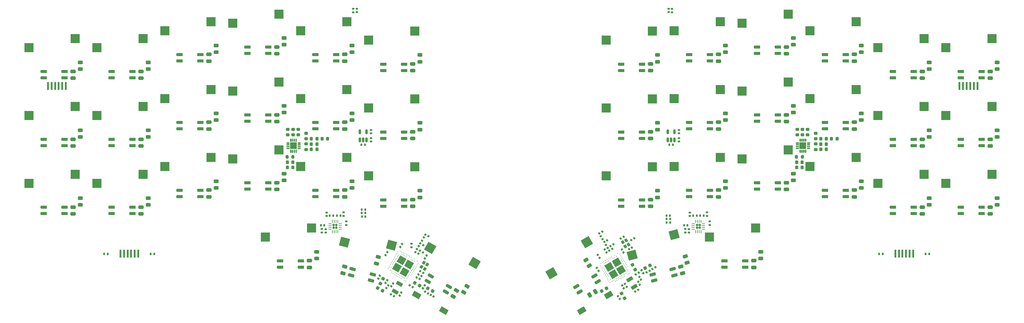
<source format=gbr>
%TF.GenerationSoftware,KiCad,Pcbnew,7.0.1-0*%
%TF.CreationDate,2023-10-15T20:39:52+08:00*%
%TF.ProjectId,qhws42_v2,71687773-3432-45f7-9632-2e6b69636164,rev?*%
%TF.SameCoordinates,Original*%
%TF.FileFunction,Paste,Bot*%
%TF.FilePolarity,Positive*%
%FSLAX46Y46*%
G04 Gerber Fmt 4.6, Leading zero omitted, Abs format (unit mm)*
G04 Created by KiCad (PCBNEW 7.0.1-0) date 2023-10-15 20:39:52*
%MOMM*%
%LPD*%
G01*
G04 APERTURE LIST*
G04 Aperture macros list*
%AMRoundRect*
0 Rectangle with rounded corners*
0 $1 Rounding radius*
0 $2 $3 $4 $5 $6 $7 $8 $9 X,Y pos of 4 corners*
0 Add a 4 corners polygon primitive as box body*
4,1,4,$2,$3,$4,$5,$6,$7,$8,$9,$2,$3,0*
0 Add four circle primitives for the rounded corners*
1,1,$1+$1,$2,$3*
1,1,$1+$1,$4,$5*
1,1,$1+$1,$6,$7*
1,1,$1+$1,$8,$9*
0 Add four rect primitives between the rounded corners*
20,1,$1+$1,$2,$3,$4,$5,0*
20,1,$1+$1,$4,$5,$6,$7,0*
20,1,$1+$1,$6,$7,$8,$9,0*
20,1,$1+$1,$8,$9,$2,$3,0*%
%AMRotRect*
0 Rectangle, with rotation*
0 The origin of the aperture is its center*
0 $1 length*
0 $2 width*
0 $3 Rotation angle, in degrees counterclockwise*
0 Add horizontal line*
21,1,$1,$2,0,0,$3*%
G04 Aperture macros list end*
%ADD10C,0.120000*%
%ADD11R,2.550000X2.500000*%
%ADD12RotRect,2.550000X2.500000X150.000000*%
%ADD13RotRect,2.550000X2.500000X195.000000*%
%ADD14RotRect,2.550000X2.500000X165.000000*%
%ADD15RotRect,2.550000X2.500000X210.000000*%
%ADD16RoundRect,0.135000X0.185000X-0.135000X0.185000X0.135000X-0.185000X0.135000X-0.185000X-0.135000X0*%
%ADD17RoundRect,0.140000X-0.077224X0.206244X-0.217224X-0.036244X0.077224X-0.206244X0.217224X0.036244X0*%
%ADD18RoundRect,0.225000X-0.225000X-0.250000X0.225000X-0.250000X0.225000X0.250000X-0.225000X0.250000X0*%
%ADD19RoundRect,0.140000X0.036244X0.217224X-0.206244X0.077224X-0.036244X-0.217224X0.206244X-0.077224X0*%
%ADD20RotRect,2.250000X1.500000X330.000000*%
%ADD21RoundRect,0.222250X-0.666750X-0.222250X0.666750X-0.222250X0.666750X0.222250X-0.666750X0.222250X0*%
%ADD22RoundRect,0.225000X0.250000X-0.225000X0.250000X0.225000X-0.250000X0.225000X-0.250000X-0.225000X0*%
%ADD23RoundRect,0.140000X0.206244X0.077224X-0.036244X0.217224X-0.206244X-0.077224X0.036244X-0.217224X0*%
%ADD24RoundRect,0.243750X0.456250X-0.243750X0.456250X0.243750X-0.456250X0.243750X-0.456250X-0.243750X0*%
%ADD25RoundRect,0.140000X-0.206244X-0.077224X0.036244X-0.217224X0.206244X0.077224X-0.036244X0.217224X0*%
%ADD26RoundRect,0.147500X-0.223139X0.041489X-0.075639X-0.213989X0.223139X-0.041489X0.075639X0.213989X0*%
%ADD27RoundRect,0.250000X-0.475000X0.250000X-0.475000X-0.250000X0.475000X-0.250000X0.475000X0.250000X0*%
%ADD28RoundRect,0.140000X-0.217224X0.036244X-0.077224X-0.206244X0.217224X-0.036244X0.077224X0.206244X0*%
%ADD29RotRect,2.000000X2.000000X240.000000*%
%ADD30C,0.250000*%
%ADD31RoundRect,0.140000X0.077224X-0.206244X0.217224X0.036244X-0.077224X0.206244X-0.217224X-0.036244X0*%
%ADD32RoundRect,0.243750X0.503791X-0.117358X0.377617X0.353531X-0.503791X0.117358X-0.377617X-0.353531X0*%
%ADD33RoundRect,0.250000X0.020994X-0.536362X0.454006X-0.286362X-0.020994X0.536362X-0.454006X0.286362X0*%
%ADD34RoundRect,0.218750X-0.331294X0.061318X-0.112544X-0.317568X0.331294X-0.061318X0.112544X0.317568X0*%
%ADD35RoundRect,0.218750X-0.112544X0.317568X-0.331294X-0.061318X0.112544X-0.317568X0.331294X0.061318X0*%
%ADD36RoundRect,0.140000X-0.170000X0.140000X-0.170000X-0.140000X0.170000X-0.140000X0.170000X0.140000X0*%
%ADD37RoundRect,0.225000X0.069856X0.329006X-0.319856X0.104006X-0.069856X-0.329006X0.319856X-0.104006X0*%
%ADD38RoundRect,0.135000X0.135000X0.185000X-0.135000X0.185000X-0.135000X-0.185000X0.135000X-0.185000X0*%
%ADD39RoundRect,0.147500X-0.172500X0.147500X-0.172500X-0.147500X0.172500X-0.147500X0.172500X0.147500X0*%
%ADD40R,0.600000X2.200000*%
%ADD41RoundRect,0.135000X-0.185000X0.135000X-0.185000X-0.135000X0.185000X-0.135000X0.185000X0.135000X0*%
%ADD42RoundRect,0.135000X-0.135000X-0.185000X0.135000X-0.185000X0.135000X0.185000X-0.135000X0.185000X0*%
%ADD43RoundRect,0.218750X0.331294X-0.061318X0.112544X0.317568X-0.331294X0.061318X-0.112544X-0.317568X0*%
%ADD44RoundRect,0.250000X-0.394110X0.364421X-0.523520X-0.118542X0.394110X-0.364421X0.523520X0.118542X0*%
%ADD45RotRect,1.000000X1.800000X60.000000*%
%ADD46RoundRect,0.160000X0.160000X0.160000X-0.160000X0.160000X-0.160000X-0.160000X0.160000X-0.160000X0*%
%ADD47RoundRect,0.062500X0.375000X0.062500X-0.375000X0.062500X-0.375000X-0.062500X0.375000X-0.062500X0*%
%ADD48RoundRect,0.062500X0.062500X0.375000X-0.062500X0.375000X-0.062500X-0.375000X0.062500X-0.375000X0*%
%ADD49RoundRect,0.225000X-0.319856X-0.104006X0.069856X-0.329006X0.319856X0.104006X-0.069856X0.329006X0*%
%ADD50RoundRect,0.150000X0.150000X-0.512500X0.150000X0.512500X-0.150000X0.512500X-0.150000X-0.512500X0*%
%ADD51RoundRect,0.140000X-0.036244X-0.217224X0.206244X-0.077224X0.036244X0.217224X-0.206244X0.077224X0*%
%ADD52RoundRect,0.200000X0.200000X0.275000X-0.200000X0.275000X-0.200000X-0.275000X0.200000X-0.275000X0*%
%ADD53O,0.800000X0.280000*%
%ADD54O,0.280000X0.800000*%
%ADD55R,1.900000X1.900000*%
%ADD56RoundRect,0.225000X-0.250000X0.225000X-0.250000X-0.225000X0.250000X-0.225000X0.250000X0.225000X0*%
%ADD57RoundRect,0.218750X0.317568X0.112544X-0.061318X0.331294X-0.317568X-0.112544X0.061318X-0.331294X0*%
%ADD58RoundRect,0.140000X0.140000X0.170000X-0.140000X0.170000X-0.140000X-0.170000X0.140000X-0.170000X0*%
%ADD59RoundRect,0.140000X0.217224X-0.036244X0.077224X0.206244X-0.217224X0.036244X-0.077224X-0.206244X0*%
%ADD60RoundRect,0.243750X0.377617X-0.353531X0.503791X0.117358X-0.377617X0.353531X-0.503791X-0.117358X0*%
%ADD61RotRect,1.000000X1.800000X300.000000*%
%ADD62RoundRect,0.147500X-0.075639X0.213989X-0.223139X-0.041489X0.075639X-0.213989X0.223139X0.041489X0*%
%ADD63RoundRect,0.225000X-0.069856X-0.329006X0.319856X-0.104006X0.069856X0.329006X-0.319856X0.104006X0*%
%ADD64RotRect,2.250000X1.500000X210.000000*%
%ADD65RoundRect,0.135000X-0.092715X0.209413X-0.227715X-0.024413X0.092715X-0.209413X0.227715X0.024413X0*%
%ADD66RoundRect,0.250000X-0.523520X0.118542X-0.394110X-0.364421X0.523520X-0.118542X0.394110X0.364421X0*%
%ADD67RoundRect,0.140000X0.170000X-0.140000X0.170000X0.140000X-0.170000X0.140000X-0.170000X-0.140000X0*%
%ADD68RoundRect,0.225000X0.225000X0.250000X-0.225000X0.250000X-0.225000X-0.250000X0.225000X-0.250000X0*%
%ADD69RoundRect,0.243750X0.273249X-0.439219X0.516999X-0.017031X-0.273249X0.439219X-0.516999X0.017031X0*%
%ADD70RoundRect,0.222250X-0.586509X-0.387245X0.701554X-0.042109X0.586509X0.387245X-0.701554X0.042109X0*%
%ADD71RotRect,0.900000X0.800000X300.000000*%
%ADD72RoundRect,0.135000X-0.227715X0.024413X-0.092715X-0.209413X0.227715X-0.024413X0.092715X0.209413X0*%
%ADD73RoundRect,0.140000X-0.140000X-0.170000X0.140000X-0.170000X0.140000X0.170000X-0.140000X0.170000X0*%
%ADD74RoundRect,0.243750X0.516999X0.017031X0.273249X0.439219X-0.516999X-0.017031X-0.273249X-0.439219X0*%
%ADD75RoundRect,0.222250X-0.466297X-0.525849X0.688547X0.140901X0.466297X0.525849X-0.688547X-0.140901X0*%
%ADD76RotRect,0.900000X0.800000X240.000000*%
%ADD77RoundRect,0.222250X-0.688547X0.140901X0.466297X-0.525849X0.688547X-0.140901X-0.466297X0.525849X0*%
%ADD78RoundRect,0.222250X-0.701554X-0.042109X0.586509X-0.387245X0.701554X0.042109X-0.586509X0.387245X0*%
%ADD79RoundRect,0.250000X-0.286362X0.454006X-0.536362X0.020994X0.286362X-0.454006X0.536362X-0.020994X0*%
%ADD80RotRect,2.000000X2.000000X300.000000*%
G04 APERTURE END LIST*
%TO.C,U2*%
D10*
X229775694Y-63828200D02*
X228255694Y-63828200D01*
X228255694Y-62308200D01*
X229775694Y-62308200D01*
X229775694Y-63828200D01*
G36*
X229775694Y-63828200D02*
G01*
X228255694Y-63828200D01*
X228255694Y-62308200D01*
X229775694Y-62308200D01*
X229775694Y-63828200D01*
G37*
X230855694Y-63680200D02*
X230863694Y-63681200D01*
X230870694Y-63683200D01*
X230878694Y-63684200D01*
X230885694Y-63687200D01*
X230892694Y-63689200D01*
X230900694Y-63693200D01*
X230906694Y-63696200D01*
X230913694Y-63700200D01*
X230920694Y-63704200D01*
X230926694Y-63709200D01*
X230932694Y-63714200D01*
X230937694Y-63719200D01*
X230943694Y-63724200D01*
X230948694Y-63730200D01*
X230953694Y-63736200D01*
X230957694Y-63743200D01*
X230961694Y-63749200D01*
X230965694Y-63756200D01*
X230968694Y-63763200D01*
X230971694Y-63770200D01*
X230973694Y-63777200D01*
X230975694Y-63785200D01*
X230977694Y-63792200D01*
X230978694Y-63800200D01*
X230979694Y-63808200D01*
X230980694Y-63815200D01*
X230980694Y-63823200D01*
X230979694Y-63831200D01*
X230978694Y-63838200D01*
X230977694Y-63846200D01*
X230975694Y-63854200D01*
X230973694Y-63861200D01*
X230971694Y-63868200D01*
X230968694Y-63875200D01*
X230965694Y-63882200D01*
X230961694Y-63889200D01*
X230957694Y-63896200D01*
X230953694Y-63902200D01*
X230948694Y-63908200D01*
X230943694Y-63914200D01*
X230937694Y-63920200D01*
X230932694Y-63925200D01*
X230926694Y-63930200D01*
X230920694Y-63934200D01*
X230913694Y-63938200D01*
X230906694Y-63942200D01*
X230900694Y-63946200D01*
X230892694Y-63949200D01*
X230885694Y-63952200D01*
X230878694Y-63954200D01*
X230870694Y-63956200D01*
X230863694Y-63957200D01*
X230855694Y-63958200D01*
X230847694Y-63959200D01*
X230840694Y-63959200D01*
X230320694Y-63959200D01*
X230312694Y-63959200D01*
X230304694Y-63958200D01*
X230297694Y-63957200D01*
X230289694Y-63956200D01*
X230282694Y-63954200D01*
X230274694Y-63952200D01*
X230267694Y-63949200D01*
X230260694Y-63946200D01*
X230253694Y-63942200D01*
X230246694Y-63938200D01*
X230240694Y-63934200D01*
X230234694Y-63930200D01*
X230228694Y-63925200D01*
X230222694Y-63920200D01*
X230217694Y-63914200D01*
X230212694Y-63908200D01*
X230207694Y-63902200D01*
X230203694Y-63896200D01*
X230199694Y-63889200D01*
X230195694Y-63882200D01*
X230192694Y-63875200D01*
X230189694Y-63868200D01*
X230186694Y-63861200D01*
X230184694Y-63854200D01*
X230182694Y-63846200D01*
X230181694Y-63838200D01*
X230180694Y-63831200D01*
X230180694Y-63823200D01*
X230180694Y-63815200D01*
X230180694Y-63808200D01*
X230181694Y-63800200D01*
X230182694Y-63792200D01*
X230184694Y-63785200D01*
X230186694Y-63777200D01*
X230189694Y-63770200D01*
X230192694Y-63763200D01*
X230195694Y-63756200D01*
X230199694Y-63749200D01*
X230203694Y-63743200D01*
X230207694Y-63736200D01*
X230212694Y-63730200D01*
X230217694Y-63724200D01*
X230222694Y-63719200D01*
X230228694Y-63714200D01*
X230234694Y-63709200D01*
X230240694Y-63704200D01*
X230246694Y-63700200D01*
X230253694Y-63696200D01*
X230260694Y-63693200D01*
X230267694Y-63689200D01*
X230274694Y-63687200D01*
X230282694Y-63684200D01*
X230289694Y-63683200D01*
X230297694Y-63681200D01*
X230304694Y-63680200D01*
X230312694Y-63679200D01*
X230320694Y-63679200D01*
X230840694Y-63679200D01*
X230847694Y-63679200D01*
X230855694Y-63680200D01*
G36*
X230855694Y-63680200D02*
G01*
X230863694Y-63681200D01*
X230870694Y-63683200D01*
X230878694Y-63684200D01*
X230885694Y-63687200D01*
X230892694Y-63689200D01*
X230900694Y-63693200D01*
X230906694Y-63696200D01*
X230913694Y-63700200D01*
X230920694Y-63704200D01*
X230926694Y-63709200D01*
X230932694Y-63714200D01*
X230937694Y-63719200D01*
X230943694Y-63724200D01*
X230948694Y-63730200D01*
X230953694Y-63736200D01*
X230957694Y-63743200D01*
X230961694Y-63749200D01*
X230965694Y-63756200D01*
X230968694Y-63763200D01*
X230971694Y-63770200D01*
X230973694Y-63777200D01*
X230975694Y-63785200D01*
X230977694Y-63792200D01*
X230978694Y-63800200D01*
X230979694Y-63808200D01*
X230980694Y-63815200D01*
X230980694Y-63823200D01*
X230979694Y-63831200D01*
X230978694Y-63838200D01*
X230977694Y-63846200D01*
X230975694Y-63854200D01*
X230973694Y-63861200D01*
X230971694Y-63868200D01*
X230968694Y-63875200D01*
X230965694Y-63882200D01*
X230961694Y-63889200D01*
X230957694Y-63896200D01*
X230953694Y-63902200D01*
X230948694Y-63908200D01*
X230943694Y-63914200D01*
X230937694Y-63920200D01*
X230932694Y-63925200D01*
X230926694Y-63930200D01*
X230920694Y-63934200D01*
X230913694Y-63938200D01*
X230906694Y-63942200D01*
X230900694Y-63946200D01*
X230892694Y-63949200D01*
X230885694Y-63952200D01*
X230878694Y-63954200D01*
X230870694Y-63956200D01*
X230863694Y-63957200D01*
X230855694Y-63958200D01*
X230847694Y-63959200D01*
X230840694Y-63959200D01*
X230320694Y-63959200D01*
X230312694Y-63959200D01*
X230304694Y-63958200D01*
X230297694Y-63957200D01*
X230289694Y-63956200D01*
X230282694Y-63954200D01*
X230274694Y-63952200D01*
X230267694Y-63949200D01*
X230260694Y-63946200D01*
X230253694Y-63942200D01*
X230246694Y-63938200D01*
X230240694Y-63934200D01*
X230234694Y-63930200D01*
X230228694Y-63925200D01*
X230222694Y-63920200D01*
X230217694Y-63914200D01*
X230212694Y-63908200D01*
X230207694Y-63902200D01*
X230203694Y-63896200D01*
X230199694Y-63889200D01*
X230195694Y-63882200D01*
X230192694Y-63875200D01*
X230189694Y-63868200D01*
X230186694Y-63861200D01*
X230184694Y-63854200D01*
X230182694Y-63846200D01*
X230181694Y-63838200D01*
X230180694Y-63831200D01*
X230180694Y-63823200D01*
X230180694Y-63815200D01*
X230180694Y-63808200D01*
X230181694Y-63800200D01*
X230182694Y-63792200D01*
X230184694Y-63785200D01*
X230186694Y-63777200D01*
X230189694Y-63770200D01*
X230192694Y-63763200D01*
X230195694Y-63756200D01*
X230199694Y-63749200D01*
X230203694Y-63743200D01*
X230207694Y-63736200D01*
X230212694Y-63730200D01*
X230217694Y-63724200D01*
X230222694Y-63719200D01*
X230228694Y-63714200D01*
X230234694Y-63709200D01*
X230240694Y-63704200D01*
X230246694Y-63700200D01*
X230253694Y-63696200D01*
X230260694Y-63693200D01*
X230267694Y-63689200D01*
X230274694Y-63687200D01*
X230282694Y-63684200D01*
X230289694Y-63683200D01*
X230297694Y-63681200D01*
X230304694Y-63680200D01*
X230312694Y-63679200D01*
X230320694Y-63679200D01*
X230840694Y-63679200D01*
X230847694Y-63679200D01*
X230855694Y-63680200D01*
G37*
X230855694Y-63180200D02*
X230863694Y-63181200D01*
X230870694Y-63182200D01*
X230878694Y-63184200D01*
X230885694Y-63187200D01*
X230892694Y-63189200D01*
X230900694Y-63192200D01*
X230906694Y-63196200D01*
X230913694Y-63200200D01*
X230920694Y-63204200D01*
X230926694Y-63209200D01*
X230932694Y-63213200D01*
X230937694Y-63219200D01*
X230943694Y-63224200D01*
X230948694Y-63230200D01*
X230953694Y-63236200D01*
X230957694Y-63242200D01*
X230961694Y-63249200D01*
X230965694Y-63256200D01*
X230968694Y-63263200D01*
X230971694Y-63270200D01*
X230973694Y-63277200D01*
X230975694Y-63285200D01*
X230977694Y-63292200D01*
X230978694Y-63300200D01*
X230979694Y-63308200D01*
X230980694Y-63315200D01*
X230980694Y-63323200D01*
X230979694Y-63331200D01*
X230978694Y-63338200D01*
X230977694Y-63346200D01*
X230975694Y-63353200D01*
X230973694Y-63361200D01*
X230971694Y-63368200D01*
X230968694Y-63375200D01*
X230965694Y-63382200D01*
X230961694Y-63389200D01*
X230957694Y-63396200D01*
X230953694Y-63402200D01*
X230948694Y-63408200D01*
X230943694Y-63414200D01*
X230937694Y-63419200D01*
X230932694Y-63425200D01*
X230926694Y-63430200D01*
X230920694Y-63434200D01*
X230913694Y-63438200D01*
X230906694Y-63442200D01*
X230900694Y-63446200D01*
X230892694Y-63449200D01*
X230885694Y-63451200D01*
X230878694Y-63454200D01*
X230870694Y-63456200D01*
X230863694Y-63457200D01*
X230855694Y-63458200D01*
X230847694Y-63459200D01*
X230840694Y-63459200D01*
X230320694Y-63459200D01*
X230312694Y-63459200D01*
X230304694Y-63458200D01*
X230297694Y-63457200D01*
X230289694Y-63456200D01*
X230282694Y-63454200D01*
X230274694Y-63451200D01*
X230267694Y-63449200D01*
X230260694Y-63446200D01*
X230253694Y-63442200D01*
X230246694Y-63438200D01*
X230240694Y-63434200D01*
X230234694Y-63430200D01*
X230228694Y-63425200D01*
X230222694Y-63419200D01*
X230217694Y-63414200D01*
X230212694Y-63408200D01*
X230207694Y-63402200D01*
X230203694Y-63396200D01*
X230199694Y-63389200D01*
X230195694Y-63382200D01*
X230192694Y-63375200D01*
X230189694Y-63368200D01*
X230186694Y-63361200D01*
X230184694Y-63353200D01*
X230182694Y-63346200D01*
X230181694Y-63338200D01*
X230180694Y-63331200D01*
X230180694Y-63323200D01*
X230180694Y-63315200D01*
X230180694Y-63308200D01*
X230181694Y-63300200D01*
X230182694Y-63292200D01*
X230184694Y-63285200D01*
X230186694Y-63277200D01*
X230189694Y-63270200D01*
X230192694Y-63263200D01*
X230195694Y-63256200D01*
X230199694Y-63249200D01*
X230203694Y-63242200D01*
X230207694Y-63236200D01*
X230212694Y-63230200D01*
X230217694Y-63224200D01*
X230222694Y-63219200D01*
X230228694Y-63213200D01*
X230234694Y-63209200D01*
X230240694Y-63204200D01*
X230246694Y-63200200D01*
X230253694Y-63196200D01*
X230260694Y-63192200D01*
X230267694Y-63189200D01*
X230274694Y-63187200D01*
X230282694Y-63184200D01*
X230289694Y-63182200D01*
X230297694Y-63181200D01*
X230304694Y-63180200D01*
X230312694Y-63179200D01*
X230320694Y-63179200D01*
X230840694Y-63179200D01*
X230847694Y-63179200D01*
X230855694Y-63180200D01*
G36*
X230855694Y-63180200D02*
G01*
X230863694Y-63181200D01*
X230870694Y-63182200D01*
X230878694Y-63184200D01*
X230885694Y-63187200D01*
X230892694Y-63189200D01*
X230900694Y-63192200D01*
X230906694Y-63196200D01*
X230913694Y-63200200D01*
X230920694Y-63204200D01*
X230926694Y-63209200D01*
X230932694Y-63213200D01*
X230937694Y-63219200D01*
X230943694Y-63224200D01*
X230948694Y-63230200D01*
X230953694Y-63236200D01*
X230957694Y-63242200D01*
X230961694Y-63249200D01*
X230965694Y-63256200D01*
X230968694Y-63263200D01*
X230971694Y-63270200D01*
X230973694Y-63277200D01*
X230975694Y-63285200D01*
X230977694Y-63292200D01*
X230978694Y-63300200D01*
X230979694Y-63308200D01*
X230980694Y-63315200D01*
X230980694Y-63323200D01*
X230979694Y-63331200D01*
X230978694Y-63338200D01*
X230977694Y-63346200D01*
X230975694Y-63353200D01*
X230973694Y-63361200D01*
X230971694Y-63368200D01*
X230968694Y-63375200D01*
X230965694Y-63382200D01*
X230961694Y-63389200D01*
X230957694Y-63396200D01*
X230953694Y-63402200D01*
X230948694Y-63408200D01*
X230943694Y-63414200D01*
X230937694Y-63419200D01*
X230932694Y-63425200D01*
X230926694Y-63430200D01*
X230920694Y-63434200D01*
X230913694Y-63438200D01*
X230906694Y-63442200D01*
X230900694Y-63446200D01*
X230892694Y-63449200D01*
X230885694Y-63451200D01*
X230878694Y-63454200D01*
X230870694Y-63456200D01*
X230863694Y-63457200D01*
X230855694Y-63458200D01*
X230847694Y-63459200D01*
X230840694Y-63459200D01*
X230320694Y-63459200D01*
X230312694Y-63459200D01*
X230304694Y-63458200D01*
X230297694Y-63457200D01*
X230289694Y-63456200D01*
X230282694Y-63454200D01*
X230274694Y-63451200D01*
X230267694Y-63449200D01*
X230260694Y-63446200D01*
X230253694Y-63442200D01*
X230246694Y-63438200D01*
X230240694Y-63434200D01*
X230234694Y-63430200D01*
X230228694Y-63425200D01*
X230222694Y-63419200D01*
X230217694Y-63414200D01*
X230212694Y-63408200D01*
X230207694Y-63402200D01*
X230203694Y-63396200D01*
X230199694Y-63389200D01*
X230195694Y-63382200D01*
X230192694Y-63375200D01*
X230189694Y-63368200D01*
X230186694Y-63361200D01*
X230184694Y-63353200D01*
X230182694Y-63346200D01*
X230181694Y-63338200D01*
X230180694Y-63331200D01*
X230180694Y-63323200D01*
X230180694Y-63315200D01*
X230180694Y-63308200D01*
X230181694Y-63300200D01*
X230182694Y-63292200D01*
X230184694Y-63285200D01*
X230186694Y-63277200D01*
X230189694Y-63270200D01*
X230192694Y-63263200D01*
X230195694Y-63256200D01*
X230199694Y-63249200D01*
X230203694Y-63242200D01*
X230207694Y-63236200D01*
X230212694Y-63230200D01*
X230217694Y-63224200D01*
X230222694Y-63219200D01*
X230228694Y-63213200D01*
X230234694Y-63209200D01*
X230240694Y-63204200D01*
X230246694Y-63200200D01*
X230253694Y-63196200D01*
X230260694Y-63192200D01*
X230267694Y-63189200D01*
X230274694Y-63187200D01*
X230282694Y-63184200D01*
X230289694Y-63182200D01*
X230297694Y-63181200D01*
X230304694Y-63180200D01*
X230312694Y-63179200D01*
X230320694Y-63179200D01*
X230840694Y-63179200D01*
X230847694Y-63179200D01*
X230855694Y-63180200D01*
G37*
X230855694Y-62680200D02*
X230863694Y-62681200D01*
X230870694Y-62683200D01*
X230878694Y-62684200D01*
X230885694Y-62687200D01*
X230892694Y-62689200D01*
X230900694Y-62693200D01*
X230906694Y-62696200D01*
X230913694Y-62700200D01*
X230920694Y-62704200D01*
X230926694Y-62709200D01*
X230932694Y-62714200D01*
X230937694Y-62719200D01*
X230943694Y-62724200D01*
X230948694Y-62730200D01*
X230953694Y-62736200D01*
X230957694Y-62743200D01*
X230961694Y-62749200D01*
X230965694Y-62756200D01*
X230968694Y-62763200D01*
X230971694Y-62770200D01*
X230973694Y-62777200D01*
X230975694Y-62785200D01*
X230977694Y-62792200D01*
X230978694Y-62800200D01*
X230979694Y-62808200D01*
X230980694Y-62815200D01*
X230980694Y-62823200D01*
X230979694Y-62831200D01*
X230978694Y-62838200D01*
X230977694Y-62846200D01*
X230975694Y-62854200D01*
X230973694Y-62861200D01*
X230971694Y-62868200D01*
X230968694Y-62875200D01*
X230965694Y-62882200D01*
X230961694Y-62889200D01*
X230957694Y-62896200D01*
X230953694Y-62902200D01*
X230948694Y-62908200D01*
X230943694Y-62914200D01*
X230937694Y-62920200D01*
X230932694Y-62925200D01*
X230926694Y-62930200D01*
X230920694Y-62934200D01*
X230913694Y-62938200D01*
X230906694Y-62942200D01*
X230900694Y-62946200D01*
X230892694Y-62949200D01*
X230885694Y-62952200D01*
X230878694Y-62954200D01*
X230870694Y-62956200D01*
X230863694Y-62957200D01*
X230855694Y-62958200D01*
X230847694Y-62959200D01*
X230840694Y-62959200D01*
X230320694Y-62959200D01*
X230312694Y-62959200D01*
X230304694Y-62958200D01*
X230297694Y-62957200D01*
X230289694Y-62956200D01*
X230282694Y-62954200D01*
X230274694Y-62952200D01*
X230267694Y-62949200D01*
X230260694Y-62946200D01*
X230253694Y-62942200D01*
X230246694Y-62938200D01*
X230240694Y-62934200D01*
X230234694Y-62930200D01*
X230228694Y-62925200D01*
X230222694Y-62920200D01*
X230217694Y-62914200D01*
X230212694Y-62908200D01*
X230207694Y-62902200D01*
X230203694Y-62896200D01*
X230199694Y-62889200D01*
X230195694Y-62882200D01*
X230192694Y-62875200D01*
X230189694Y-62868200D01*
X230186694Y-62861200D01*
X230184694Y-62854200D01*
X230182694Y-62846200D01*
X230181694Y-62838200D01*
X230180694Y-62831200D01*
X230180694Y-62823200D01*
X230180694Y-62815200D01*
X230180694Y-62808200D01*
X230181694Y-62800200D01*
X230182694Y-62792200D01*
X230184694Y-62785200D01*
X230186694Y-62777200D01*
X230189694Y-62770200D01*
X230192694Y-62763200D01*
X230195694Y-62756200D01*
X230199694Y-62749200D01*
X230203694Y-62743200D01*
X230207694Y-62736200D01*
X230212694Y-62730200D01*
X230217694Y-62724200D01*
X230222694Y-62719200D01*
X230228694Y-62714200D01*
X230234694Y-62709200D01*
X230240694Y-62704200D01*
X230246694Y-62700200D01*
X230253694Y-62696200D01*
X230260694Y-62693200D01*
X230267694Y-62689200D01*
X230274694Y-62687200D01*
X230282694Y-62684200D01*
X230289694Y-62683200D01*
X230297694Y-62681200D01*
X230304694Y-62680200D01*
X230312694Y-62679200D01*
X230320694Y-62679200D01*
X230840694Y-62679200D01*
X230847694Y-62679200D01*
X230855694Y-62680200D01*
G36*
X230855694Y-62680200D02*
G01*
X230863694Y-62681200D01*
X230870694Y-62683200D01*
X230878694Y-62684200D01*
X230885694Y-62687200D01*
X230892694Y-62689200D01*
X230900694Y-62693200D01*
X230906694Y-62696200D01*
X230913694Y-62700200D01*
X230920694Y-62704200D01*
X230926694Y-62709200D01*
X230932694Y-62714200D01*
X230937694Y-62719200D01*
X230943694Y-62724200D01*
X230948694Y-62730200D01*
X230953694Y-62736200D01*
X230957694Y-62743200D01*
X230961694Y-62749200D01*
X230965694Y-62756200D01*
X230968694Y-62763200D01*
X230971694Y-62770200D01*
X230973694Y-62777200D01*
X230975694Y-62785200D01*
X230977694Y-62792200D01*
X230978694Y-62800200D01*
X230979694Y-62808200D01*
X230980694Y-62815200D01*
X230980694Y-62823200D01*
X230979694Y-62831200D01*
X230978694Y-62838200D01*
X230977694Y-62846200D01*
X230975694Y-62854200D01*
X230973694Y-62861200D01*
X230971694Y-62868200D01*
X230968694Y-62875200D01*
X230965694Y-62882200D01*
X230961694Y-62889200D01*
X230957694Y-62896200D01*
X230953694Y-62902200D01*
X230948694Y-62908200D01*
X230943694Y-62914200D01*
X230937694Y-62920200D01*
X230932694Y-62925200D01*
X230926694Y-62930200D01*
X230920694Y-62934200D01*
X230913694Y-62938200D01*
X230906694Y-62942200D01*
X230900694Y-62946200D01*
X230892694Y-62949200D01*
X230885694Y-62952200D01*
X230878694Y-62954200D01*
X230870694Y-62956200D01*
X230863694Y-62957200D01*
X230855694Y-62958200D01*
X230847694Y-62959200D01*
X230840694Y-62959200D01*
X230320694Y-62959200D01*
X230312694Y-62959200D01*
X230304694Y-62958200D01*
X230297694Y-62957200D01*
X230289694Y-62956200D01*
X230282694Y-62954200D01*
X230274694Y-62952200D01*
X230267694Y-62949200D01*
X230260694Y-62946200D01*
X230253694Y-62942200D01*
X230246694Y-62938200D01*
X230240694Y-62934200D01*
X230234694Y-62930200D01*
X230228694Y-62925200D01*
X230222694Y-62920200D01*
X230217694Y-62914200D01*
X230212694Y-62908200D01*
X230207694Y-62902200D01*
X230203694Y-62896200D01*
X230199694Y-62889200D01*
X230195694Y-62882200D01*
X230192694Y-62875200D01*
X230189694Y-62868200D01*
X230186694Y-62861200D01*
X230184694Y-62854200D01*
X230182694Y-62846200D01*
X230181694Y-62838200D01*
X230180694Y-62831200D01*
X230180694Y-62823200D01*
X230180694Y-62815200D01*
X230180694Y-62808200D01*
X230181694Y-62800200D01*
X230182694Y-62792200D01*
X230184694Y-62785200D01*
X230186694Y-62777200D01*
X230189694Y-62770200D01*
X230192694Y-62763200D01*
X230195694Y-62756200D01*
X230199694Y-62749200D01*
X230203694Y-62743200D01*
X230207694Y-62736200D01*
X230212694Y-62730200D01*
X230217694Y-62724200D01*
X230222694Y-62719200D01*
X230228694Y-62714200D01*
X230234694Y-62709200D01*
X230240694Y-62704200D01*
X230246694Y-62700200D01*
X230253694Y-62696200D01*
X230260694Y-62693200D01*
X230267694Y-62689200D01*
X230274694Y-62687200D01*
X230282694Y-62684200D01*
X230289694Y-62683200D01*
X230297694Y-62681200D01*
X230304694Y-62680200D01*
X230312694Y-62679200D01*
X230320694Y-62679200D01*
X230840694Y-62679200D01*
X230847694Y-62679200D01*
X230855694Y-62680200D01*
G37*
X230855694Y-62180200D02*
X230863694Y-62181200D01*
X230870694Y-62182200D01*
X230878694Y-62184200D01*
X230885694Y-62187200D01*
X230892694Y-62189200D01*
X230900694Y-62192200D01*
X230906694Y-62196200D01*
X230913694Y-62200200D01*
X230920694Y-62204200D01*
X230926694Y-62209200D01*
X230932694Y-62213200D01*
X230937694Y-62219200D01*
X230943694Y-62224200D01*
X230948694Y-62230200D01*
X230953694Y-62236200D01*
X230957694Y-62243200D01*
X230961694Y-62249200D01*
X230965694Y-62256200D01*
X230968694Y-62263200D01*
X230971694Y-62270200D01*
X230973694Y-62277200D01*
X230975694Y-62285200D01*
X230977694Y-62292200D01*
X230978694Y-62300200D01*
X230979694Y-62308200D01*
X230980694Y-62315200D01*
X230980694Y-62323200D01*
X230979694Y-62331200D01*
X230978694Y-62338200D01*
X230977694Y-62346200D01*
X230975694Y-62353200D01*
X230973694Y-62361200D01*
X230971694Y-62368200D01*
X230968694Y-62375200D01*
X230965694Y-62382200D01*
X230961694Y-62389200D01*
X230957694Y-62396200D01*
X230953694Y-62402200D01*
X230948694Y-62408200D01*
X230943694Y-62414200D01*
X230937694Y-62419200D01*
X230932694Y-62425200D01*
X230926694Y-62430200D01*
X230920694Y-62434200D01*
X230913694Y-62438200D01*
X230906694Y-62442200D01*
X230900694Y-62446200D01*
X230892694Y-62449200D01*
X230885694Y-62451200D01*
X230878694Y-62454200D01*
X230870694Y-62456200D01*
X230863694Y-62457200D01*
X230855694Y-62458200D01*
X230847694Y-62459200D01*
X230840694Y-62459200D01*
X230320694Y-62459200D01*
X230312694Y-62459200D01*
X230304694Y-62458200D01*
X230297694Y-62457200D01*
X230289694Y-62456200D01*
X230282694Y-62454200D01*
X230274694Y-62451200D01*
X230267694Y-62449200D01*
X230260694Y-62446200D01*
X230253694Y-62442200D01*
X230246694Y-62438200D01*
X230240694Y-62434200D01*
X230234694Y-62430200D01*
X230228694Y-62425200D01*
X230222694Y-62419200D01*
X230217694Y-62414200D01*
X230212694Y-62408200D01*
X230207694Y-62402200D01*
X230203694Y-62396200D01*
X230199694Y-62389200D01*
X230195694Y-62382200D01*
X230192694Y-62375200D01*
X230189694Y-62368200D01*
X230186694Y-62361200D01*
X230184694Y-62353200D01*
X230182694Y-62346200D01*
X230181694Y-62338200D01*
X230180694Y-62331200D01*
X230180694Y-62323200D01*
X230180694Y-62315200D01*
X230180694Y-62308200D01*
X230181694Y-62300200D01*
X230182694Y-62292200D01*
X230184694Y-62285200D01*
X230186694Y-62277200D01*
X230189694Y-62270200D01*
X230192694Y-62263200D01*
X230195694Y-62256200D01*
X230199694Y-62249200D01*
X230203694Y-62243200D01*
X230207694Y-62236200D01*
X230212694Y-62230200D01*
X230217694Y-62224200D01*
X230222694Y-62219200D01*
X230228694Y-62213200D01*
X230234694Y-62209200D01*
X230240694Y-62204200D01*
X230246694Y-62200200D01*
X230253694Y-62196200D01*
X230260694Y-62192200D01*
X230267694Y-62189200D01*
X230274694Y-62187200D01*
X230282694Y-62184200D01*
X230289694Y-62182200D01*
X230297694Y-62181200D01*
X230304694Y-62180200D01*
X230312694Y-62179200D01*
X230320694Y-62179200D01*
X230840694Y-62179200D01*
X230847694Y-62179200D01*
X230855694Y-62180200D01*
G36*
X230855694Y-62180200D02*
G01*
X230863694Y-62181200D01*
X230870694Y-62182200D01*
X230878694Y-62184200D01*
X230885694Y-62187200D01*
X230892694Y-62189200D01*
X230900694Y-62192200D01*
X230906694Y-62196200D01*
X230913694Y-62200200D01*
X230920694Y-62204200D01*
X230926694Y-62209200D01*
X230932694Y-62213200D01*
X230937694Y-62219200D01*
X230943694Y-62224200D01*
X230948694Y-62230200D01*
X230953694Y-62236200D01*
X230957694Y-62243200D01*
X230961694Y-62249200D01*
X230965694Y-62256200D01*
X230968694Y-62263200D01*
X230971694Y-62270200D01*
X230973694Y-62277200D01*
X230975694Y-62285200D01*
X230977694Y-62292200D01*
X230978694Y-62300200D01*
X230979694Y-62308200D01*
X230980694Y-62315200D01*
X230980694Y-62323200D01*
X230979694Y-62331200D01*
X230978694Y-62338200D01*
X230977694Y-62346200D01*
X230975694Y-62353200D01*
X230973694Y-62361200D01*
X230971694Y-62368200D01*
X230968694Y-62375200D01*
X230965694Y-62382200D01*
X230961694Y-62389200D01*
X230957694Y-62396200D01*
X230953694Y-62402200D01*
X230948694Y-62408200D01*
X230943694Y-62414200D01*
X230937694Y-62419200D01*
X230932694Y-62425200D01*
X230926694Y-62430200D01*
X230920694Y-62434200D01*
X230913694Y-62438200D01*
X230906694Y-62442200D01*
X230900694Y-62446200D01*
X230892694Y-62449200D01*
X230885694Y-62451200D01*
X230878694Y-62454200D01*
X230870694Y-62456200D01*
X230863694Y-62457200D01*
X230855694Y-62458200D01*
X230847694Y-62459200D01*
X230840694Y-62459200D01*
X230320694Y-62459200D01*
X230312694Y-62459200D01*
X230304694Y-62458200D01*
X230297694Y-62457200D01*
X230289694Y-62456200D01*
X230282694Y-62454200D01*
X230274694Y-62451200D01*
X230267694Y-62449200D01*
X230260694Y-62446200D01*
X230253694Y-62442200D01*
X230246694Y-62438200D01*
X230240694Y-62434200D01*
X230234694Y-62430200D01*
X230228694Y-62425200D01*
X230222694Y-62419200D01*
X230217694Y-62414200D01*
X230212694Y-62408200D01*
X230207694Y-62402200D01*
X230203694Y-62396200D01*
X230199694Y-62389200D01*
X230195694Y-62382200D01*
X230192694Y-62375200D01*
X230189694Y-62368200D01*
X230186694Y-62361200D01*
X230184694Y-62353200D01*
X230182694Y-62346200D01*
X230181694Y-62338200D01*
X230180694Y-62331200D01*
X230180694Y-62323200D01*
X230180694Y-62315200D01*
X230180694Y-62308200D01*
X230181694Y-62300200D01*
X230182694Y-62292200D01*
X230184694Y-62285200D01*
X230186694Y-62277200D01*
X230189694Y-62270200D01*
X230192694Y-62263200D01*
X230195694Y-62256200D01*
X230199694Y-62249200D01*
X230203694Y-62243200D01*
X230207694Y-62236200D01*
X230212694Y-62230200D01*
X230217694Y-62224200D01*
X230222694Y-62219200D01*
X230228694Y-62213200D01*
X230234694Y-62209200D01*
X230240694Y-62204200D01*
X230246694Y-62200200D01*
X230253694Y-62196200D01*
X230260694Y-62192200D01*
X230267694Y-62189200D01*
X230274694Y-62187200D01*
X230282694Y-62184200D01*
X230289694Y-62182200D01*
X230297694Y-62181200D01*
X230304694Y-62180200D01*
X230312694Y-62179200D01*
X230320694Y-62179200D01*
X230840694Y-62179200D01*
X230847694Y-62179200D01*
X230855694Y-62180200D01*
G37*
X229765694Y-64231200D02*
X229773694Y-64232200D01*
X229781694Y-64233200D01*
X229788694Y-64235200D01*
X229796694Y-64237200D01*
X229803694Y-64239200D01*
X229810694Y-64242200D01*
X229817694Y-64245200D01*
X229824694Y-64249200D01*
X229830694Y-64253200D01*
X229837694Y-64257200D01*
X229843694Y-64262200D01*
X229849694Y-64267200D01*
X229854694Y-64273200D01*
X229859694Y-64278200D01*
X229864694Y-64284200D01*
X229869694Y-64290200D01*
X229873694Y-64297200D01*
X229877694Y-64304200D01*
X229880694Y-64310200D01*
X229883694Y-64318200D01*
X229886694Y-64325200D01*
X229888694Y-64332200D01*
X229890694Y-64340200D01*
X229892694Y-64347200D01*
X229893694Y-64355200D01*
X229894694Y-64363200D01*
X229894694Y-64370200D01*
X229894694Y-64890200D01*
X229894694Y-64898200D01*
X229893694Y-64906200D01*
X229892694Y-64913200D01*
X229890694Y-64921200D01*
X229888694Y-64928200D01*
X229886694Y-64936200D01*
X229883694Y-64943200D01*
X229880694Y-64950200D01*
X229877694Y-64957200D01*
X229873694Y-64964200D01*
X229869694Y-64970200D01*
X229864694Y-64976200D01*
X229859694Y-64982200D01*
X229854694Y-64988200D01*
X229849694Y-64993200D01*
X229843694Y-64998200D01*
X229837694Y-65003200D01*
X229830694Y-65007200D01*
X229824694Y-65011200D01*
X229817694Y-65015200D01*
X229810694Y-65018200D01*
X229803694Y-65021200D01*
X229796694Y-65024200D01*
X229788694Y-65026200D01*
X229781694Y-65028200D01*
X229773694Y-65029200D01*
X229765694Y-65030200D01*
X229758694Y-65030200D01*
X229750694Y-65030200D01*
X229742694Y-65030200D01*
X229735694Y-65029200D01*
X229727694Y-65028200D01*
X229719694Y-65026200D01*
X229712694Y-65024200D01*
X229705694Y-65021200D01*
X229698694Y-65018200D01*
X229691694Y-65015200D01*
X229684694Y-65011200D01*
X229677694Y-65007200D01*
X229671694Y-65003200D01*
X229665694Y-64998200D01*
X229659694Y-64993200D01*
X229653694Y-64988200D01*
X229648694Y-64982200D01*
X229643694Y-64976200D01*
X229639694Y-64970200D01*
X229634694Y-64964200D01*
X229631694Y-64957200D01*
X229627694Y-64950200D01*
X229624694Y-64943200D01*
X229621694Y-64936200D01*
X229619694Y-64928200D01*
X229617694Y-64921200D01*
X229616694Y-64913200D01*
X229615694Y-64906200D01*
X229614694Y-64898200D01*
X229614694Y-64890200D01*
X229614694Y-64370200D01*
X229614694Y-64363200D01*
X229615694Y-64355200D01*
X229616694Y-64347200D01*
X229617694Y-64340200D01*
X229619694Y-64332200D01*
X229621694Y-64325200D01*
X229624694Y-64318200D01*
X229627694Y-64310200D01*
X229631694Y-64304200D01*
X229634694Y-64297200D01*
X229639694Y-64290200D01*
X229643694Y-64284200D01*
X229648694Y-64278200D01*
X229653694Y-64273200D01*
X229659694Y-64267200D01*
X229665694Y-64262200D01*
X229671694Y-64257200D01*
X229677694Y-64253200D01*
X229684694Y-64249200D01*
X229691694Y-64245200D01*
X229698694Y-64242200D01*
X229705694Y-64239200D01*
X229712694Y-64237200D01*
X229719694Y-64235200D01*
X229727694Y-64233200D01*
X229735694Y-64232200D01*
X229742694Y-64231200D01*
X229750694Y-64230200D01*
X229758694Y-64230200D01*
X229765694Y-64231200D01*
G36*
X229765694Y-64231200D02*
G01*
X229773694Y-64232200D01*
X229781694Y-64233200D01*
X229788694Y-64235200D01*
X229796694Y-64237200D01*
X229803694Y-64239200D01*
X229810694Y-64242200D01*
X229817694Y-64245200D01*
X229824694Y-64249200D01*
X229830694Y-64253200D01*
X229837694Y-64257200D01*
X229843694Y-64262200D01*
X229849694Y-64267200D01*
X229854694Y-64273200D01*
X229859694Y-64278200D01*
X229864694Y-64284200D01*
X229869694Y-64290200D01*
X229873694Y-64297200D01*
X229877694Y-64304200D01*
X229880694Y-64310200D01*
X229883694Y-64318200D01*
X229886694Y-64325200D01*
X229888694Y-64332200D01*
X229890694Y-64340200D01*
X229892694Y-64347200D01*
X229893694Y-64355200D01*
X229894694Y-64363200D01*
X229894694Y-64370200D01*
X229894694Y-64890200D01*
X229894694Y-64898200D01*
X229893694Y-64906200D01*
X229892694Y-64913200D01*
X229890694Y-64921200D01*
X229888694Y-64928200D01*
X229886694Y-64936200D01*
X229883694Y-64943200D01*
X229880694Y-64950200D01*
X229877694Y-64957200D01*
X229873694Y-64964200D01*
X229869694Y-64970200D01*
X229864694Y-64976200D01*
X229859694Y-64982200D01*
X229854694Y-64988200D01*
X229849694Y-64993200D01*
X229843694Y-64998200D01*
X229837694Y-65003200D01*
X229830694Y-65007200D01*
X229824694Y-65011200D01*
X229817694Y-65015200D01*
X229810694Y-65018200D01*
X229803694Y-65021200D01*
X229796694Y-65024200D01*
X229788694Y-65026200D01*
X229781694Y-65028200D01*
X229773694Y-65029200D01*
X229765694Y-65030200D01*
X229758694Y-65030200D01*
X229750694Y-65030200D01*
X229742694Y-65030200D01*
X229735694Y-65029200D01*
X229727694Y-65028200D01*
X229719694Y-65026200D01*
X229712694Y-65024200D01*
X229705694Y-65021200D01*
X229698694Y-65018200D01*
X229691694Y-65015200D01*
X229684694Y-65011200D01*
X229677694Y-65007200D01*
X229671694Y-65003200D01*
X229665694Y-64998200D01*
X229659694Y-64993200D01*
X229653694Y-64988200D01*
X229648694Y-64982200D01*
X229643694Y-64976200D01*
X229639694Y-64970200D01*
X229634694Y-64964200D01*
X229631694Y-64957200D01*
X229627694Y-64950200D01*
X229624694Y-64943200D01*
X229621694Y-64936200D01*
X229619694Y-64928200D01*
X229617694Y-64921200D01*
X229616694Y-64913200D01*
X229615694Y-64906200D01*
X229614694Y-64898200D01*
X229614694Y-64890200D01*
X229614694Y-64370200D01*
X229614694Y-64363200D01*
X229615694Y-64355200D01*
X229616694Y-64347200D01*
X229617694Y-64340200D01*
X229619694Y-64332200D01*
X229621694Y-64325200D01*
X229624694Y-64318200D01*
X229627694Y-64310200D01*
X229631694Y-64304200D01*
X229634694Y-64297200D01*
X229639694Y-64290200D01*
X229643694Y-64284200D01*
X229648694Y-64278200D01*
X229653694Y-64273200D01*
X229659694Y-64267200D01*
X229665694Y-64262200D01*
X229671694Y-64257200D01*
X229677694Y-64253200D01*
X229684694Y-64249200D01*
X229691694Y-64245200D01*
X229698694Y-64242200D01*
X229705694Y-64239200D01*
X229712694Y-64237200D01*
X229719694Y-64235200D01*
X229727694Y-64233200D01*
X229735694Y-64232200D01*
X229742694Y-64231200D01*
X229750694Y-64230200D01*
X229758694Y-64230200D01*
X229765694Y-64231200D01*
G37*
X229773694Y-61107200D02*
X229781694Y-61108200D01*
X229788694Y-61110200D01*
X229796694Y-61112200D01*
X229803694Y-61115200D01*
X229810694Y-61118200D01*
X229817694Y-61121200D01*
X229824694Y-61125200D01*
X229830694Y-61129200D01*
X229837694Y-61133200D01*
X229843694Y-61138200D01*
X229849694Y-61143200D01*
X229854694Y-61148200D01*
X229859694Y-61154200D01*
X229864694Y-61160200D01*
X229869694Y-61166200D01*
X229873694Y-61172200D01*
X229877694Y-61179200D01*
X229880694Y-61186200D01*
X229883694Y-61193200D01*
X229886694Y-61200200D01*
X229888694Y-61208200D01*
X229890694Y-61215200D01*
X229892694Y-61223200D01*
X229893694Y-61230200D01*
X229894694Y-61238200D01*
X229894694Y-61246200D01*
X229894694Y-61766200D01*
X229894694Y-61773200D01*
X229893694Y-61781200D01*
X229892694Y-61789200D01*
X229890694Y-61796200D01*
X229888694Y-61804200D01*
X229886694Y-61811200D01*
X229883694Y-61818200D01*
X229880694Y-61826200D01*
X229877694Y-61832200D01*
X229873694Y-61839200D01*
X229869694Y-61846200D01*
X229864694Y-61852200D01*
X229859694Y-61858200D01*
X229854694Y-61863200D01*
X229849694Y-61869200D01*
X229843694Y-61874200D01*
X229837694Y-61879200D01*
X229830694Y-61883200D01*
X229824694Y-61887200D01*
X229817694Y-61891200D01*
X229810694Y-61894200D01*
X229803694Y-61897200D01*
X229796694Y-61899200D01*
X229788694Y-61901200D01*
X229781694Y-61903200D01*
X229773694Y-61904200D01*
X229765694Y-61905200D01*
X229758694Y-61906200D01*
X229750694Y-61906200D01*
X229742694Y-61905200D01*
X229735694Y-61904200D01*
X229727694Y-61903200D01*
X229719694Y-61901200D01*
X229712694Y-61899200D01*
X229705694Y-61897200D01*
X229698694Y-61894200D01*
X229691694Y-61891200D01*
X229684694Y-61887200D01*
X229677694Y-61883200D01*
X229671694Y-61879200D01*
X229665694Y-61874200D01*
X229659694Y-61869200D01*
X229653694Y-61863200D01*
X229648694Y-61858200D01*
X229643694Y-61852200D01*
X229639694Y-61846200D01*
X229634694Y-61839200D01*
X229631694Y-61832200D01*
X229627694Y-61826200D01*
X229624694Y-61818200D01*
X229621694Y-61811200D01*
X229619694Y-61804200D01*
X229617694Y-61796200D01*
X229616694Y-61789200D01*
X229615694Y-61781200D01*
X229614694Y-61773200D01*
X229614694Y-61766200D01*
X229614694Y-61246200D01*
X229614694Y-61238200D01*
X229615694Y-61230200D01*
X229616694Y-61223200D01*
X229617694Y-61215200D01*
X229619694Y-61208200D01*
X229621694Y-61200200D01*
X229624694Y-61193200D01*
X229627694Y-61186200D01*
X229631694Y-61179200D01*
X229634694Y-61172200D01*
X229639694Y-61166200D01*
X229643694Y-61160200D01*
X229648694Y-61154200D01*
X229653694Y-61148200D01*
X229659694Y-61143200D01*
X229665694Y-61138200D01*
X229671694Y-61133200D01*
X229677694Y-61129200D01*
X229684694Y-61125200D01*
X229691694Y-61121200D01*
X229698694Y-61118200D01*
X229705694Y-61115200D01*
X229712694Y-61112200D01*
X229719694Y-61110200D01*
X229727694Y-61108200D01*
X229735694Y-61107200D01*
X229742694Y-61106200D01*
X229750694Y-61106200D01*
X229758694Y-61106200D01*
X229765694Y-61106200D01*
X229773694Y-61107200D01*
G36*
X229773694Y-61107200D02*
G01*
X229781694Y-61108200D01*
X229788694Y-61110200D01*
X229796694Y-61112200D01*
X229803694Y-61115200D01*
X229810694Y-61118200D01*
X229817694Y-61121200D01*
X229824694Y-61125200D01*
X229830694Y-61129200D01*
X229837694Y-61133200D01*
X229843694Y-61138200D01*
X229849694Y-61143200D01*
X229854694Y-61148200D01*
X229859694Y-61154200D01*
X229864694Y-61160200D01*
X229869694Y-61166200D01*
X229873694Y-61172200D01*
X229877694Y-61179200D01*
X229880694Y-61186200D01*
X229883694Y-61193200D01*
X229886694Y-61200200D01*
X229888694Y-61208200D01*
X229890694Y-61215200D01*
X229892694Y-61223200D01*
X229893694Y-61230200D01*
X229894694Y-61238200D01*
X229894694Y-61246200D01*
X229894694Y-61766200D01*
X229894694Y-61773200D01*
X229893694Y-61781200D01*
X229892694Y-61789200D01*
X229890694Y-61796200D01*
X229888694Y-61804200D01*
X229886694Y-61811200D01*
X229883694Y-61818200D01*
X229880694Y-61826200D01*
X229877694Y-61832200D01*
X229873694Y-61839200D01*
X229869694Y-61846200D01*
X229864694Y-61852200D01*
X229859694Y-61858200D01*
X229854694Y-61863200D01*
X229849694Y-61869200D01*
X229843694Y-61874200D01*
X229837694Y-61879200D01*
X229830694Y-61883200D01*
X229824694Y-61887200D01*
X229817694Y-61891200D01*
X229810694Y-61894200D01*
X229803694Y-61897200D01*
X229796694Y-61899200D01*
X229788694Y-61901200D01*
X229781694Y-61903200D01*
X229773694Y-61904200D01*
X229765694Y-61905200D01*
X229758694Y-61906200D01*
X229750694Y-61906200D01*
X229742694Y-61905200D01*
X229735694Y-61904200D01*
X229727694Y-61903200D01*
X229719694Y-61901200D01*
X229712694Y-61899200D01*
X229705694Y-61897200D01*
X229698694Y-61894200D01*
X229691694Y-61891200D01*
X229684694Y-61887200D01*
X229677694Y-61883200D01*
X229671694Y-61879200D01*
X229665694Y-61874200D01*
X229659694Y-61869200D01*
X229653694Y-61863200D01*
X229648694Y-61858200D01*
X229643694Y-61852200D01*
X229639694Y-61846200D01*
X229634694Y-61839200D01*
X229631694Y-61832200D01*
X229627694Y-61826200D01*
X229624694Y-61818200D01*
X229621694Y-61811200D01*
X229619694Y-61804200D01*
X229617694Y-61796200D01*
X229616694Y-61789200D01*
X229615694Y-61781200D01*
X229614694Y-61773200D01*
X229614694Y-61766200D01*
X229614694Y-61246200D01*
X229614694Y-61238200D01*
X229615694Y-61230200D01*
X229616694Y-61223200D01*
X229617694Y-61215200D01*
X229619694Y-61208200D01*
X229621694Y-61200200D01*
X229624694Y-61193200D01*
X229627694Y-61186200D01*
X229631694Y-61179200D01*
X229634694Y-61172200D01*
X229639694Y-61166200D01*
X229643694Y-61160200D01*
X229648694Y-61154200D01*
X229653694Y-61148200D01*
X229659694Y-61143200D01*
X229665694Y-61138200D01*
X229671694Y-61133200D01*
X229677694Y-61129200D01*
X229684694Y-61125200D01*
X229691694Y-61121200D01*
X229698694Y-61118200D01*
X229705694Y-61115200D01*
X229712694Y-61112200D01*
X229719694Y-61110200D01*
X229727694Y-61108200D01*
X229735694Y-61107200D01*
X229742694Y-61106200D01*
X229750694Y-61106200D01*
X229758694Y-61106200D01*
X229765694Y-61106200D01*
X229773694Y-61107200D01*
G37*
X229265694Y-64231200D02*
X229273694Y-64232200D01*
X229280694Y-64233200D01*
X229288694Y-64235200D01*
X229295694Y-64237200D01*
X229303694Y-64239200D01*
X229310694Y-64242200D01*
X229317694Y-64245200D01*
X229324694Y-64249200D01*
X229330694Y-64253200D01*
X229337694Y-64257200D01*
X229343694Y-64262200D01*
X229348694Y-64267200D01*
X229354694Y-64273200D01*
X229359694Y-64278200D01*
X229364694Y-64284200D01*
X229369694Y-64290200D01*
X229373694Y-64297200D01*
X229377694Y-64304200D01*
X229380694Y-64310200D01*
X229383694Y-64318200D01*
X229386694Y-64325200D01*
X229388694Y-64332200D01*
X229390694Y-64340200D01*
X229392694Y-64347200D01*
X229393694Y-64355200D01*
X229393694Y-64363200D01*
X229394694Y-64370200D01*
X229394694Y-64890200D01*
X229393694Y-64898200D01*
X229393694Y-64906200D01*
X229392694Y-64913200D01*
X229390694Y-64921200D01*
X229388694Y-64928200D01*
X229386694Y-64936200D01*
X229383694Y-64943200D01*
X229380694Y-64950200D01*
X229377694Y-64957200D01*
X229373694Y-64964200D01*
X229369694Y-64970200D01*
X229364694Y-64976200D01*
X229359694Y-64982200D01*
X229354694Y-64988200D01*
X229348694Y-64993200D01*
X229343694Y-64998200D01*
X229337694Y-65003200D01*
X229330694Y-65007200D01*
X229324694Y-65011200D01*
X229317694Y-65015200D01*
X229310694Y-65018200D01*
X229303694Y-65021200D01*
X229295694Y-65024200D01*
X229288694Y-65026200D01*
X229280694Y-65028200D01*
X229273694Y-65029200D01*
X229265694Y-65030200D01*
X229257694Y-65030200D01*
X229250694Y-65030200D01*
X229242694Y-65030200D01*
X229234694Y-65029200D01*
X229227694Y-65028200D01*
X229219694Y-65026200D01*
X229212694Y-65024200D01*
X229205694Y-65021200D01*
X229197694Y-65018200D01*
X229190694Y-65015200D01*
X229184694Y-65011200D01*
X229177694Y-65007200D01*
X229171694Y-65003200D01*
X229165694Y-64998200D01*
X229159694Y-64993200D01*
X229153694Y-64988200D01*
X229148694Y-64982200D01*
X229143694Y-64976200D01*
X229139694Y-64970200D01*
X229134694Y-64964200D01*
X229130694Y-64957200D01*
X229127694Y-64950200D01*
X229124694Y-64943200D01*
X229121694Y-64936200D01*
X229119694Y-64928200D01*
X229117694Y-64921200D01*
X229116694Y-64913200D01*
X229114694Y-64906200D01*
X229114694Y-64898200D01*
X229114694Y-64890200D01*
X229114694Y-64370200D01*
X229114694Y-64363200D01*
X229114694Y-64355200D01*
X229116694Y-64347200D01*
X229117694Y-64340200D01*
X229119694Y-64332200D01*
X229121694Y-64325200D01*
X229124694Y-64318200D01*
X229127694Y-64310200D01*
X229130694Y-64304200D01*
X229134694Y-64297200D01*
X229139694Y-64290200D01*
X229143694Y-64284200D01*
X229148694Y-64278200D01*
X229153694Y-64273200D01*
X229159694Y-64267200D01*
X229165694Y-64262200D01*
X229171694Y-64257200D01*
X229177694Y-64253200D01*
X229184694Y-64249200D01*
X229190694Y-64245200D01*
X229197694Y-64242200D01*
X229205694Y-64239200D01*
X229212694Y-64237200D01*
X229219694Y-64235200D01*
X229227694Y-64233200D01*
X229234694Y-64232200D01*
X229242694Y-64231200D01*
X229250694Y-64230200D01*
X229257694Y-64230200D01*
X229265694Y-64231200D01*
G36*
X229265694Y-64231200D02*
G01*
X229273694Y-64232200D01*
X229280694Y-64233200D01*
X229288694Y-64235200D01*
X229295694Y-64237200D01*
X229303694Y-64239200D01*
X229310694Y-64242200D01*
X229317694Y-64245200D01*
X229324694Y-64249200D01*
X229330694Y-64253200D01*
X229337694Y-64257200D01*
X229343694Y-64262200D01*
X229348694Y-64267200D01*
X229354694Y-64273200D01*
X229359694Y-64278200D01*
X229364694Y-64284200D01*
X229369694Y-64290200D01*
X229373694Y-64297200D01*
X229377694Y-64304200D01*
X229380694Y-64310200D01*
X229383694Y-64318200D01*
X229386694Y-64325200D01*
X229388694Y-64332200D01*
X229390694Y-64340200D01*
X229392694Y-64347200D01*
X229393694Y-64355200D01*
X229393694Y-64363200D01*
X229394694Y-64370200D01*
X229394694Y-64890200D01*
X229393694Y-64898200D01*
X229393694Y-64906200D01*
X229392694Y-64913200D01*
X229390694Y-64921200D01*
X229388694Y-64928200D01*
X229386694Y-64936200D01*
X229383694Y-64943200D01*
X229380694Y-64950200D01*
X229377694Y-64957200D01*
X229373694Y-64964200D01*
X229369694Y-64970200D01*
X229364694Y-64976200D01*
X229359694Y-64982200D01*
X229354694Y-64988200D01*
X229348694Y-64993200D01*
X229343694Y-64998200D01*
X229337694Y-65003200D01*
X229330694Y-65007200D01*
X229324694Y-65011200D01*
X229317694Y-65015200D01*
X229310694Y-65018200D01*
X229303694Y-65021200D01*
X229295694Y-65024200D01*
X229288694Y-65026200D01*
X229280694Y-65028200D01*
X229273694Y-65029200D01*
X229265694Y-65030200D01*
X229257694Y-65030200D01*
X229250694Y-65030200D01*
X229242694Y-65030200D01*
X229234694Y-65029200D01*
X229227694Y-65028200D01*
X229219694Y-65026200D01*
X229212694Y-65024200D01*
X229205694Y-65021200D01*
X229197694Y-65018200D01*
X229190694Y-65015200D01*
X229184694Y-65011200D01*
X229177694Y-65007200D01*
X229171694Y-65003200D01*
X229165694Y-64998200D01*
X229159694Y-64993200D01*
X229153694Y-64988200D01*
X229148694Y-64982200D01*
X229143694Y-64976200D01*
X229139694Y-64970200D01*
X229134694Y-64964200D01*
X229130694Y-64957200D01*
X229127694Y-64950200D01*
X229124694Y-64943200D01*
X229121694Y-64936200D01*
X229119694Y-64928200D01*
X229117694Y-64921200D01*
X229116694Y-64913200D01*
X229114694Y-64906200D01*
X229114694Y-64898200D01*
X229114694Y-64890200D01*
X229114694Y-64370200D01*
X229114694Y-64363200D01*
X229114694Y-64355200D01*
X229116694Y-64347200D01*
X229117694Y-64340200D01*
X229119694Y-64332200D01*
X229121694Y-64325200D01*
X229124694Y-64318200D01*
X229127694Y-64310200D01*
X229130694Y-64304200D01*
X229134694Y-64297200D01*
X229139694Y-64290200D01*
X229143694Y-64284200D01*
X229148694Y-64278200D01*
X229153694Y-64273200D01*
X229159694Y-64267200D01*
X229165694Y-64262200D01*
X229171694Y-64257200D01*
X229177694Y-64253200D01*
X229184694Y-64249200D01*
X229190694Y-64245200D01*
X229197694Y-64242200D01*
X229205694Y-64239200D01*
X229212694Y-64237200D01*
X229219694Y-64235200D01*
X229227694Y-64233200D01*
X229234694Y-64232200D01*
X229242694Y-64231200D01*
X229250694Y-64230200D01*
X229257694Y-64230200D01*
X229265694Y-64231200D01*
G37*
X229273694Y-61107200D02*
X229280694Y-61108200D01*
X229288694Y-61110200D01*
X229295694Y-61112200D01*
X229303694Y-61115200D01*
X229310694Y-61118200D01*
X229317694Y-61121200D01*
X229324694Y-61125200D01*
X229330694Y-61129200D01*
X229337694Y-61133200D01*
X229343694Y-61138200D01*
X229348694Y-61143200D01*
X229354694Y-61148200D01*
X229359694Y-61154200D01*
X229364694Y-61160200D01*
X229369694Y-61166200D01*
X229373694Y-61172200D01*
X229377694Y-61179200D01*
X229380694Y-61186200D01*
X229383694Y-61193200D01*
X229386694Y-61200200D01*
X229388694Y-61208200D01*
X229390694Y-61215200D01*
X229392694Y-61223200D01*
X229393694Y-61230200D01*
X229393694Y-61238200D01*
X229394694Y-61246200D01*
X229394694Y-61766200D01*
X229393694Y-61773200D01*
X229393694Y-61781200D01*
X229392694Y-61789200D01*
X229390694Y-61796200D01*
X229388694Y-61804200D01*
X229386694Y-61811200D01*
X229383694Y-61818200D01*
X229380694Y-61826200D01*
X229377694Y-61832200D01*
X229373694Y-61839200D01*
X229369694Y-61846200D01*
X229364694Y-61852200D01*
X229359694Y-61858200D01*
X229354694Y-61863200D01*
X229348694Y-61869200D01*
X229343694Y-61874200D01*
X229337694Y-61879200D01*
X229330694Y-61883200D01*
X229324694Y-61887200D01*
X229317694Y-61891200D01*
X229310694Y-61894200D01*
X229303694Y-61897200D01*
X229295694Y-61899200D01*
X229288694Y-61901200D01*
X229280694Y-61903200D01*
X229273694Y-61904200D01*
X229265694Y-61905200D01*
X229257694Y-61906200D01*
X229250694Y-61906200D01*
X229242694Y-61905200D01*
X229234694Y-61904200D01*
X229227694Y-61903200D01*
X229219694Y-61901200D01*
X229212694Y-61899200D01*
X229205694Y-61897200D01*
X229197694Y-61894200D01*
X229190694Y-61891200D01*
X229184694Y-61887200D01*
X229177694Y-61883200D01*
X229171694Y-61879200D01*
X229165694Y-61874200D01*
X229159694Y-61869200D01*
X229153694Y-61863200D01*
X229148694Y-61858200D01*
X229143694Y-61852200D01*
X229139694Y-61846200D01*
X229134694Y-61839200D01*
X229130694Y-61832200D01*
X229127694Y-61826200D01*
X229124694Y-61818200D01*
X229121694Y-61811200D01*
X229119694Y-61804200D01*
X229117694Y-61796200D01*
X229116694Y-61789200D01*
X229114694Y-61781200D01*
X229114694Y-61773200D01*
X229114694Y-61766200D01*
X229114694Y-61246200D01*
X229114694Y-61238200D01*
X229114694Y-61230200D01*
X229116694Y-61223200D01*
X229117694Y-61215200D01*
X229119694Y-61208200D01*
X229121694Y-61200200D01*
X229124694Y-61193200D01*
X229127694Y-61186200D01*
X229130694Y-61179200D01*
X229134694Y-61172200D01*
X229139694Y-61166200D01*
X229143694Y-61160200D01*
X229148694Y-61154200D01*
X229153694Y-61148200D01*
X229159694Y-61143200D01*
X229165694Y-61138200D01*
X229171694Y-61133200D01*
X229177694Y-61129200D01*
X229184694Y-61125200D01*
X229190694Y-61121200D01*
X229197694Y-61118200D01*
X229205694Y-61115200D01*
X229212694Y-61112200D01*
X229219694Y-61110200D01*
X229227694Y-61108200D01*
X229234694Y-61107200D01*
X229242694Y-61106200D01*
X229250694Y-61106200D01*
X229257694Y-61106200D01*
X229265694Y-61106200D01*
X229273694Y-61107200D01*
G36*
X229273694Y-61107200D02*
G01*
X229280694Y-61108200D01*
X229288694Y-61110200D01*
X229295694Y-61112200D01*
X229303694Y-61115200D01*
X229310694Y-61118200D01*
X229317694Y-61121200D01*
X229324694Y-61125200D01*
X229330694Y-61129200D01*
X229337694Y-61133200D01*
X229343694Y-61138200D01*
X229348694Y-61143200D01*
X229354694Y-61148200D01*
X229359694Y-61154200D01*
X229364694Y-61160200D01*
X229369694Y-61166200D01*
X229373694Y-61172200D01*
X229377694Y-61179200D01*
X229380694Y-61186200D01*
X229383694Y-61193200D01*
X229386694Y-61200200D01*
X229388694Y-61208200D01*
X229390694Y-61215200D01*
X229392694Y-61223200D01*
X229393694Y-61230200D01*
X229393694Y-61238200D01*
X229394694Y-61246200D01*
X229394694Y-61766200D01*
X229393694Y-61773200D01*
X229393694Y-61781200D01*
X229392694Y-61789200D01*
X229390694Y-61796200D01*
X229388694Y-61804200D01*
X229386694Y-61811200D01*
X229383694Y-61818200D01*
X229380694Y-61826200D01*
X229377694Y-61832200D01*
X229373694Y-61839200D01*
X229369694Y-61846200D01*
X229364694Y-61852200D01*
X229359694Y-61858200D01*
X229354694Y-61863200D01*
X229348694Y-61869200D01*
X229343694Y-61874200D01*
X229337694Y-61879200D01*
X229330694Y-61883200D01*
X229324694Y-61887200D01*
X229317694Y-61891200D01*
X229310694Y-61894200D01*
X229303694Y-61897200D01*
X229295694Y-61899200D01*
X229288694Y-61901200D01*
X229280694Y-61903200D01*
X229273694Y-61904200D01*
X229265694Y-61905200D01*
X229257694Y-61906200D01*
X229250694Y-61906200D01*
X229242694Y-61905200D01*
X229234694Y-61904200D01*
X229227694Y-61903200D01*
X229219694Y-61901200D01*
X229212694Y-61899200D01*
X229205694Y-61897200D01*
X229197694Y-61894200D01*
X229190694Y-61891200D01*
X229184694Y-61887200D01*
X229177694Y-61883200D01*
X229171694Y-61879200D01*
X229165694Y-61874200D01*
X229159694Y-61869200D01*
X229153694Y-61863200D01*
X229148694Y-61858200D01*
X229143694Y-61852200D01*
X229139694Y-61846200D01*
X229134694Y-61839200D01*
X229130694Y-61832200D01*
X229127694Y-61826200D01*
X229124694Y-61818200D01*
X229121694Y-61811200D01*
X229119694Y-61804200D01*
X229117694Y-61796200D01*
X229116694Y-61789200D01*
X229114694Y-61781200D01*
X229114694Y-61773200D01*
X229114694Y-61766200D01*
X229114694Y-61246200D01*
X229114694Y-61238200D01*
X229114694Y-61230200D01*
X229116694Y-61223200D01*
X229117694Y-61215200D01*
X229119694Y-61208200D01*
X229121694Y-61200200D01*
X229124694Y-61193200D01*
X229127694Y-61186200D01*
X229130694Y-61179200D01*
X229134694Y-61172200D01*
X229139694Y-61166200D01*
X229143694Y-61160200D01*
X229148694Y-61154200D01*
X229153694Y-61148200D01*
X229159694Y-61143200D01*
X229165694Y-61138200D01*
X229171694Y-61133200D01*
X229177694Y-61129200D01*
X229184694Y-61125200D01*
X229190694Y-61121200D01*
X229197694Y-61118200D01*
X229205694Y-61115200D01*
X229212694Y-61112200D01*
X229219694Y-61110200D01*
X229227694Y-61108200D01*
X229234694Y-61107200D01*
X229242694Y-61106200D01*
X229250694Y-61106200D01*
X229257694Y-61106200D01*
X229265694Y-61106200D01*
X229273694Y-61107200D01*
G37*
X228765694Y-64231200D02*
X228773694Y-64232200D01*
X228781694Y-64233200D01*
X228788694Y-64235200D01*
X228796694Y-64237200D01*
X228803694Y-64239200D01*
X228810694Y-64242200D01*
X228817694Y-64245200D01*
X228824694Y-64249200D01*
X228830694Y-64253200D01*
X228837694Y-64257200D01*
X228843694Y-64262200D01*
X228849694Y-64267200D01*
X228854694Y-64273200D01*
X228859694Y-64278200D01*
X228864694Y-64284200D01*
X228869694Y-64290200D01*
X228873694Y-64297200D01*
X228877694Y-64304200D01*
X228880694Y-64310200D01*
X228883694Y-64318200D01*
X228886694Y-64325200D01*
X228888694Y-64332200D01*
X228890694Y-64340200D01*
X228892694Y-64347200D01*
X228893694Y-64355200D01*
X228894694Y-64363200D01*
X228894694Y-64370200D01*
X228894694Y-64890200D01*
X228894694Y-64898200D01*
X228893694Y-64906200D01*
X228892694Y-64913200D01*
X228890694Y-64921200D01*
X228888694Y-64928200D01*
X228886694Y-64936200D01*
X228883694Y-64943200D01*
X228880694Y-64950200D01*
X228877694Y-64957200D01*
X228873694Y-64964200D01*
X228869694Y-64970200D01*
X228864694Y-64976200D01*
X228859694Y-64982200D01*
X228854694Y-64988200D01*
X228849694Y-64993200D01*
X228843694Y-64998200D01*
X228837694Y-65003200D01*
X228830694Y-65007200D01*
X228824694Y-65011200D01*
X228817694Y-65015200D01*
X228810694Y-65018200D01*
X228803694Y-65021200D01*
X228796694Y-65024200D01*
X228788694Y-65026200D01*
X228781694Y-65028200D01*
X228773694Y-65029200D01*
X228765694Y-65030200D01*
X228758694Y-65030200D01*
X228750694Y-65030200D01*
X228742694Y-65030200D01*
X228735694Y-65029200D01*
X228727694Y-65028200D01*
X228719694Y-65026200D01*
X228712694Y-65024200D01*
X228705694Y-65021200D01*
X228698694Y-65018200D01*
X228691694Y-65015200D01*
X228684694Y-65011200D01*
X228677694Y-65007200D01*
X228671694Y-65003200D01*
X228665694Y-64998200D01*
X228659694Y-64993200D01*
X228653694Y-64988200D01*
X228648694Y-64982200D01*
X228643694Y-64976200D01*
X228639694Y-64970200D01*
X228634694Y-64964200D01*
X228631694Y-64957200D01*
X228627694Y-64950200D01*
X228624694Y-64943200D01*
X228621694Y-64936200D01*
X228619694Y-64928200D01*
X228617694Y-64921200D01*
X228616694Y-64913200D01*
X228615694Y-64906200D01*
X228614694Y-64898200D01*
X228614694Y-64890200D01*
X228614694Y-64370200D01*
X228614694Y-64363200D01*
X228615694Y-64355200D01*
X228616694Y-64347200D01*
X228617694Y-64340200D01*
X228619694Y-64332200D01*
X228621694Y-64325200D01*
X228624694Y-64318200D01*
X228627694Y-64310200D01*
X228631694Y-64304200D01*
X228634694Y-64297200D01*
X228639694Y-64290200D01*
X228643694Y-64284200D01*
X228648694Y-64278200D01*
X228653694Y-64273200D01*
X228659694Y-64267200D01*
X228665694Y-64262200D01*
X228671694Y-64257200D01*
X228677694Y-64253200D01*
X228684694Y-64249200D01*
X228691694Y-64245200D01*
X228698694Y-64242200D01*
X228705694Y-64239200D01*
X228712694Y-64237200D01*
X228719694Y-64235200D01*
X228727694Y-64233200D01*
X228735694Y-64232200D01*
X228742694Y-64231200D01*
X228750694Y-64230200D01*
X228758694Y-64230200D01*
X228765694Y-64231200D01*
G36*
X228765694Y-64231200D02*
G01*
X228773694Y-64232200D01*
X228781694Y-64233200D01*
X228788694Y-64235200D01*
X228796694Y-64237200D01*
X228803694Y-64239200D01*
X228810694Y-64242200D01*
X228817694Y-64245200D01*
X228824694Y-64249200D01*
X228830694Y-64253200D01*
X228837694Y-64257200D01*
X228843694Y-64262200D01*
X228849694Y-64267200D01*
X228854694Y-64273200D01*
X228859694Y-64278200D01*
X228864694Y-64284200D01*
X228869694Y-64290200D01*
X228873694Y-64297200D01*
X228877694Y-64304200D01*
X228880694Y-64310200D01*
X228883694Y-64318200D01*
X228886694Y-64325200D01*
X228888694Y-64332200D01*
X228890694Y-64340200D01*
X228892694Y-64347200D01*
X228893694Y-64355200D01*
X228894694Y-64363200D01*
X228894694Y-64370200D01*
X228894694Y-64890200D01*
X228894694Y-64898200D01*
X228893694Y-64906200D01*
X228892694Y-64913200D01*
X228890694Y-64921200D01*
X228888694Y-64928200D01*
X228886694Y-64936200D01*
X228883694Y-64943200D01*
X228880694Y-64950200D01*
X228877694Y-64957200D01*
X228873694Y-64964200D01*
X228869694Y-64970200D01*
X228864694Y-64976200D01*
X228859694Y-64982200D01*
X228854694Y-64988200D01*
X228849694Y-64993200D01*
X228843694Y-64998200D01*
X228837694Y-65003200D01*
X228830694Y-65007200D01*
X228824694Y-65011200D01*
X228817694Y-65015200D01*
X228810694Y-65018200D01*
X228803694Y-65021200D01*
X228796694Y-65024200D01*
X228788694Y-65026200D01*
X228781694Y-65028200D01*
X228773694Y-65029200D01*
X228765694Y-65030200D01*
X228758694Y-65030200D01*
X228750694Y-65030200D01*
X228742694Y-65030200D01*
X228735694Y-65029200D01*
X228727694Y-65028200D01*
X228719694Y-65026200D01*
X228712694Y-65024200D01*
X228705694Y-65021200D01*
X228698694Y-65018200D01*
X228691694Y-65015200D01*
X228684694Y-65011200D01*
X228677694Y-65007200D01*
X228671694Y-65003200D01*
X228665694Y-64998200D01*
X228659694Y-64993200D01*
X228653694Y-64988200D01*
X228648694Y-64982200D01*
X228643694Y-64976200D01*
X228639694Y-64970200D01*
X228634694Y-64964200D01*
X228631694Y-64957200D01*
X228627694Y-64950200D01*
X228624694Y-64943200D01*
X228621694Y-64936200D01*
X228619694Y-64928200D01*
X228617694Y-64921200D01*
X228616694Y-64913200D01*
X228615694Y-64906200D01*
X228614694Y-64898200D01*
X228614694Y-64890200D01*
X228614694Y-64370200D01*
X228614694Y-64363200D01*
X228615694Y-64355200D01*
X228616694Y-64347200D01*
X228617694Y-64340200D01*
X228619694Y-64332200D01*
X228621694Y-64325200D01*
X228624694Y-64318200D01*
X228627694Y-64310200D01*
X228631694Y-64304200D01*
X228634694Y-64297200D01*
X228639694Y-64290200D01*
X228643694Y-64284200D01*
X228648694Y-64278200D01*
X228653694Y-64273200D01*
X228659694Y-64267200D01*
X228665694Y-64262200D01*
X228671694Y-64257200D01*
X228677694Y-64253200D01*
X228684694Y-64249200D01*
X228691694Y-64245200D01*
X228698694Y-64242200D01*
X228705694Y-64239200D01*
X228712694Y-64237200D01*
X228719694Y-64235200D01*
X228727694Y-64233200D01*
X228735694Y-64232200D01*
X228742694Y-64231200D01*
X228750694Y-64230200D01*
X228758694Y-64230200D01*
X228765694Y-64231200D01*
G37*
X228773694Y-61107200D02*
X228781694Y-61108200D01*
X228788694Y-61110200D01*
X228796694Y-61112200D01*
X228803694Y-61115200D01*
X228810694Y-61118200D01*
X228817694Y-61121200D01*
X228824694Y-61125200D01*
X228830694Y-61129200D01*
X228837694Y-61133200D01*
X228843694Y-61138200D01*
X228849694Y-61143200D01*
X228854694Y-61148200D01*
X228859694Y-61154200D01*
X228864694Y-61160200D01*
X228869694Y-61166200D01*
X228873694Y-61172200D01*
X228877694Y-61179200D01*
X228880694Y-61186200D01*
X228883694Y-61193200D01*
X228886694Y-61200200D01*
X228888694Y-61208200D01*
X228890694Y-61215200D01*
X228892694Y-61223200D01*
X228893694Y-61230200D01*
X228894694Y-61238200D01*
X228894694Y-61246200D01*
X228894694Y-61766200D01*
X228894694Y-61773200D01*
X228893694Y-61781200D01*
X228892694Y-61789200D01*
X228890694Y-61796200D01*
X228888694Y-61804200D01*
X228886694Y-61811200D01*
X228883694Y-61818200D01*
X228880694Y-61826200D01*
X228877694Y-61832200D01*
X228873694Y-61839200D01*
X228869694Y-61846200D01*
X228864694Y-61852200D01*
X228859694Y-61858200D01*
X228854694Y-61863200D01*
X228849694Y-61869200D01*
X228843694Y-61874200D01*
X228837694Y-61879200D01*
X228830694Y-61883200D01*
X228824694Y-61887200D01*
X228817694Y-61891200D01*
X228810694Y-61894200D01*
X228803694Y-61897200D01*
X228796694Y-61899200D01*
X228788694Y-61901200D01*
X228781694Y-61903200D01*
X228773694Y-61904200D01*
X228765694Y-61905200D01*
X228758694Y-61906200D01*
X228750694Y-61906200D01*
X228742694Y-61905200D01*
X228735694Y-61904200D01*
X228727694Y-61903200D01*
X228719694Y-61901200D01*
X228712694Y-61899200D01*
X228705694Y-61897200D01*
X228698694Y-61894200D01*
X228691694Y-61891200D01*
X228684694Y-61887200D01*
X228677694Y-61883200D01*
X228671694Y-61879200D01*
X228665694Y-61874200D01*
X228659694Y-61869200D01*
X228653694Y-61863200D01*
X228648694Y-61858200D01*
X228643694Y-61852200D01*
X228639694Y-61846200D01*
X228634694Y-61839200D01*
X228631694Y-61832200D01*
X228627694Y-61826200D01*
X228624694Y-61818200D01*
X228621694Y-61811200D01*
X228619694Y-61804200D01*
X228617694Y-61796200D01*
X228616694Y-61789200D01*
X228615694Y-61781200D01*
X228614694Y-61773200D01*
X228614694Y-61766200D01*
X228614694Y-61246200D01*
X228614694Y-61238200D01*
X228615694Y-61230200D01*
X228616694Y-61223200D01*
X228617694Y-61215200D01*
X228619694Y-61208200D01*
X228621694Y-61200200D01*
X228624694Y-61193200D01*
X228627694Y-61186200D01*
X228631694Y-61179200D01*
X228634694Y-61172200D01*
X228639694Y-61166200D01*
X228643694Y-61160200D01*
X228648694Y-61154200D01*
X228653694Y-61148200D01*
X228659694Y-61143200D01*
X228665694Y-61138200D01*
X228671694Y-61133200D01*
X228677694Y-61129200D01*
X228684694Y-61125200D01*
X228691694Y-61121200D01*
X228698694Y-61118200D01*
X228705694Y-61115200D01*
X228712694Y-61112200D01*
X228719694Y-61110200D01*
X228727694Y-61108200D01*
X228735694Y-61107200D01*
X228742694Y-61106200D01*
X228750694Y-61106200D01*
X228758694Y-61106200D01*
X228765694Y-61106200D01*
X228773694Y-61107200D01*
G36*
X228773694Y-61107200D02*
G01*
X228781694Y-61108200D01*
X228788694Y-61110200D01*
X228796694Y-61112200D01*
X228803694Y-61115200D01*
X228810694Y-61118200D01*
X228817694Y-61121200D01*
X228824694Y-61125200D01*
X228830694Y-61129200D01*
X228837694Y-61133200D01*
X228843694Y-61138200D01*
X228849694Y-61143200D01*
X228854694Y-61148200D01*
X228859694Y-61154200D01*
X228864694Y-61160200D01*
X228869694Y-61166200D01*
X228873694Y-61172200D01*
X228877694Y-61179200D01*
X228880694Y-61186200D01*
X228883694Y-61193200D01*
X228886694Y-61200200D01*
X228888694Y-61208200D01*
X228890694Y-61215200D01*
X228892694Y-61223200D01*
X228893694Y-61230200D01*
X228894694Y-61238200D01*
X228894694Y-61246200D01*
X228894694Y-61766200D01*
X228894694Y-61773200D01*
X228893694Y-61781200D01*
X228892694Y-61789200D01*
X228890694Y-61796200D01*
X228888694Y-61804200D01*
X228886694Y-61811200D01*
X228883694Y-61818200D01*
X228880694Y-61826200D01*
X228877694Y-61832200D01*
X228873694Y-61839200D01*
X228869694Y-61846200D01*
X228864694Y-61852200D01*
X228859694Y-61858200D01*
X228854694Y-61863200D01*
X228849694Y-61869200D01*
X228843694Y-61874200D01*
X228837694Y-61879200D01*
X228830694Y-61883200D01*
X228824694Y-61887200D01*
X228817694Y-61891200D01*
X228810694Y-61894200D01*
X228803694Y-61897200D01*
X228796694Y-61899200D01*
X228788694Y-61901200D01*
X228781694Y-61903200D01*
X228773694Y-61904200D01*
X228765694Y-61905200D01*
X228758694Y-61906200D01*
X228750694Y-61906200D01*
X228742694Y-61905200D01*
X228735694Y-61904200D01*
X228727694Y-61903200D01*
X228719694Y-61901200D01*
X228712694Y-61899200D01*
X228705694Y-61897200D01*
X228698694Y-61894200D01*
X228691694Y-61891200D01*
X228684694Y-61887200D01*
X228677694Y-61883200D01*
X228671694Y-61879200D01*
X228665694Y-61874200D01*
X228659694Y-61869200D01*
X228653694Y-61863200D01*
X228648694Y-61858200D01*
X228643694Y-61852200D01*
X228639694Y-61846200D01*
X228634694Y-61839200D01*
X228631694Y-61832200D01*
X228627694Y-61826200D01*
X228624694Y-61818200D01*
X228621694Y-61811200D01*
X228619694Y-61804200D01*
X228617694Y-61796200D01*
X228616694Y-61789200D01*
X228615694Y-61781200D01*
X228614694Y-61773200D01*
X228614694Y-61766200D01*
X228614694Y-61246200D01*
X228614694Y-61238200D01*
X228615694Y-61230200D01*
X228616694Y-61223200D01*
X228617694Y-61215200D01*
X228619694Y-61208200D01*
X228621694Y-61200200D01*
X228624694Y-61193200D01*
X228627694Y-61186200D01*
X228631694Y-61179200D01*
X228634694Y-61172200D01*
X228639694Y-61166200D01*
X228643694Y-61160200D01*
X228648694Y-61154200D01*
X228653694Y-61148200D01*
X228659694Y-61143200D01*
X228665694Y-61138200D01*
X228671694Y-61133200D01*
X228677694Y-61129200D01*
X228684694Y-61125200D01*
X228691694Y-61121200D01*
X228698694Y-61118200D01*
X228705694Y-61115200D01*
X228712694Y-61112200D01*
X228719694Y-61110200D01*
X228727694Y-61108200D01*
X228735694Y-61107200D01*
X228742694Y-61106200D01*
X228750694Y-61106200D01*
X228758694Y-61106200D01*
X228765694Y-61106200D01*
X228773694Y-61107200D01*
G37*
X228265694Y-64231200D02*
X228273694Y-64232200D01*
X228280694Y-64233200D01*
X228288694Y-64235200D01*
X228295694Y-64237200D01*
X228303694Y-64239200D01*
X228310694Y-64242200D01*
X228317694Y-64245200D01*
X228324694Y-64249200D01*
X228330694Y-64253200D01*
X228337694Y-64257200D01*
X228343694Y-64262200D01*
X228348694Y-64267200D01*
X228354694Y-64273200D01*
X228359694Y-64278200D01*
X228364694Y-64284200D01*
X228369694Y-64290200D01*
X228373694Y-64297200D01*
X228377694Y-64304200D01*
X228380694Y-64310200D01*
X228383694Y-64318200D01*
X228386694Y-64325200D01*
X228388694Y-64332200D01*
X228390694Y-64340200D01*
X228392694Y-64347200D01*
X228393694Y-64355200D01*
X228393694Y-64363200D01*
X228394694Y-64370200D01*
X228394694Y-64890200D01*
X228393694Y-64898200D01*
X228393694Y-64906200D01*
X228392694Y-64913200D01*
X228390694Y-64921200D01*
X228388694Y-64928200D01*
X228386694Y-64936200D01*
X228383694Y-64943200D01*
X228380694Y-64950200D01*
X228377694Y-64957200D01*
X228373694Y-64964200D01*
X228369694Y-64970200D01*
X228364694Y-64976200D01*
X228359694Y-64982200D01*
X228354694Y-64988200D01*
X228348694Y-64993200D01*
X228343694Y-64998200D01*
X228337694Y-65003200D01*
X228330694Y-65007200D01*
X228324694Y-65011200D01*
X228317694Y-65015200D01*
X228310694Y-65018200D01*
X228303694Y-65021200D01*
X228295694Y-65024200D01*
X228288694Y-65026200D01*
X228280694Y-65028200D01*
X228273694Y-65029200D01*
X228265694Y-65030200D01*
X228257694Y-65030200D01*
X228250694Y-65030200D01*
X228242694Y-65030200D01*
X228234694Y-65029200D01*
X228227694Y-65028200D01*
X228219694Y-65026200D01*
X228212694Y-65024200D01*
X228205694Y-65021200D01*
X228197694Y-65018200D01*
X228190694Y-65015200D01*
X228184694Y-65011200D01*
X228177694Y-65007200D01*
X228171694Y-65003200D01*
X228165694Y-64998200D01*
X228159694Y-64993200D01*
X228153694Y-64988200D01*
X228148694Y-64982200D01*
X228143694Y-64976200D01*
X228139694Y-64970200D01*
X228134694Y-64964200D01*
X228130694Y-64957200D01*
X228127694Y-64950200D01*
X228124694Y-64943200D01*
X228121694Y-64936200D01*
X228119694Y-64928200D01*
X228117694Y-64921200D01*
X228116694Y-64913200D01*
X228114694Y-64906200D01*
X228114694Y-64898200D01*
X228114694Y-64890200D01*
X228114694Y-64370200D01*
X228114694Y-64363200D01*
X228114694Y-64355200D01*
X228116694Y-64347200D01*
X228117694Y-64340200D01*
X228119694Y-64332200D01*
X228121694Y-64325200D01*
X228124694Y-64318200D01*
X228127694Y-64310200D01*
X228130694Y-64304200D01*
X228134694Y-64297200D01*
X228139694Y-64290200D01*
X228143694Y-64284200D01*
X228148694Y-64278200D01*
X228153694Y-64273200D01*
X228159694Y-64267200D01*
X228165694Y-64262200D01*
X228171694Y-64257200D01*
X228177694Y-64253200D01*
X228184694Y-64249200D01*
X228190694Y-64245200D01*
X228197694Y-64242200D01*
X228205694Y-64239200D01*
X228212694Y-64237200D01*
X228219694Y-64235200D01*
X228227694Y-64233200D01*
X228234694Y-64232200D01*
X228242694Y-64231200D01*
X228250694Y-64230200D01*
X228257694Y-64230200D01*
X228265694Y-64231200D01*
G36*
X228265694Y-64231200D02*
G01*
X228273694Y-64232200D01*
X228280694Y-64233200D01*
X228288694Y-64235200D01*
X228295694Y-64237200D01*
X228303694Y-64239200D01*
X228310694Y-64242200D01*
X228317694Y-64245200D01*
X228324694Y-64249200D01*
X228330694Y-64253200D01*
X228337694Y-64257200D01*
X228343694Y-64262200D01*
X228348694Y-64267200D01*
X228354694Y-64273200D01*
X228359694Y-64278200D01*
X228364694Y-64284200D01*
X228369694Y-64290200D01*
X228373694Y-64297200D01*
X228377694Y-64304200D01*
X228380694Y-64310200D01*
X228383694Y-64318200D01*
X228386694Y-64325200D01*
X228388694Y-64332200D01*
X228390694Y-64340200D01*
X228392694Y-64347200D01*
X228393694Y-64355200D01*
X228393694Y-64363200D01*
X228394694Y-64370200D01*
X228394694Y-64890200D01*
X228393694Y-64898200D01*
X228393694Y-64906200D01*
X228392694Y-64913200D01*
X228390694Y-64921200D01*
X228388694Y-64928200D01*
X228386694Y-64936200D01*
X228383694Y-64943200D01*
X228380694Y-64950200D01*
X228377694Y-64957200D01*
X228373694Y-64964200D01*
X228369694Y-64970200D01*
X228364694Y-64976200D01*
X228359694Y-64982200D01*
X228354694Y-64988200D01*
X228348694Y-64993200D01*
X228343694Y-64998200D01*
X228337694Y-65003200D01*
X228330694Y-65007200D01*
X228324694Y-65011200D01*
X228317694Y-65015200D01*
X228310694Y-65018200D01*
X228303694Y-65021200D01*
X228295694Y-65024200D01*
X228288694Y-65026200D01*
X228280694Y-65028200D01*
X228273694Y-65029200D01*
X228265694Y-65030200D01*
X228257694Y-65030200D01*
X228250694Y-65030200D01*
X228242694Y-65030200D01*
X228234694Y-65029200D01*
X228227694Y-65028200D01*
X228219694Y-65026200D01*
X228212694Y-65024200D01*
X228205694Y-65021200D01*
X228197694Y-65018200D01*
X228190694Y-65015200D01*
X228184694Y-65011200D01*
X228177694Y-65007200D01*
X228171694Y-65003200D01*
X228165694Y-64998200D01*
X228159694Y-64993200D01*
X228153694Y-64988200D01*
X228148694Y-64982200D01*
X228143694Y-64976200D01*
X228139694Y-64970200D01*
X228134694Y-64964200D01*
X228130694Y-64957200D01*
X228127694Y-64950200D01*
X228124694Y-64943200D01*
X228121694Y-64936200D01*
X228119694Y-64928200D01*
X228117694Y-64921200D01*
X228116694Y-64913200D01*
X228114694Y-64906200D01*
X228114694Y-64898200D01*
X228114694Y-64890200D01*
X228114694Y-64370200D01*
X228114694Y-64363200D01*
X228114694Y-64355200D01*
X228116694Y-64347200D01*
X228117694Y-64340200D01*
X228119694Y-64332200D01*
X228121694Y-64325200D01*
X228124694Y-64318200D01*
X228127694Y-64310200D01*
X228130694Y-64304200D01*
X228134694Y-64297200D01*
X228139694Y-64290200D01*
X228143694Y-64284200D01*
X228148694Y-64278200D01*
X228153694Y-64273200D01*
X228159694Y-64267200D01*
X228165694Y-64262200D01*
X228171694Y-64257200D01*
X228177694Y-64253200D01*
X228184694Y-64249200D01*
X228190694Y-64245200D01*
X228197694Y-64242200D01*
X228205694Y-64239200D01*
X228212694Y-64237200D01*
X228219694Y-64235200D01*
X228227694Y-64233200D01*
X228234694Y-64232200D01*
X228242694Y-64231200D01*
X228250694Y-64230200D01*
X228257694Y-64230200D01*
X228265694Y-64231200D01*
G37*
X228273694Y-61107200D02*
X228280694Y-61108200D01*
X228288694Y-61110200D01*
X228295694Y-61112200D01*
X228303694Y-61115200D01*
X228310694Y-61118200D01*
X228317694Y-61121200D01*
X228324694Y-61125200D01*
X228330694Y-61129200D01*
X228337694Y-61133200D01*
X228343694Y-61138200D01*
X228348694Y-61143200D01*
X228354694Y-61148200D01*
X228359694Y-61154200D01*
X228364694Y-61160200D01*
X228369694Y-61166200D01*
X228373694Y-61172200D01*
X228377694Y-61179200D01*
X228380694Y-61186200D01*
X228383694Y-61193200D01*
X228386694Y-61200200D01*
X228388694Y-61208200D01*
X228390694Y-61215200D01*
X228392694Y-61223200D01*
X228393694Y-61230200D01*
X228393694Y-61238200D01*
X228394694Y-61246200D01*
X228394694Y-61766200D01*
X228393694Y-61773200D01*
X228393694Y-61781200D01*
X228392694Y-61789200D01*
X228390694Y-61796200D01*
X228388694Y-61804200D01*
X228386694Y-61811200D01*
X228383694Y-61818200D01*
X228380694Y-61826200D01*
X228377694Y-61832200D01*
X228373694Y-61839200D01*
X228369694Y-61846200D01*
X228364694Y-61852200D01*
X228359694Y-61858200D01*
X228354694Y-61863200D01*
X228348694Y-61869200D01*
X228343694Y-61874200D01*
X228337694Y-61879200D01*
X228330694Y-61883200D01*
X228324694Y-61887200D01*
X228317694Y-61891200D01*
X228310694Y-61894200D01*
X228303694Y-61897200D01*
X228295694Y-61899200D01*
X228288694Y-61901200D01*
X228280694Y-61903200D01*
X228273694Y-61904200D01*
X228265694Y-61905200D01*
X228257694Y-61906200D01*
X228250694Y-61906200D01*
X228242694Y-61905200D01*
X228234694Y-61904200D01*
X228227694Y-61903200D01*
X228219694Y-61901200D01*
X228212694Y-61899200D01*
X228205694Y-61897200D01*
X228197694Y-61894200D01*
X228190694Y-61891200D01*
X228184694Y-61887200D01*
X228177694Y-61883200D01*
X228171694Y-61879200D01*
X228165694Y-61874200D01*
X228159694Y-61869200D01*
X228153694Y-61863200D01*
X228148694Y-61858200D01*
X228143694Y-61852200D01*
X228139694Y-61846200D01*
X228134694Y-61839200D01*
X228130694Y-61832200D01*
X228127694Y-61826200D01*
X228124694Y-61818200D01*
X228121694Y-61811200D01*
X228119694Y-61804200D01*
X228117694Y-61796200D01*
X228116694Y-61789200D01*
X228114694Y-61781200D01*
X228114694Y-61773200D01*
X228114694Y-61766200D01*
X228114694Y-61246200D01*
X228114694Y-61238200D01*
X228114694Y-61230200D01*
X228116694Y-61223200D01*
X228117694Y-61215200D01*
X228119694Y-61208200D01*
X228121694Y-61200200D01*
X228124694Y-61193200D01*
X228127694Y-61186200D01*
X228130694Y-61179200D01*
X228134694Y-61172200D01*
X228139694Y-61166200D01*
X228143694Y-61160200D01*
X228148694Y-61154200D01*
X228153694Y-61148200D01*
X228159694Y-61143200D01*
X228165694Y-61138200D01*
X228171694Y-61133200D01*
X228177694Y-61129200D01*
X228184694Y-61125200D01*
X228190694Y-61121200D01*
X228197694Y-61118200D01*
X228205694Y-61115200D01*
X228212694Y-61112200D01*
X228219694Y-61110200D01*
X228227694Y-61108200D01*
X228234694Y-61107200D01*
X228242694Y-61106200D01*
X228250694Y-61106200D01*
X228257694Y-61106200D01*
X228265694Y-61106200D01*
X228273694Y-61107200D01*
G36*
X228273694Y-61107200D02*
G01*
X228280694Y-61108200D01*
X228288694Y-61110200D01*
X228295694Y-61112200D01*
X228303694Y-61115200D01*
X228310694Y-61118200D01*
X228317694Y-61121200D01*
X228324694Y-61125200D01*
X228330694Y-61129200D01*
X228337694Y-61133200D01*
X228343694Y-61138200D01*
X228348694Y-61143200D01*
X228354694Y-61148200D01*
X228359694Y-61154200D01*
X228364694Y-61160200D01*
X228369694Y-61166200D01*
X228373694Y-61172200D01*
X228377694Y-61179200D01*
X228380694Y-61186200D01*
X228383694Y-61193200D01*
X228386694Y-61200200D01*
X228388694Y-61208200D01*
X228390694Y-61215200D01*
X228392694Y-61223200D01*
X228393694Y-61230200D01*
X228393694Y-61238200D01*
X228394694Y-61246200D01*
X228394694Y-61766200D01*
X228393694Y-61773200D01*
X228393694Y-61781200D01*
X228392694Y-61789200D01*
X228390694Y-61796200D01*
X228388694Y-61804200D01*
X228386694Y-61811200D01*
X228383694Y-61818200D01*
X228380694Y-61826200D01*
X228377694Y-61832200D01*
X228373694Y-61839200D01*
X228369694Y-61846200D01*
X228364694Y-61852200D01*
X228359694Y-61858200D01*
X228354694Y-61863200D01*
X228348694Y-61869200D01*
X228343694Y-61874200D01*
X228337694Y-61879200D01*
X228330694Y-61883200D01*
X228324694Y-61887200D01*
X228317694Y-61891200D01*
X228310694Y-61894200D01*
X228303694Y-61897200D01*
X228295694Y-61899200D01*
X228288694Y-61901200D01*
X228280694Y-61903200D01*
X228273694Y-61904200D01*
X228265694Y-61905200D01*
X228257694Y-61906200D01*
X228250694Y-61906200D01*
X228242694Y-61905200D01*
X228234694Y-61904200D01*
X228227694Y-61903200D01*
X228219694Y-61901200D01*
X228212694Y-61899200D01*
X228205694Y-61897200D01*
X228197694Y-61894200D01*
X228190694Y-61891200D01*
X228184694Y-61887200D01*
X228177694Y-61883200D01*
X228171694Y-61879200D01*
X228165694Y-61874200D01*
X228159694Y-61869200D01*
X228153694Y-61863200D01*
X228148694Y-61858200D01*
X228143694Y-61852200D01*
X228139694Y-61846200D01*
X228134694Y-61839200D01*
X228130694Y-61832200D01*
X228127694Y-61826200D01*
X228124694Y-61818200D01*
X228121694Y-61811200D01*
X228119694Y-61804200D01*
X228117694Y-61796200D01*
X228116694Y-61789200D01*
X228114694Y-61781200D01*
X228114694Y-61773200D01*
X228114694Y-61766200D01*
X228114694Y-61246200D01*
X228114694Y-61238200D01*
X228114694Y-61230200D01*
X228116694Y-61223200D01*
X228117694Y-61215200D01*
X228119694Y-61208200D01*
X228121694Y-61200200D01*
X228124694Y-61193200D01*
X228127694Y-61186200D01*
X228130694Y-61179200D01*
X228134694Y-61172200D01*
X228139694Y-61166200D01*
X228143694Y-61160200D01*
X228148694Y-61154200D01*
X228153694Y-61148200D01*
X228159694Y-61143200D01*
X228165694Y-61138200D01*
X228171694Y-61133200D01*
X228177694Y-61129200D01*
X228184694Y-61125200D01*
X228190694Y-61121200D01*
X228197694Y-61118200D01*
X228205694Y-61115200D01*
X228212694Y-61112200D01*
X228219694Y-61110200D01*
X228227694Y-61108200D01*
X228234694Y-61107200D01*
X228242694Y-61106200D01*
X228250694Y-61106200D01*
X228257694Y-61106200D01*
X228265694Y-61106200D01*
X228273694Y-61107200D01*
G37*
X227726694Y-63680200D02*
X227733694Y-63681200D01*
X227741694Y-63683200D01*
X227748694Y-63684200D01*
X227756694Y-63687200D01*
X227763694Y-63689200D01*
X227770694Y-63693200D01*
X227777694Y-63696200D01*
X227784694Y-63700200D01*
X227790694Y-63704200D01*
X227796694Y-63709200D01*
X227802694Y-63714200D01*
X227808694Y-63719200D01*
X227813694Y-63724200D01*
X227818694Y-63730200D01*
X227823694Y-63736200D01*
X227827694Y-63743200D01*
X227831694Y-63749200D01*
X227835694Y-63756200D01*
X227838694Y-63763200D01*
X227841694Y-63770200D01*
X227844694Y-63777200D01*
X227846694Y-63785200D01*
X227848694Y-63792200D01*
X227849694Y-63800200D01*
X227850694Y-63808200D01*
X227850694Y-63815200D01*
X227850694Y-63823200D01*
X227850694Y-63831200D01*
X227849694Y-63838200D01*
X227848694Y-63846200D01*
X227846694Y-63854200D01*
X227844694Y-63861200D01*
X227841694Y-63868200D01*
X227838694Y-63875200D01*
X227835694Y-63882200D01*
X227831694Y-63889200D01*
X227827694Y-63896200D01*
X227823694Y-63902200D01*
X227818694Y-63908200D01*
X227813694Y-63914200D01*
X227808694Y-63920200D01*
X227802694Y-63925200D01*
X227796694Y-63930200D01*
X227790694Y-63934200D01*
X227784694Y-63938200D01*
X227777694Y-63942200D01*
X227770694Y-63946200D01*
X227763694Y-63949200D01*
X227756694Y-63952200D01*
X227748694Y-63954200D01*
X227741694Y-63956200D01*
X227733694Y-63957200D01*
X227726694Y-63958200D01*
X227718694Y-63959200D01*
X227710694Y-63959200D01*
X227190694Y-63959200D01*
X227183694Y-63959200D01*
X227175694Y-63958200D01*
X227167694Y-63957200D01*
X227160694Y-63956200D01*
X227152694Y-63954200D01*
X227145694Y-63952200D01*
X227138694Y-63949200D01*
X227130694Y-63946200D01*
X227124694Y-63942200D01*
X227117694Y-63938200D01*
X227110694Y-63934200D01*
X227104694Y-63930200D01*
X227098694Y-63925200D01*
X227093694Y-63920200D01*
X227087694Y-63914200D01*
X227082694Y-63908200D01*
X227077694Y-63902200D01*
X227073694Y-63896200D01*
X227069694Y-63889200D01*
X227065694Y-63882200D01*
X227062694Y-63875200D01*
X227059694Y-63868200D01*
X227057694Y-63861200D01*
X227055694Y-63854200D01*
X227053694Y-63846200D01*
X227052694Y-63838200D01*
X227051694Y-63831200D01*
X227050694Y-63823200D01*
X227050694Y-63815200D01*
X227051694Y-63808200D01*
X227052694Y-63800200D01*
X227053694Y-63792200D01*
X227055694Y-63785200D01*
X227057694Y-63777200D01*
X227059694Y-63770200D01*
X227062694Y-63763200D01*
X227065694Y-63756200D01*
X227069694Y-63749200D01*
X227073694Y-63743200D01*
X227077694Y-63736200D01*
X227082694Y-63730200D01*
X227087694Y-63724200D01*
X227093694Y-63719200D01*
X227098694Y-63714200D01*
X227104694Y-63709200D01*
X227110694Y-63704200D01*
X227117694Y-63700200D01*
X227124694Y-63696200D01*
X227130694Y-63693200D01*
X227138694Y-63689200D01*
X227145694Y-63687200D01*
X227152694Y-63684200D01*
X227160694Y-63683200D01*
X227167694Y-63681200D01*
X227175694Y-63680200D01*
X227183694Y-63679200D01*
X227190694Y-63679200D01*
X227710694Y-63679200D01*
X227718694Y-63679200D01*
X227726694Y-63680200D01*
G36*
X227726694Y-63680200D02*
G01*
X227733694Y-63681200D01*
X227741694Y-63683200D01*
X227748694Y-63684200D01*
X227756694Y-63687200D01*
X227763694Y-63689200D01*
X227770694Y-63693200D01*
X227777694Y-63696200D01*
X227784694Y-63700200D01*
X227790694Y-63704200D01*
X227796694Y-63709200D01*
X227802694Y-63714200D01*
X227808694Y-63719200D01*
X227813694Y-63724200D01*
X227818694Y-63730200D01*
X227823694Y-63736200D01*
X227827694Y-63743200D01*
X227831694Y-63749200D01*
X227835694Y-63756200D01*
X227838694Y-63763200D01*
X227841694Y-63770200D01*
X227844694Y-63777200D01*
X227846694Y-63785200D01*
X227848694Y-63792200D01*
X227849694Y-63800200D01*
X227850694Y-63808200D01*
X227850694Y-63815200D01*
X227850694Y-63823200D01*
X227850694Y-63831200D01*
X227849694Y-63838200D01*
X227848694Y-63846200D01*
X227846694Y-63854200D01*
X227844694Y-63861200D01*
X227841694Y-63868200D01*
X227838694Y-63875200D01*
X227835694Y-63882200D01*
X227831694Y-63889200D01*
X227827694Y-63896200D01*
X227823694Y-63902200D01*
X227818694Y-63908200D01*
X227813694Y-63914200D01*
X227808694Y-63920200D01*
X227802694Y-63925200D01*
X227796694Y-63930200D01*
X227790694Y-63934200D01*
X227784694Y-63938200D01*
X227777694Y-63942200D01*
X227770694Y-63946200D01*
X227763694Y-63949200D01*
X227756694Y-63952200D01*
X227748694Y-63954200D01*
X227741694Y-63956200D01*
X227733694Y-63957200D01*
X227726694Y-63958200D01*
X227718694Y-63959200D01*
X227710694Y-63959200D01*
X227190694Y-63959200D01*
X227183694Y-63959200D01*
X227175694Y-63958200D01*
X227167694Y-63957200D01*
X227160694Y-63956200D01*
X227152694Y-63954200D01*
X227145694Y-63952200D01*
X227138694Y-63949200D01*
X227130694Y-63946200D01*
X227124694Y-63942200D01*
X227117694Y-63938200D01*
X227110694Y-63934200D01*
X227104694Y-63930200D01*
X227098694Y-63925200D01*
X227093694Y-63920200D01*
X227087694Y-63914200D01*
X227082694Y-63908200D01*
X227077694Y-63902200D01*
X227073694Y-63896200D01*
X227069694Y-63889200D01*
X227065694Y-63882200D01*
X227062694Y-63875200D01*
X227059694Y-63868200D01*
X227057694Y-63861200D01*
X227055694Y-63854200D01*
X227053694Y-63846200D01*
X227052694Y-63838200D01*
X227051694Y-63831200D01*
X227050694Y-63823200D01*
X227050694Y-63815200D01*
X227051694Y-63808200D01*
X227052694Y-63800200D01*
X227053694Y-63792200D01*
X227055694Y-63785200D01*
X227057694Y-63777200D01*
X227059694Y-63770200D01*
X227062694Y-63763200D01*
X227065694Y-63756200D01*
X227069694Y-63749200D01*
X227073694Y-63743200D01*
X227077694Y-63736200D01*
X227082694Y-63730200D01*
X227087694Y-63724200D01*
X227093694Y-63719200D01*
X227098694Y-63714200D01*
X227104694Y-63709200D01*
X227110694Y-63704200D01*
X227117694Y-63700200D01*
X227124694Y-63696200D01*
X227130694Y-63693200D01*
X227138694Y-63689200D01*
X227145694Y-63687200D01*
X227152694Y-63684200D01*
X227160694Y-63683200D01*
X227167694Y-63681200D01*
X227175694Y-63680200D01*
X227183694Y-63679200D01*
X227190694Y-63679200D01*
X227710694Y-63679200D01*
X227718694Y-63679200D01*
X227726694Y-63680200D01*
G37*
X227726694Y-63180200D02*
X227733694Y-63181200D01*
X227741694Y-63182200D01*
X227748694Y-63184200D01*
X227756694Y-63187200D01*
X227763694Y-63189200D01*
X227770694Y-63192200D01*
X227777694Y-63196200D01*
X227784694Y-63200200D01*
X227790694Y-63204200D01*
X227796694Y-63209200D01*
X227802694Y-63213200D01*
X227808694Y-63219200D01*
X227813694Y-63224200D01*
X227818694Y-63230200D01*
X227823694Y-63236200D01*
X227827694Y-63242200D01*
X227831694Y-63249200D01*
X227835694Y-63256200D01*
X227838694Y-63263200D01*
X227841694Y-63270200D01*
X227844694Y-63277200D01*
X227846694Y-63285200D01*
X227848694Y-63292200D01*
X227849694Y-63300200D01*
X227850694Y-63308200D01*
X227850694Y-63315200D01*
X227850694Y-63323200D01*
X227850694Y-63331200D01*
X227849694Y-63338200D01*
X227848694Y-63346200D01*
X227846694Y-63353200D01*
X227844694Y-63361200D01*
X227841694Y-63368200D01*
X227838694Y-63375200D01*
X227835694Y-63382200D01*
X227831694Y-63389200D01*
X227827694Y-63396200D01*
X227823694Y-63402200D01*
X227818694Y-63408200D01*
X227813694Y-63414200D01*
X227808694Y-63419200D01*
X227802694Y-63425200D01*
X227796694Y-63430200D01*
X227790694Y-63434200D01*
X227784694Y-63438200D01*
X227777694Y-63442200D01*
X227770694Y-63446200D01*
X227763694Y-63449200D01*
X227756694Y-63451200D01*
X227748694Y-63454200D01*
X227741694Y-63456200D01*
X227733694Y-63457200D01*
X227726694Y-63458200D01*
X227718694Y-63459200D01*
X227710694Y-63459200D01*
X227190694Y-63459200D01*
X227183694Y-63459200D01*
X227175694Y-63458200D01*
X227167694Y-63457200D01*
X227160694Y-63456200D01*
X227152694Y-63454200D01*
X227145694Y-63451200D01*
X227138694Y-63449200D01*
X227130694Y-63446200D01*
X227124694Y-63442200D01*
X227117694Y-63438200D01*
X227110694Y-63434200D01*
X227104694Y-63430200D01*
X227098694Y-63425200D01*
X227093694Y-63419200D01*
X227087694Y-63414200D01*
X227082694Y-63408200D01*
X227077694Y-63402200D01*
X227073694Y-63396200D01*
X227069694Y-63389200D01*
X227065694Y-63382200D01*
X227062694Y-63375200D01*
X227059694Y-63368200D01*
X227057694Y-63361200D01*
X227055694Y-63353200D01*
X227053694Y-63346200D01*
X227052694Y-63338200D01*
X227051694Y-63331200D01*
X227050694Y-63323200D01*
X227050694Y-63315200D01*
X227051694Y-63308200D01*
X227052694Y-63300200D01*
X227053694Y-63292200D01*
X227055694Y-63285200D01*
X227057694Y-63277200D01*
X227059694Y-63270200D01*
X227062694Y-63263200D01*
X227065694Y-63256200D01*
X227069694Y-63249200D01*
X227073694Y-63242200D01*
X227077694Y-63236200D01*
X227082694Y-63230200D01*
X227087694Y-63224200D01*
X227093694Y-63219200D01*
X227098694Y-63213200D01*
X227104694Y-63209200D01*
X227110694Y-63204200D01*
X227117694Y-63200200D01*
X227124694Y-63196200D01*
X227130694Y-63192200D01*
X227138694Y-63189200D01*
X227145694Y-63187200D01*
X227152694Y-63184200D01*
X227160694Y-63182200D01*
X227167694Y-63181200D01*
X227175694Y-63180200D01*
X227183694Y-63179200D01*
X227190694Y-63179200D01*
X227710694Y-63179200D01*
X227718694Y-63179200D01*
X227726694Y-63180200D01*
G36*
X227726694Y-63180200D02*
G01*
X227733694Y-63181200D01*
X227741694Y-63182200D01*
X227748694Y-63184200D01*
X227756694Y-63187200D01*
X227763694Y-63189200D01*
X227770694Y-63192200D01*
X227777694Y-63196200D01*
X227784694Y-63200200D01*
X227790694Y-63204200D01*
X227796694Y-63209200D01*
X227802694Y-63213200D01*
X227808694Y-63219200D01*
X227813694Y-63224200D01*
X227818694Y-63230200D01*
X227823694Y-63236200D01*
X227827694Y-63242200D01*
X227831694Y-63249200D01*
X227835694Y-63256200D01*
X227838694Y-63263200D01*
X227841694Y-63270200D01*
X227844694Y-63277200D01*
X227846694Y-63285200D01*
X227848694Y-63292200D01*
X227849694Y-63300200D01*
X227850694Y-63308200D01*
X227850694Y-63315200D01*
X227850694Y-63323200D01*
X227850694Y-63331200D01*
X227849694Y-63338200D01*
X227848694Y-63346200D01*
X227846694Y-63353200D01*
X227844694Y-63361200D01*
X227841694Y-63368200D01*
X227838694Y-63375200D01*
X227835694Y-63382200D01*
X227831694Y-63389200D01*
X227827694Y-63396200D01*
X227823694Y-63402200D01*
X227818694Y-63408200D01*
X227813694Y-63414200D01*
X227808694Y-63419200D01*
X227802694Y-63425200D01*
X227796694Y-63430200D01*
X227790694Y-63434200D01*
X227784694Y-63438200D01*
X227777694Y-63442200D01*
X227770694Y-63446200D01*
X227763694Y-63449200D01*
X227756694Y-63451200D01*
X227748694Y-63454200D01*
X227741694Y-63456200D01*
X227733694Y-63457200D01*
X227726694Y-63458200D01*
X227718694Y-63459200D01*
X227710694Y-63459200D01*
X227190694Y-63459200D01*
X227183694Y-63459200D01*
X227175694Y-63458200D01*
X227167694Y-63457200D01*
X227160694Y-63456200D01*
X227152694Y-63454200D01*
X227145694Y-63451200D01*
X227138694Y-63449200D01*
X227130694Y-63446200D01*
X227124694Y-63442200D01*
X227117694Y-63438200D01*
X227110694Y-63434200D01*
X227104694Y-63430200D01*
X227098694Y-63425200D01*
X227093694Y-63419200D01*
X227087694Y-63414200D01*
X227082694Y-63408200D01*
X227077694Y-63402200D01*
X227073694Y-63396200D01*
X227069694Y-63389200D01*
X227065694Y-63382200D01*
X227062694Y-63375200D01*
X227059694Y-63368200D01*
X227057694Y-63361200D01*
X227055694Y-63353200D01*
X227053694Y-63346200D01*
X227052694Y-63338200D01*
X227051694Y-63331200D01*
X227050694Y-63323200D01*
X227050694Y-63315200D01*
X227051694Y-63308200D01*
X227052694Y-63300200D01*
X227053694Y-63292200D01*
X227055694Y-63285200D01*
X227057694Y-63277200D01*
X227059694Y-63270200D01*
X227062694Y-63263200D01*
X227065694Y-63256200D01*
X227069694Y-63249200D01*
X227073694Y-63242200D01*
X227077694Y-63236200D01*
X227082694Y-63230200D01*
X227087694Y-63224200D01*
X227093694Y-63219200D01*
X227098694Y-63213200D01*
X227104694Y-63209200D01*
X227110694Y-63204200D01*
X227117694Y-63200200D01*
X227124694Y-63196200D01*
X227130694Y-63192200D01*
X227138694Y-63189200D01*
X227145694Y-63187200D01*
X227152694Y-63184200D01*
X227160694Y-63182200D01*
X227167694Y-63181200D01*
X227175694Y-63180200D01*
X227183694Y-63179200D01*
X227190694Y-63179200D01*
X227710694Y-63179200D01*
X227718694Y-63179200D01*
X227726694Y-63180200D01*
G37*
X227726694Y-62680200D02*
X227733694Y-62681200D01*
X227741694Y-62683200D01*
X227748694Y-62684200D01*
X227756694Y-62687200D01*
X227763694Y-62689200D01*
X227770694Y-62693200D01*
X227777694Y-62696200D01*
X227784694Y-62700200D01*
X227790694Y-62704200D01*
X227796694Y-62709200D01*
X227802694Y-62714200D01*
X227808694Y-62719200D01*
X227813694Y-62724200D01*
X227818694Y-62730200D01*
X227823694Y-62736200D01*
X227827694Y-62743200D01*
X227831694Y-62749200D01*
X227835694Y-62756200D01*
X227838694Y-62763200D01*
X227841694Y-62770200D01*
X227844694Y-62777200D01*
X227846694Y-62785200D01*
X227848694Y-62792200D01*
X227849694Y-62800200D01*
X227850694Y-62808200D01*
X227850694Y-62815200D01*
X227850694Y-62823200D01*
X227850694Y-62831200D01*
X227849694Y-62838200D01*
X227848694Y-62846200D01*
X227846694Y-62854200D01*
X227844694Y-62861200D01*
X227841694Y-62868200D01*
X227838694Y-62875200D01*
X227835694Y-62882200D01*
X227831694Y-62889200D01*
X227827694Y-62896200D01*
X227823694Y-62902200D01*
X227818694Y-62908200D01*
X227813694Y-62914200D01*
X227808694Y-62920200D01*
X227802694Y-62925200D01*
X227796694Y-62930200D01*
X227790694Y-62934200D01*
X227784694Y-62938200D01*
X227777694Y-62942200D01*
X227770694Y-62946200D01*
X227763694Y-62949200D01*
X227756694Y-62952200D01*
X227748694Y-62954200D01*
X227741694Y-62956200D01*
X227733694Y-62957200D01*
X227726694Y-62958200D01*
X227718694Y-62959200D01*
X227710694Y-62959200D01*
X227190694Y-62959200D01*
X227183694Y-62959200D01*
X227175694Y-62958200D01*
X227167694Y-62957200D01*
X227160694Y-62956200D01*
X227152694Y-62954200D01*
X227145694Y-62952200D01*
X227138694Y-62949200D01*
X227130694Y-62946200D01*
X227124694Y-62942200D01*
X227117694Y-62938200D01*
X227110694Y-62934200D01*
X227104694Y-62930200D01*
X227098694Y-62925200D01*
X227093694Y-62920200D01*
X227087694Y-62914200D01*
X227082694Y-62908200D01*
X227077694Y-62902200D01*
X227073694Y-62896200D01*
X227069694Y-62889200D01*
X227065694Y-62882200D01*
X227062694Y-62875200D01*
X227059694Y-62868200D01*
X227057694Y-62861200D01*
X227055694Y-62854200D01*
X227053694Y-62846200D01*
X227052694Y-62838200D01*
X227051694Y-62831200D01*
X227050694Y-62823200D01*
X227050694Y-62815200D01*
X227051694Y-62808200D01*
X227052694Y-62800200D01*
X227053694Y-62792200D01*
X227055694Y-62785200D01*
X227057694Y-62777200D01*
X227059694Y-62770200D01*
X227062694Y-62763200D01*
X227065694Y-62756200D01*
X227069694Y-62749200D01*
X227073694Y-62743200D01*
X227077694Y-62736200D01*
X227082694Y-62730200D01*
X227087694Y-62724200D01*
X227093694Y-62719200D01*
X227098694Y-62714200D01*
X227104694Y-62709200D01*
X227110694Y-62704200D01*
X227117694Y-62700200D01*
X227124694Y-62696200D01*
X227130694Y-62693200D01*
X227138694Y-62689200D01*
X227145694Y-62687200D01*
X227152694Y-62684200D01*
X227160694Y-62683200D01*
X227167694Y-62681200D01*
X227175694Y-62680200D01*
X227183694Y-62679200D01*
X227190694Y-62679200D01*
X227710694Y-62679200D01*
X227718694Y-62679200D01*
X227726694Y-62680200D01*
G36*
X227726694Y-62680200D02*
G01*
X227733694Y-62681200D01*
X227741694Y-62683200D01*
X227748694Y-62684200D01*
X227756694Y-62687200D01*
X227763694Y-62689200D01*
X227770694Y-62693200D01*
X227777694Y-62696200D01*
X227784694Y-62700200D01*
X227790694Y-62704200D01*
X227796694Y-62709200D01*
X227802694Y-62714200D01*
X227808694Y-62719200D01*
X227813694Y-62724200D01*
X227818694Y-62730200D01*
X227823694Y-62736200D01*
X227827694Y-62743200D01*
X227831694Y-62749200D01*
X227835694Y-62756200D01*
X227838694Y-62763200D01*
X227841694Y-62770200D01*
X227844694Y-62777200D01*
X227846694Y-62785200D01*
X227848694Y-62792200D01*
X227849694Y-62800200D01*
X227850694Y-62808200D01*
X227850694Y-62815200D01*
X227850694Y-62823200D01*
X227850694Y-62831200D01*
X227849694Y-62838200D01*
X227848694Y-62846200D01*
X227846694Y-62854200D01*
X227844694Y-62861200D01*
X227841694Y-62868200D01*
X227838694Y-62875200D01*
X227835694Y-62882200D01*
X227831694Y-62889200D01*
X227827694Y-62896200D01*
X227823694Y-62902200D01*
X227818694Y-62908200D01*
X227813694Y-62914200D01*
X227808694Y-62920200D01*
X227802694Y-62925200D01*
X227796694Y-62930200D01*
X227790694Y-62934200D01*
X227784694Y-62938200D01*
X227777694Y-62942200D01*
X227770694Y-62946200D01*
X227763694Y-62949200D01*
X227756694Y-62952200D01*
X227748694Y-62954200D01*
X227741694Y-62956200D01*
X227733694Y-62957200D01*
X227726694Y-62958200D01*
X227718694Y-62959200D01*
X227710694Y-62959200D01*
X227190694Y-62959200D01*
X227183694Y-62959200D01*
X227175694Y-62958200D01*
X227167694Y-62957200D01*
X227160694Y-62956200D01*
X227152694Y-62954200D01*
X227145694Y-62952200D01*
X227138694Y-62949200D01*
X227130694Y-62946200D01*
X227124694Y-62942200D01*
X227117694Y-62938200D01*
X227110694Y-62934200D01*
X227104694Y-62930200D01*
X227098694Y-62925200D01*
X227093694Y-62920200D01*
X227087694Y-62914200D01*
X227082694Y-62908200D01*
X227077694Y-62902200D01*
X227073694Y-62896200D01*
X227069694Y-62889200D01*
X227065694Y-62882200D01*
X227062694Y-62875200D01*
X227059694Y-62868200D01*
X227057694Y-62861200D01*
X227055694Y-62854200D01*
X227053694Y-62846200D01*
X227052694Y-62838200D01*
X227051694Y-62831200D01*
X227050694Y-62823200D01*
X227050694Y-62815200D01*
X227051694Y-62808200D01*
X227052694Y-62800200D01*
X227053694Y-62792200D01*
X227055694Y-62785200D01*
X227057694Y-62777200D01*
X227059694Y-62770200D01*
X227062694Y-62763200D01*
X227065694Y-62756200D01*
X227069694Y-62749200D01*
X227073694Y-62743200D01*
X227077694Y-62736200D01*
X227082694Y-62730200D01*
X227087694Y-62724200D01*
X227093694Y-62719200D01*
X227098694Y-62714200D01*
X227104694Y-62709200D01*
X227110694Y-62704200D01*
X227117694Y-62700200D01*
X227124694Y-62696200D01*
X227130694Y-62693200D01*
X227138694Y-62689200D01*
X227145694Y-62687200D01*
X227152694Y-62684200D01*
X227160694Y-62683200D01*
X227167694Y-62681200D01*
X227175694Y-62680200D01*
X227183694Y-62679200D01*
X227190694Y-62679200D01*
X227710694Y-62679200D01*
X227718694Y-62679200D01*
X227726694Y-62680200D01*
G37*
X227726694Y-62180200D02*
X227733694Y-62181200D01*
X227741694Y-62182200D01*
X227748694Y-62184200D01*
X227756694Y-62187200D01*
X227763694Y-62189200D01*
X227770694Y-62192200D01*
X227777694Y-62196200D01*
X227784694Y-62200200D01*
X227790694Y-62204200D01*
X227796694Y-62209200D01*
X227802694Y-62213200D01*
X227808694Y-62219200D01*
X227813694Y-62224200D01*
X227818694Y-62230200D01*
X227823694Y-62236200D01*
X227827694Y-62243200D01*
X227831694Y-62249200D01*
X227835694Y-62256200D01*
X227838694Y-62263200D01*
X227841694Y-62270200D01*
X227844694Y-62277200D01*
X227846694Y-62285200D01*
X227848694Y-62292200D01*
X227849694Y-62300200D01*
X227850694Y-62308200D01*
X227850694Y-62315200D01*
X227850694Y-62323200D01*
X227850694Y-62331200D01*
X227849694Y-62338200D01*
X227848694Y-62346200D01*
X227846694Y-62353200D01*
X227844694Y-62361200D01*
X227841694Y-62368200D01*
X227838694Y-62375200D01*
X227835694Y-62382200D01*
X227831694Y-62389200D01*
X227827694Y-62396200D01*
X227823694Y-62402200D01*
X227818694Y-62408200D01*
X227813694Y-62414200D01*
X227808694Y-62419200D01*
X227802694Y-62425200D01*
X227796694Y-62430200D01*
X227790694Y-62434200D01*
X227784694Y-62438200D01*
X227777694Y-62442200D01*
X227770694Y-62446200D01*
X227763694Y-62449200D01*
X227756694Y-62451200D01*
X227748694Y-62454200D01*
X227741694Y-62456200D01*
X227733694Y-62457200D01*
X227726694Y-62458200D01*
X227718694Y-62459200D01*
X227710694Y-62459200D01*
X227190694Y-62459200D01*
X227183694Y-62459200D01*
X227175694Y-62458200D01*
X227167694Y-62457200D01*
X227160694Y-62456200D01*
X227152694Y-62454200D01*
X227145694Y-62451200D01*
X227138694Y-62449200D01*
X227130694Y-62446200D01*
X227124694Y-62442200D01*
X227117694Y-62438200D01*
X227110694Y-62434200D01*
X227104694Y-62430200D01*
X227098694Y-62425200D01*
X227093694Y-62419200D01*
X227087694Y-62414200D01*
X227082694Y-62408200D01*
X227077694Y-62402200D01*
X227073694Y-62396200D01*
X227069694Y-62389200D01*
X227065694Y-62382200D01*
X227062694Y-62375200D01*
X227059694Y-62368200D01*
X227057694Y-62361200D01*
X227055694Y-62353200D01*
X227053694Y-62346200D01*
X227052694Y-62338200D01*
X227051694Y-62331200D01*
X227050694Y-62323200D01*
X227050694Y-62315200D01*
X227051694Y-62308200D01*
X227052694Y-62300200D01*
X227053694Y-62292200D01*
X227055694Y-62285200D01*
X227057694Y-62277200D01*
X227059694Y-62270200D01*
X227062694Y-62263200D01*
X227065694Y-62256200D01*
X227069694Y-62249200D01*
X227073694Y-62243200D01*
X227077694Y-62236200D01*
X227082694Y-62230200D01*
X227087694Y-62224200D01*
X227093694Y-62219200D01*
X227098694Y-62213200D01*
X227104694Y-62209200D01*
X227110694Y-62204200D01*
X227117694Y-62200200D01*
X227124694Y-62196200D01*
X227130694Y-62192200D01*
X227138694Y-62189200D01*
X227145694Y-62187200D01*
X227152694Y-62184200D01*
X227160694Y-62182200D01*
X227167694Y-62181200D01*
X227175694Y-62180200D01*
X227183694Y-62179200D01*
X227190694Y-62179200D01*
X227710694Y-62179200D01*
X227718694Y-62179200D01*
X227726694Y-62180200D01*
G36*
X227726694Y-62180200D02*
G01*
X227733694Y-62181200D01*
X227741694Y-62182200D01*
X227748694Y-62184200D01*
X227756694Y-62187200D01*
X227763694Y-62189200D01*
X227770694Y-62192200D01*
X227777694Y-62196200D01*
X227784694Y-62200200D01*
X227790694Y-62204200D01*
X227796694Y-62209200D01*
X227802694Y-62213200D01*
X227808694Y-62219200D01*
X227813694Y-62224200D01*
X227818694Y-62230200D01*
X227823694Y-62236200D01*
X227827694Y-62243200D01*
X227831694Y-62249200D01*
X227835694Y-62256200D01*
X227838694Y-62263200D01*
X227841694Y-62270200D01*
X227844694Y-62277200D01*
X227846694Y-62285200D01*
X227848694Y-62292200D01*
X227849694Y-62300200D01*
X227850694Y-62308200D01*
X227850694Y-62315200D01*
X227850694Y-62323200D01*
X227850694Y-62331200D01*
X227849694Y-62338200D01*
X227848694Y-62346200D01*
X227846694Y-62353200D01*
X227844694Y-62361200D01*
X227841694Y-62368200D01*
X227838694Y-62375200D01*
X227835694Y-62382200D01*
X227831694Y-62389200D01*
X227827694Y-62396200D01*
X227823694Y-62402200D01*
X227818694Y-62408200D01*
X227813694Y-62414200D01*
X227808694Y-62419200D01*
X227802694Y-62425200D01*
X227796694Y-62430200D01*
X227790694Y-62434200D01*
X227784694Y-62438200D01*
X227777694Y-62442200D01*
X227770694Y-62446200D01*
X227763694Y-62449200D01*
X227756694Y-62451200D01*
X227748694Y-62454200D01*
X227741694Y-62456200D01*
X227733694Y-62457200D01*
X227726694Y-62458200D01*
X227718694Y-62459200D01*
X227710694Y-62459200D01*
X227190694Y-62459200D01*
X227183694Y-62459200D01*
X227175694Y-62458200D01*
X227167694Y-62457200D01*
X227160694Y-62456200D01*
X227152694Y-62454200D01*
X227145694Y-62451200D01*
X227138694Y-62449200D01*
X227130694Y-62446200D01*
X227124694Y-62442200D01*
X227117694Y-62438200D01*
X227110694Y-62434200D01*
X227104694Y-62430200D01*
X227098694Y-62425200D01*
X227093694Y-62419200D01*
X227087694Y-62414200D01*
X227082694Y-62408200D01*
X227077694Y-62402200D01*
X227073694Y-62396200D01*
X227069694Y-62389200D01*
X227065694Y-62382200D01*
X227062694Y-62375200D01*
X227059694Y-62368200D01*
X227057694Y-62361200D01*
X227055694Y-62353200D01*
X227053694Y-62346200D01*
X227052694Y-62338200D01*
X227051694Y-62331200D01*
X227050694Y-62323200D01*
X227050694Y-62315200D01*
X227051694Y-62308200D01*
X227052694Y-62300200D01*
X227053694Y-62292200D01*
X227055694Y-62285200D01*
X227057694Y-62277200D01*
X227059694Y-62270200D01*
X227062694Y-62263200D01*
X227065694Y-62256200D01*
X227069694Y-62249200D01*
X227073694Y-62243200D01*
X227077694Y-62236200D01*
X227082694Y-62230200D01*
X227087694Y-62224200D01*
X227093694Y-62219200D01*
X227098694Y-62213200D01*
X227104694Y-62209200D01*
X227110694Y-62204200D01*
X227117694Y-62200200D01*
X227124694Y-62196200D01*
X227130694Y-62192200D01*
X227138694Y-62189200D01*
X227145694Y-62187200D01*
X227152694Y-62184200D01*
X227160694Y-62182200D01*
X227167694Y-62181200D01*
X227175694Y-62180200D01*
X227183694Y-62179200D01*
X227190694Y-62179200D01*
X227710694Y-62179200D01*
X227718694Y-62179200D01*
X227726694Y-62180200D01*
G37*
%TO.C,U1*%
X86900894Y-63828200D02*
X85380894Y-63828200D01*
X85380894Y-62308200D01*
X86900894Y-62308200D01*
X86900894Y-63828200D01*
G36*
X86900894Y-63828200D02*
G01*
X85380894Y-63828200D01*
X85380894Y-62308200D01*
X86900894Y-62308200D01*
X86900894Y-63828200D01*
G37*
X87980894Y-63680200D02*
X87988894Y-63681200D01*
X87995894Y-63683200D01*
X88003894Y-63684200D01*
X88010894Y-63687200D01*
X88017894Y-63689200D01*
X88025894Y-63693200D01*
X88031894Y-63696200D01*
X88038894Y-63700200D01*
X88045894Y-63704200D01*
X88051894Y-63709200D01*
X88057894Y-63714200D01*
X88062894Y-63719200D01*
X88068894Y-63724200D01*
X88073894Y-63730200D01*
X88078894Y-63736200D01*
X88082894Y-63743200D01*
X88086894Y-63749200D01*
X88090894Y-63756200D01*
X88093894Y-63763200D01*
X88096894Y-63770200D01*
X88098894Y-63777200D01*
X88100894Y-63785200D01*
X88102894Y-63792200D01*
X88103894Y-63800200D01*
X88104894Y-63808200D01*
X88105894Y-63815200D01*
X88105894Y-63823200D01*
X88104894Y-63831200D01*
X88103894Y-63838200D01*
X88102894Y-63846200D01*
X88100894Y-63854200D01*
X88098894Y-63861200D01*
X88096894Y-63868200D01*
X88093894Y-63875200D01*
X88090894Y-63882200D01*
X88086894Y-63889200D01*
X88082894Y-63896200D01*
X88078894Y-63902200D01*
X88073894Y-63908200D01*
X88068894Y-63914200D01*
X88062894Y-63920200D01*
X88057894Y-63925200D01*
X88051894Y-63930200D01*
X88045894Y-63934200D01*
X88038894Y-63938200D01*
X88031894Y-63942200D01*
X88025894Y-63946200D01*
X88017894Y-63949200D01*
X88010894Y-63952200D01*
X88003894Y-63954200D01*
X87995894Y-63956200D01*
X87988894Y-63957200D01*
X87980894Y-63958200D01*
X87972894Y-63959200D01*
X87965894Y-63959200D01*
X87445894Y-63959200D01*
X87437894Y-63959200D01*
X87429894Y-63958200D01*
X87422894Y-63957200D01*
X87414894Y-63956200D01*
X87407894Y-63954200D01*
X87399894Y-63952200D01*
X87392894Y-63949200D01*
X87385894Y-63946200D01*
X87378894Y-63942200D01*
X87371894Y-63938200D01*
X87365894Y-63934200D01*
X87359894Y-63930200D01*
X87353894Y-63925200D01*
X87347894Y-63920200D01*
X87342894Y-63914200D01*
X87337894Y-63908200D01*
X87332894Y-63902200D01*
X87328894Y-63896200D01*
X87324894Y-63889200D01*
X87320894Y-63882200D01*
X87317894Y-63875200D01*
X87314894Y-63868200D01*
X87311894Y-63861200D01*
X87309894Y-63854200D01*
X87307894Y-63846200D01*
X87306894Y-63838200D01*
X87305894Y-63831200D01*
X87305894Y-63823200D01*
X87305894Y-63815200D01*
X87305894Y-63808200D01*
X87306894Y-63800200D01*
X87307894Y-63792200D01*
X87309894Y-63785200D01*
X87311894Y-63777200D01*
X87314894Y-63770200D01*
X87317894Y-63763200D01*
X87320894Y-63756200D01*
X87324894Y-63749200D01*
X87328894Y-63743200D01*
X87332894Y-63736200D01*
X87337894Y-63730200D01*
X87342894Y-63724200D01*
X87347894Y-63719200D01*
X87353894Y-63714200D01*
X87359894Y-63709200D01*
X87365894Y-63704200D01*
X87371894Y-63700200D01*
X87378894Y-63696200D01*
X87385894Y-63693200D01*
X87392894Y-63689200D01*
X87399894Y-63687200D01*
X87407894Y-63684200D01*
X87414894Y-63683200D01*
X87422894Y-63681200D01*
X87429894Y-63680200D01*
X87437894Y-63679200D01*
X87445894Y-63679200D01*
X87965894Y-63679200D01*
X87972894Y-63679200D01*
X87980894Y-63680200D01*
G36*
X87980894Y-63680200D02*
G01*
X87988894Y-63681200D01*
X87995894Y-63683200D01*
X88003894Y-63684200D01*
X88010894Y-63687200D01*
X88017894Y-63689200D01*
X88025894Y-63693200D01*
X88031894Y-63696200D01*
X88038894Y-63700200D01*
X88045894Y-63704200D01*
X88051894Y-63709200D01*
X88057894Y-63714200D01*
X88062894Y-63719200D01*
X88068894Y-63724200D01*
X88073894Y-63730200D01*
X88078894Y-63736200D01*
X88082894Y-63743200D01*
X88086894Y-63749200D01*
X88090894Y-63756200D01*
X88093894Y-63763200D01*
X88096894Y-63770200D01*
X88098894Y-63777200D01*
X88100894Y-63785200D01*
X88102894Y-63792200D01*
X88103894Y-63800200D01*
X88104894Y-63808200D01*
X88105894Y-63815200D01*
X88105894Y-63823200D01*
X88104894Y-63831200D01*
X88103894Y-63838200D01*
X88102894Y-63846200D01*
X88100894Y-63854200D01*
X88098894Y-63861200D01*
X88096894Y-63868200D01*
X88093894Y-63875200D01*
X88090894Y-63882200D01*
X88086894Y-63889200D01*
X88082894Y-63896200D01*
X88078894Y-63902200D01*
X88073894Y-63908200D01*
X88068894Y-63914200D01*
X88062894Y-63920200D01*
X88057894Y-63925200D01*
X88051894Y-63930200D01*
X88045894Y-63934200D01*
X88038894Y-63938200D01*
X88031894Y-63942200D01*
X88025894Y-63946200D01*
X88017894Y-63949200D01*
X88010894Y-63952200D01*
X88003894Y-63954200D01*
X87995894Y-63956200D01*
X87988894Y-63957200D01*
X87980894Y-63958200D01*
X87972894Y-63959200D01*
X87965894Y-63959200D01*
X87445894Y-63959200D01*
X87437894Y-63959200D01*
X87429894Y-63958200D01*
X87422894Y-63957200D01*
X87414894Y-63956200D01*
X87407894Y-63954200D01*
X87399894Y-63952200D01*
X87392894Y-63949200D01*
X87385894Y-63946200D01*
X87378894Y-63942200D01*
X87371894Y-63938200D01*
X87365894Y-63934200D01*
X87359894Y-63930200D01*
X87353894Y-63925200D01*
X87347894Y-63920200D01*
X87342894Y-63914200D01*
X87337894Y-63908200D01*
X87332894Y-63902200D01*
X87328894Y-63896200D01*
X87324894Y-63889200D01*
X87320894Y-63882200D01*
X87317894Y-63875200D01*
X87314894Y-63868200D01*
X87311894Y-63861200D01*
X87309894Y-63854200D01*
X87307894Y-63846200D01*
X87306894Y-63838200D01*
X87305894Y-63831200D01*
X87305894Y-63823200D01*
X87305894Y-63815200D01*
X87305894Y-63808200D01*
X87306894Y-63800200D01*
X87307894Y-63792200D01*
X87309894Y-63785200D01*
X87311894Y-63777200D01*
X87314894Y-63770200D01*
X87317894Y-63763200D01*
X87320894Y-63756200D01*
X87324894Y-63749200D01*
X87328894Y-63743200D01*
X87332894Y-63736200D01*
X87337894Y-63730200D01*
X87342894Y-63724200D01*
X87347894Y-63719200D01*
X87353894Y-63714200D01*
X87359894Y-63709200D01*
X87365894Y-63704200D01*
X87371894Y-63700200D01*
X87378894Y-63696200D01*
X87385894Y-63693200D01*
X87392894Y-63689200D01*
X87399894Y-63687200D01*
X87407894Y-63684200D01*
X87414894Y-63683200D01*
X87422894Y-63681200D01*
X87429894Y-63680200D01*
X87437894Y-63679200D01*
X87445894Y-63679200D01*
X87965894Y-63679200D01*
X87972894Y-63679200D01*
X87980894Y-63680200D01*
G37*
X87980894Y-63180200D02*
X87988894Y-63181200D01*
X87995894Y-63182200D01*
X88003894Y-63184200D01*
X88010894Y-63187200D01*
X88017894Y-63189200D01*
X88025894Y-63192200D01*
X88031894Y-63196200D01*
X88038894Y-63200200D01*
X88045894Y-63204200D01*
X88051894Y-63209200D01*
X88057894Y-63213200D01*
X88062894Y-63219200D01*
X88068894Y-63224200D01*
X88073894Y-63230200D01*
X88078894Y-63236200D01*
X88082894Y-63242200D01*
X88086894Y-63249200D01*
X88090894Y-63256200D01*
X88093894Y-63263200D01*
X88096894Y-63270200D01*
X88098894Y-63277200D01*
X88100894Y-63285200D01*
X88102894Y-63292200D01*
X88103894Y-63300200D01*
X88104894Y-63308200D01*
X88105894Y-63315200D01*
X88105894Y-63323200D01*
X88104894Y-63331200D01*
X88103894Y-63338200D01*
X88102894Y-63346200D01*
X88100894Y-63353200D01*
X88098894Y-63361200D01*
X88096894Y-63368200D01*
X88093894Y-63375200D01*
X88090894Y-63382200D01*
X88086894Y-63389200D01*
X88082894Y-63396200D01*
X88078894Y-63402200D01*
X88073894Y-63408200D01*
X88068894Y-63414200D01*
X88062894Y-63419200D01*
X88057894Y-63425200D01*
X88051894Y-63430200D01*
X88045894Y-63434200D01*
X88038894Y-63438200D01*
X88031894Y-63442200D01*
X88025894Y-63446200D01*
X88017894Y-63449200D01*
X88010894Y-63451200D01*
X88003894Y-63454200D01*
X87995894Y-63456200D01*
X87988894Y-63457200D01*
X87980894Y-63458200D01*
X87972894Y-63459200D01*
X87965894Y-63459200D01*
X87445894Y-63459200D01*
X87437894Y-63459200D01*
X87429894Y-63458200D01*
X87422894Y-63457200D01*
X87414894Y-63456200D01*
X87407894Y-63454200D01*
X87399894Y-63451200D01*
X87392894Y-63449200D01*
X87385894Y-63446200D01*
X87378894Y-63442200D01*
X87371894Y-63438200D01*
X87365894Y-63434200D01*
X87359894Y-63430200D01*
X87353894Y-63425200D01*
X87347894Y-63419200D01*
X87342894Y-63414200D01*
X87337894Y-63408200D01*
X87332894Y-63402200D01*
X87328894Y-63396200D01*
X87324894Y-63389200D01*
X87320894Y-63382200D01*
X87317894Y-63375200D01*
X87314894Y-63368200D01*
X87311894Y-63361200D01*
X87309894Y-63353200D01*
X87307894Y-63346200D01*
X87306894Y-63338200D01*
X87305894Y-63331200D01*
X87305894Y-63323200D01*
X87305894Y-63315200D01*
X87305894Y-63308200D01*
X87306894Y-63300200D01*
X87307894Y-63292200D01*
X87309894Y-63285200D01*
X87311894Y-63277200D01*
X87314894Y-63270200D01*
X87317894Y-63263200D01*
X87320894Y-63256200D01*
X87324894Y-63249200D01*
X87328894Y-63242200D01*
X87332894Y-63236200D01*
X87337894Y-63230200D01*
X87342894Y-63224200D01*
X87347894Y-63219200D01*
X87353894Y-63213200D01*
X87359894Y-63209200D01*
X87365894Y-63204200D01*
X87371894Y-63200200D01*
X87378894Y-63196200D01*
X87385894Y-63192200D01*
X87392894Y-63189200D01*
X87399894Y-63187200D01*
X87407894Y-63184200D01*
X87414894Y-63182200D01*
X87422894Y-63181200D01*
X87429894Y-63180200D01*
X87437894Y-63179200D01*
X87445894Y-63179200D01*
X87965894Y-63179200D01*
X87972894Y-63179200D01*
X87980894Y-63180200D01*
G36*
X87980894Y-63180200D02*
G01*
X87988894Y-63181200D01*
X87995894Y-63182200D01*
X88003894Y-63184200D01*
X88010894Y-63187200D01*
X88017894Y-63189200D01*
X88025894Y-63192200D01*
X88031894Y-63196200D01*
X88038894Y-63200200D01*
X88045894Y-63204200D01*
X88051894Y-63209200D01*
X88057894Y-63213200D01*
X88062894Y-63219200D01*
X88068894Y-63224200D01*
X88073894Y-63230200D01*
X88078894Y-63236200D01*
X88082894Y-63242200D01*
X88086894Y-63249200D01*
X88090894Y-63256200D01*
X88093894Y-63263200D01*
X88096894Y-63270200D01*
X88098894Y-63277200D01*
X88100894Y-63285200D01*
X88102894Y-63292200D01*
X88103894Y-63300200D01*
X88104894Y-63308200D01*
X88105894Y-63315200D01*
X88105894Y-63323200D01*
X88104894Y-63331200D01*
X88103894Y-63338200D01*
X88102894Y-63346200D01*
X88100894Y-63353200D01*
X88098894Y-63361200D01*
X88096894Y-63368200D01*
X88093894Y-63375200D01*
X88090894Y-63382200D01*
X88086894Y-63389200D01*
X88082894Y-63396200D01*
X88078894Y-63402200D01*
X88073894Y-63408200D01*
X88068894Y-63414200D01*
X88062894Y-63419200D01*
X88057894Y-63425200D01*
X88051894Y-63430200D01*
X88045894Y-63434200D01*
X88038894Y-63438200D01*
X88031894Y-63442200D01*
X88025894Y-63446200D01*
X88017894Y-63449200D01*
X88010894Y-63451200D01*
X88003894Y-63454200D01*
X87995894Y-63456200D01*
X87988894Y-63457200D01*
X87980894Y-63458200D01*
X87972894Y-63459200D01*
X87965894Y-63459200D01*
X87445894Y-63459200D01*
X87437894Y-63459200D01*
X87429894Y-63458200D01*
X87422894Y-63457200D01*
X87414894Y-63456200D01*
X87407894Y-63454200D01*
X87399894Y-63451200D01*
X87392894Y-63449200D01*
X87385894Y-63446200D01*
X87378894Y-63442200D01*
X87371894Y-63438200D01*
X87365894Y-63434200D01*
X87359894Y-63430200D01*
X87353894Y-63425200D01*
X87347894Y-63419200D01*
X87342894Y-63414200D01*
X87337894Y-63408200D01*
X87332894Y-63402200D01*
X87328894Y-63396200D01*
X87324894Y-63389200D01*
X87320894Y-63382200D01*
X87317894Y-63375200D01*
X87314894Y-63368200D01*
X87311894Y-63361200D01*
X87309894Y-63353200D01*
X87307894Y-63346200D01*
X87306894Y-63338200D01*
X87305894Y-63331200D01*
X87305894Y-63323200D01*
X87305894Y-63315200D01*
X87305894Y-63308200D01*
X87306894Y-63300200D01*
X87307894Y-63292200D01*
X87309894Y-63285200D01*
X87311894Y-63277200D01*
X87314894Y-63270200D01*
X87317894Y-63263200D01*
X87320894Y-63256200D01*
X87324894Y-63249200D01*
X87328894Y-63242200D01*
X87332894Y-63236200D01*
X87337894Y-63230200D01*
X87342894Y-63224200D01*
X87347894Y-63219200D01*
X87353894Y-63213200D01*
X87359894Y-63209200D01*
X87365894Y-63204200D01*
X87371894Y-63200200D01*
X87378894Y-63196200D01*
X87385894Y-63192200D01*
X87392894Y-63189200D01*
X87399894Y-63187200D01*
X87407894Y-63184200D01*
X87414894Y-63182200D01*
X87422894Y-63181200D01*
X87429894Y-63180200D01*
X87437894Y-63179200D01*
X87445894Y-63179200D01*
X87965894Y-63179200D01*
X87972894Y-63179200D01*
X87980894Y-63180200D01*
G37*
X87980894Y-62680200D02*
X87988894Y-62681200D01*
X87995894Y-62683200D01*
X88003894Y-62684200D01*
X88010894Y-62687200D01*
X88017894Y-62689200D01*
X88025894Y-62693200D01*
X88031894Y-62696200D01*
X88038894Y-62700200D01*
X88045894Y-62704200D01*
X88051894Y-62709200D01*
X88057894Y-62714200D01*
X88062894Y-62719200D01*
X88068894Y-62724200D01*
X88073894Y-62730200D01*
X88078894Y-62736200D01*
X88082894Y-62743200D01*
X88086894Y-62749200D01*
X88090894Y-62756200D01*
X88093894Y-62763200D01*
X88096894Y-62770200D01*
X88098894Y-62777200D01*
X88100894Y-62785200D01*
X88102894Y-62792200D01*
X88103894Y-62800200D01*
X88104894Y-62808200D01*
X88105894Y-62815200D01*
X88105894Y-62823200D01*
X88104894Y-62831200D01*
X88103894Y-62838200D01*
X88102894Y-62846200D01*
X88100894Y-62854200D01*
X88098894Y-62861200D01*
X88096894Y-62868200D01*
X88093894Y-62875200D01*
X88090894Y-62882200D01*
X88086894Y-62889200D01*
X88082894Y-62896200D01*
X88078894Y-62902200D01*
X88073894Y-62908200D01*
X88068894Y-62914200D01*
X88062894Y-62920200D01*
X88057894Y-62925200D01*
X88051894Y-62930200D01*
X88045894Y-62934200D01*
X88038894Y-62938200D01*
X88031894Y-62942200D01*
X88025894Y-62946200D01*
X88017894Y-62949200D01*
X88010894Y-62952200D01*
X88003894Y-62954200D01*
X87995894Y-62956200D01*
X87988894Y-62957200D01*
X87980894Y-62958200D01*
X87972894Y-62959200D01*
X87965894Y-62959200D01*
X87445894Y-62959200D01*
X87437894Y-62959200D01*
X87429894Y-62958200D01*
X87422894Y-62957200D01*
X87414894Y-62956200D01*
X87407894Y-62954200D01*
X87399894Y-62952200D01*
X87392894Y-62949200D01*
X87385894Y-62946200D01*
X87378894Y-62942200D01*
X87371894Y-62938200D01*
X87365894Y-62934200D01*
X87359894Y-62930200D01*
X87353894Y-62925200D01*
X87347894Y-62920200D01*
X87342894Y-62914200D01*
X87337894Y-62908200D01*
X87332894Y-62902200D01*
X87328894Y-62896200D01*
X87324894Y-62889200D01*
X87320894Y-62882200D01*
X87317894Y-62875200D01*
X87314894Y-62868200D01*
X87311894Y-62861200D01*
X87309894Y-62854200D01*
X87307894Y-62846200D01*
X87306894Y-62838200D01*
X87305894Y-62831200D01*
X87305894Y-62823200D01*
X87305894Y-62815200D01*
X87305894Y-62808200D01*
X87306894Y-62800200D01*
X87307894Y-62792200D01*
X87309894Y-62785200D01*
X87311894Y-62777200D01*
X87314894Y-62770200D01*
X87317894Y-62763200D01*
X87320894Y-62756200D01*
X87324894Y-62749200D01*
X87328894Y-62743200D01*
X87332894Y-62736200D01*
X87337894Y-62730200D01*
X87342894Y-62724200D01*
X87347894Y-62719200D01*
X87353894Y-62714200D01*
X87359894Y-62709200D01*
X87365894Y-62704200D01*
X87371894Y-62700200D01*
X87378894Y-62696200D01*
X87385894Y-62693200D01*
X87392894Y-62689200D01*
X87399894Y-62687200D01*
X87407894Y-62684200D01*
X87414894Y-62683200D01*
X87422894Y-62681200D01*
X87429894Y-62680200D01*
X87437894Y-62679200D01*
X87445894Y-62679200D01*
X87965894Y-62679200D01*
X87972894Y-62679200D01*
X87980894Y-62680200D01*
G36*
X87980894Y-62680200D02*
G01*
X87988894Y-62681200D01*
X87995894Y-62683200D01*
X88003894Y-62684200D01*
X88010894Y-62687200D01*
X88017894Y-62689200D01*
X88025894Y-62693200D01*
X88031894Y-62696200D01*
X88038894Y-62700200D01*
X88045894Y-62704200D01*
X88051894Y-62709200D01*
X88057894Y-62714200D01*
X88062894Y-62719200D01*
X88068894Y-62724200D01*
X88073894Y-62730200D01*
X88078894Y-62736200D01*
X88082894Y-62743200D01*
X88086894Y-62749200D01*
X88090894Y-62756200D01*
X88093894Y-62763200D01*
X88096894Y-62770200D01*
X88098894Y-62777200D01*
X88100894Y-62785200D01*
X88102894Y-62792200D01*
X88103894Y-62800200D01*
X88104894Y-62808200D01*
X88105894Y-62815200D01*
X88105894Y-62823200D01*
X88104894Y-62831200D01*
X88103894Y-62838200D01*
X88102894Y-62846200D01*
X88100894Y-62854200D01*
X88098894Y-62861200D01*
X88096894Y-62868200D01*
X88093894Y-62875200D01*
X88090894Y-62882200D01*
X88086894Y-62889200D01*
X88082894Y-62896200D01*
X88078894Y-62902200D01*
X88073894Y-62908200D01*
X88068894Y-62914200D01*
X88062894Y-62920200D01*
X88057894Y-62925200D01*
X88051894Y-62930200D01*
X88045894Y-62934200D01*
X88038894Y-62938200D01*
X88031894Y-62942200D01*
X88025894Y-62946200D01*
X88017894Y-62949200D01*
X88010894Y-62952200D01*
X88003894Y-62954200D01*
X87995894Y-62956200D01*
X87988894Y-62957200D01*
X87980894Y-62958200D01*
X87972894Y-62959200D01*
X87965894Y-62959200D01*
X87445894Y-62959200D01*
X87437894Y-62959200D01*
X87429894Y-62958200D01*
X87422894Y-62957200D01*
X87414894Y-62956200D01*
X87407894Y-62954200D01*
X87399894Y-62952200D01*
X87392894Y-62949200D01*
X87385894Y-62946200D01*
X87378894Y-62942200D01*
X87371894Y-62938200D01*
X87365894Y-62934200D01*
X87359894Y-62930200D01*
X87353894Y-62925200D01*
X87347894Y-62920200D01*
X87342894Y-62914200D01*
X87337894Y-62908200D01*
X87332894Y-62902200D01*
X87328894Y-62896200D01*
X87324894Y-62889200D01*
X87320894Y-62882200D01*
X87317894Y-62875200D01*
X87314894Y-62868200D01*
X87311894Y-62861200D01*
X87309894Y-62854200D01*
X87307894Y-62846200D01*
X87306894Y-62838200D01*
X87305894Y-62831200D01*
X87305894Y-62823200D01*
X87305894Y-62815200D01*
X87305894Y-62808200D01*
X87306894Y-62800200D01*
X87307894Y-62792200D01*
X87309894Y-62785200D01*
X87311894Y-62777200D01*
X87314894Y-62770200D01*
X87317894Y-62763200D01*
X87320894Y-62756200D01*
X87324894Y-62749200D01*
X87328894Y-62743200D01*
X87332894Y-62736200D01*
X87337894Y-62730200D01*
X87342894Y-62724200D01*
X87347894Y-62719200D01*
X87353894Y-62714200D01*
X87359894Y-62709200D01*
X87365894Y-62704200D01*
X87371894Y-62700200D01*
X87378894Y-62696200D01*
X87385894Y-62693200D01*
X87392894Y-62689200D01*
X87399894Y-62687200D01*
X87407894Y-62684200D01*
X87414894Y-62683200D01*
X87422894Y-62681200D01*
X87429894Y-62680200D01*
X87437894Y-62679200D01*
X87445894Y-62679200D01*
X87965894Y-62679200D01*
X87972894Y-62679200D01*
X87980894Y-62680200D01*
G37*
X87980894Y-62180200D02*
X87988894Y-62181200D01*
X87995894Y-62182200D01*
X88003894Y-62184200D01*
X88010894Y-62187200D01*
X88017894Y-62189200D01*
X88025894Y-62192200D01*
X88031894Y-62196200D01*
X88038894Y-62200200D01*
X88045894Y-62204200D01*
X88051894Y-62209200D01*
X88057894Y-62213200D01*
X88062894Y-62219200D01*
X88068894Y-62224200D01*
X88073894Y-62230200D01*
X88078894Y-62236200D01*
X88082894Y-62243200D01*
X88086894Y-62249200D01*
X88090894Y-62256200D01*
X88093894Y-62263200D01*
X88096894Y-62270200D01*
X88098894Y-62277200D01*
X88100894Y-62285200D01*
X88102894Y-62292200D01*
X88103894Y-62300200D01*
X88104894Y-62308200D01*
X88105894Y-62315200D01*
X88105894Y-62323200D01*
X88104894Y-62331200D01*
X88103894Y-62338200D01*
X88102894Y-62346200D01*
X88100894Y-62353200D01*
X88098894Y-62361200D01*
X88096894Y-62368200D01*
X88093894Y-62375200D01*
X88090894Y-62382200D01*
X88086894Y-62389200D01*
X88082894Y-62396200D01*
X88078894Y-62402200D01*
X88073894Y-62408200D01*
X88068894Y-62414200D01*
X88062894Y-62419200D01*
X88057894Y-62425200D01*
X88051894Y-62430200D01*
X88045894Y-62434200D01*
X88038894Y-62438200D01*
X88031894Y-62442200D01*
X88025894Y-62446200D01*
X88017894Y-62449200D01*
X88010894Y-62451200D01*
X88003894Y-62454200D01*
X87995894Y-62456200D01*
X87988894Y-62457200D01*
X87980894Y-62458200D01*
X87972894Y-62459200D01*
X87965894Y-62459200D01*
X87445894Y-62459200D01*
X87437894Y-62459200D01*
X87429894Y-62458200D01*
X87422894Y-62457200D01*
X87414894Y-62456200D01*
X87407894Y-62454200D01*
X87399894Y-62451200D01*
X87392894Y-62449200D01*
X87385894Y-62446200D01*
X87378894Y-62442200D01*
X87371894Y-62438200D01*
X87365894Y-62434200D01*
X87359894Y-62430200D01*
X87353894Y-62425200D01*
X87347894Y-62419200D01*
X87342894Y-62414200D01*
X87337894Y-62408200D01*
X87332894Y-62402200D01*
X87328894Y-62396200D01*
X87324894Y-62389200D01*
X87320894Y-62382200D01*
X87317894Y-62375200D01*
X87314894Y-62368200D01*
X87311894Y-62361200D01*
X87309894Y-62353200D01*
X87307894Y-62346200D01*
X87306894Y-62338200D01*
X87305894Y-62331200D01*
X87305894Y-62323200D01*
X87305894Y-62315200D01*
X87305894Y-62308200D01*
X87306894Y-62300200D01*
X87307894Y-62292200D01*
X87309894Y-62285200D01*
X87311894Y-62277200D01*
X87314894Y-62270200D01*
X87317894Y-62263200D01*
X87320894Y-62256200D01*
X87324894Y-62249200D01*
X87328894Y-62243200D01*
X87332894Y-62236200D01*
X87337894Y-62230200D01*
X87342894Y-62224200D01*
X87347894Y-62219200D01*
X87353894Y-62213200D01*
X87359894Y-62209200D01*
X87365894Y-62204200D01*
X87371894Y-62200200D01*
X87378894Y-62196200D01*
X87385894Y-62192200D01*
X87392894Y-62189200D01*
X87399894Y-62187200D01*
X87407894Y-62184200D01*
X87414894Y-62182200D01*
X87422894Y-62181200D01*
X87429894Y-62180200D01*
X87437894Y-62179200D01*
X87445894Y-62179200D01*
X87965894Y-62179200D01*
X87972894Y-62179200D01*
X87980894Y-62180200D01*
G36*
X87980894Y-62180200D02*
G01*
X87988894Y-62181200D01*
X87995894Y-62182200D01*
X88003894Y-62184200D01*
X88010894Y-62187200D01*
X88017894Y-62189200D01*
X88025894Y-62192200D01*
X88031894Y-62196200D01*
X88038894Y-62200200D01*
X88045894Y-62204200D01*
X88051894Y-62209200D01*
X88057894Y-62213200D01*
X88062894Y-62219200D01*
X88068894Y-62224200D01*
X88073894Y-62230200D01*
X88078894Y-62236200D01*
X88082894Y-62243200D01*
X88086894Y-62249200D01*
X88090894Y-62256200D01*
X88093894Y-62263200D01*
X88096894Y-62270200D01*
X88098894Y-62277200D01*
X88100894Y-62285200D01*
X88102894Y-62292200D01*
X88103894Y-62300200D01*
X88104894Y-62308200D01*
X88105894Y-62315200D01*
X88105894Y-62323200D01*
X88104894Y-62331200D01*
X88103894Y-62338200D01*
X88102894Y-62346200D01*
X88100894Y-62353200D01*
X88098894Y-62361200D01*
X88096894Y-62368200D01*
X88093894Y-62375200D01*
X88090894Y-62382200D01*
X88086894Y-62389200D01*
X88082894Y-62396200D01*
X88078894Y-62402200D01*
X88073894Y-62408200D01*
X88068894Y-62414200D01*
X88062894Y-62419200D01*
X88057894Y-62425200D01*
X88051894Y-62430200D01*
X88045894Y-62434200D01*
X88038894Y-62438200D01*
X88031894Y-62442200D01*
X88025894Y-62446200D01*
X88017894Y-62449200D01*
X88010894Y-62451200D01*
X88003894Y-62454200D01*
X87995894Y-62456200D01*
X87988894Y-62457200D01*
X87980894Y-62458200D01*
X87972894Y-62459200D01*
X87965894Y-62459200D01*
X87445894Y-62459200D01*
X87437894Y-62459200D01*
X87429894Y-62458200D01*
X87422894Y-62457200D01*
X87414894Y-62456200D01*
X87407894Y-62454200D01*
X87399894Y-62451200D01*
X87392894Y-62449200D01*
X87385894Y-62446200D01*
X87378894Y-62442200D01*
X87371894Y-62438200D01*
X87365894Y-62434200D01*
X87359894Y-62430200D01*
X87353894Y-62425200D01*
X87347894Y-62419200D01*
X87342894Y-62414200D01*
X87337894Y-62408200D01*
X87332894Y-62402200D01*
X87328894Y-62396200D01*
X87324894Y-62389200D01*
X87320894Y-62382200D01*
X87317894Y-62375200D01*
X87314894Y-62368200D01*
X87311894Y-62361200D01*
X87309894Y-62353200D01*
X87307894Y-62346200D01*
X87306894Y-62338200D01*
X87305894Y-62331200D01*
X87305894Y-62323200D01*
X87305894Y-62315200D01*
X87305894Y-62308200D01*
X87306894Y-62300200D01*
X87307894Y-62292200D01*
X87309894Y-62285200D01*
X87311894Y-62277200D01*
X87314894Y-62270200D01*
X87317894Y-62263200D01*
X87320894Y-62256200D01*
X87324894Y-62249200D01*
X87328894Y-62243200D01*
X87332894Y-62236200D01*
X87337894Y-62230200D01*
X87342894Y-62224200D01*
X87347894Y-62219200D01*
X87353894Y-62213200D01*
X87359894Y-62209200D01*
X87365894Y-62204200D01*
X87371894Y-62200200D01*
X87378894Y-62196200D01*
X87385894Y-62192200D01*
X87392894Y-62189200D01*
X87399894Y-62187200D01*
X87407894Y-62184200D01*
X87414894Y-62182200D01*
X87422894Y-62181200D01*
X87429894Y-62180200D01*
X87437894Y-62179200D01*
X87445894Y-62179200D01*
X87965894Y-62179200D01*
X87972894Y-62179200D01*
X87980894Y-62180200D01*
G37*
X86890894Y-64231200D02*
X86898894Y-64232200D01*
X86906894Y-64233200D01*
X86913894Y-64235200D01*
X86921894Y-64237200D01*
X86928894Y-64239200D01*
X86935894Y-64242200D01*
X86942894Y-64245200D01*
X86949894Y-64249200D01*
X86955894Y-64253200D01*
X86962894Y-64257200D01*
X86968894Y-64262200D01*
X86974894Y-64267200D01*
X86979894Y-64273200D01*
X86984894Y-64278200D01*
X86989894Y-64284200D01*
X86994894Y-64290200D01*
X86998894Y-64297200D01*
X87002894Y-64304200D01*
X87005894Y-64310200D01*
X87008894Y-64318200D01*
X87011894Y-64325200D01*
X87013894Y-64332200D01*
X87015894Y-64340200D01*
X87017894Y-64347200D01*
X87018894Y-64355200D01*
X87019894Y-64363200D01*
X87019894Y-64370200D01*
X87019894Y-64890200D01*
X87019894Y-64898200D01*
X87018894Y-64906200D01*
X87017894Y-64913200D01*
X87015894Y-64921200D01*
X87013894Y-64928200D01*
X87011894Y-64936200D01*
X87008894Y-64943200D01*
X87005894Y-64950200D01*
X87002894Y-64957200D01*
X86998894Y-64964200D01*
X86994894Y-64970200D01*
X86989894Y-64976200D01*
X86984894Y-64982200D01*
X86979894Y-64988200D01*
X86974894Y-64993200D01*
X86968894Y-64998200D01*
X86962894Y-65003200D01*
X86955894Y-65007200D01*
X86949894Y-65011200D01*
X86942894Y-65015200D01*
X86935894Y-65018200D01*
X86928894Y-65021200D01*
X86921894Y-65024200D01*
X86913894Y-65026200D01*
X86906894Y-65028200D01*
X86898894Y-65029200D01*
X86890894Y-65030200D01*
X86883894Y-65030200D01*
X86875894Y-65030200D01*
X86867894Y-65030200D01*
X86860894Y-65029200D01*
X86852894Y-65028200D01*
X86844894Y-65026200D01*
X86837894Y-65024200D01*
X86830894Y-65021200D01*
X86823894Y-65018200D01*
X86816894Y-65015200D01*
X86809894Y-65011200D01*
X86802894Y-65007200D01*
X86796894Y-65003200D01*
X86790894Y-64998200D01*
X86784894Y-64993200D01*
X86778894Y-64988200D01*
X86773894Y-64982200D01*
X86768894Y-64976200D01*
X86764894Y-64970200D01*
X86759894Y-64964200D01*
X86756894Y-64957200D01*
X86752894Y-64950200D01*
X86749894Y-64943200D01*
X86746894Y-64936200D01*
X86744894Y-64928200D01*
X86742894Y-64921200D01*
X86741894Y-64913200D01*
X86740894Y-64906200D01*
X86739894Y-64898200D01*
X86739894Y-64890200D01*
X86739894Y-64370200D01*
X86739894Y-64363200D01*
X86740894Y-64355200D01*
X86741894Y-64347200D01*
X86742894Y-64340200D01*
X86744894Y-64332200D01*
X86746894Y-64325200D01*
X86749894Y-64318200D01*
X86752894Y-64310200D01*
X86756894Y-64304200D01*
X86759894Y-64297200D01*
X86764894Y-64290200D01*
X86768894Y-64284200D01*
X86773894Y-64278200D01*
X86778894Y-64273200D01*
X86784894Y-64267200D01*
X86790894Y-64262200D01*
X86796894Y-64257200D01*
X86802894Y-64253200D01*
X86809894Y-64249200D01*
X86816894Y-64245200D01*
X86823894Y-64242200D01*
X86830894Y-64239200D01*
X86837894Y-64237200D01*
X86844894Y-64235200D01*
X86852894Y-64233200D01*
X86860894Y-64232200D01*
X86867894Y-64231200D01*
X86875894Y-64230200D01*
X86883894Y-64230200D01*
X86890894Y-64231200D01*
G36*
X86890894Y-64231200D02*
G01*
X86898894Y-64232200D01*
X86906894Y-64233200D01*
X86913894Y-64235200D01*
X86921894Y-64237200D01*
X86928894Y-64239200D01*
X86935894Y-64242200D01*
X86942894Y-64245200D01*
X86949894Y-64249200D01*
X86955894Y-64253200D01*
X86962894Y-64257200D01*
X86968894Y-64262200D01*
X86974894Y-64267200D01*
X86979894Y-64273200D01*
X86984894Y-64278200D01*
X86989894Y-64284200D01*
X86994894Y-64290200D01*
X86998894Y-64297200D01*
X87002894Y-64304200D01*
X87005894Y-64310200D01*
X87008894Y-64318200D01*
X87011894Y-64325200D01*
X87013894Y-64332200D01*
X87015894Y-64340200D01*
X87017894Y-64347200D01*
X87018894Y-64355200D01*
X87019894Y-64363200D01*
X87019894Y-64370200D01*
X87019894Y-64890200D01*
X87019894Y-64898200D01*
X87018894Y-64906200D01*
X87017894Y-64913200D01*
X87015894Y-64921200D01*
X87013894Y-64928200D01*
X87011894Y-64936200D01*
X87008894Y-64943200D01*
X87005894Y-64950200D01*
X87002894Y-64957200D01*
X86998894Y-64964200D01*
X86994894Y-64970200D01*
X86989894Y-64976200D01*
X86984894Y-64982200D01*
X86979894Y-64988200D01*
X86974894Y-64993200D01*
X86968894Y-64998200D01*
X86962894Y-65003200D01*
X86955894Y-65007200D01*
X86949894Y-65011200D01*
X86942894Y-65015200D01*
X86935894Y-65018200D01*
X86928894Y-65021200D01*
X86921894Y-65024200D01*
X86913894Y-65026200D01*
X86906894Y-65028200D01*
X86898894Y-65029200D01*
X86890894Y-65030200D01*
X86883894Y-65030200D01*
X86875894Y-65030200D01*
X86867894Y-65030200D01*
X86860894Y-65029200D01*
X86852894Y-65028200D01*
X86844894Y-65026200D01*
X86837894Y-65024200D01*
X86830894Y-65021200D01*
X86823894Y-65018200D01*
X86816894Y-65015200D01*
X86809894Y-65011200D01*
X86802894Y-65007200D01*
X86796894Y-65003200D01*
X86790894Y-64998200D01*
X86784894Y-64993200D01*
X86778894Y-64988200D01*
X86773894Y-64982200D01*
X86768894Y-64976200D01*
X86764894Y-64970200D01*
X86759894Y-64964200D01*
X86756894Y-64957200D01*
X86752894Y-64950200D01*
X86749894Y-64943200D01*
X86746894Y-64936200D01*
X86744894Y-64928200D01*
X86742894Y-64921200D01*
X86741894Y-64913200D01*
X86740894Y-64906200D01*
X86739894Y-64898200D01*
X86739894Y-64890200D01*
X86739894Y-64370200D01*
X86739894Y-64363200D01*
X86740894Y-64355200D01*
X86741894Y-64347200D01*
X86742894Y-64340200D01*
X86744894Y-64332200D01*
X86746894Y-64325200D01*
X86749894Y-64318200D01*
X86752894Y-64310200D01*
X86756894Y-64304200D01*
X86759894Y-64297200D01*
X86764894Y-64290200D01*
X86768894Y-64284200D01*
X86773894Y-64278200D01*
X86778894Y-64273200D01*
X86784894Y-64267200D01*
X86790894Y-64262200D01*
X86796894Y-64257200D01*
X86802894Y-64253200D01*
X86809894Y-64249200D01*
X86816894Y-64245200D01*
X86823894Y-64242200D01*
X86830894Y-64239200D01*
X86837894Y-64237200D01*
X86844894Y-64235200D01*
X86852894Y-64233200D01*
X86860894Y-64232200D01*
X86867894Y-64231200D01*
X86875894Y-64230200D01*
X86883894Y-64230200D01*
X86890894Y-64231200D01*
G37*
X86898894Y-61107200D02*
X86906894Y-61108200D01*
X86913894Y-61110200D01*
X86921894Y-61112200D01*
X86928894Y-61115200D01*
X86935894Y-61118200D01*
X86942894Y-61121200D01*
X86949894Y-61125200D01*
X86955894Y-61129200D01*
X86962894Y-61133200D01*
X86968894Y-61138200D01*
X86974894Y-61143200D01*
X86979894Y-61148200D01*
X86984894Y-61154200D01*
X86989894Y-61160200D01*
X86994894Y-61166200D01*
X86998894Y-61172200D01*
X87002894Y-61179200D01*
X87005894Y-61186200D01*
X87008894Y-61193200D01*
X87011894Y-61200200D01*
X87013894Y-61208200D01*
X87015894Y-61215200D01*
X87017894Y-61223200D01*
X87018894Y-61230200D01*
X87019894Y-61238200D01*
X87019894Y-61246200D01*
X87019894Y-61766200D01*
X87019894Y-61773200D01*
X87018894Y-61781200D01*
X87017894Y-61789200D01*
X87015894Y-61796200D01*
X87013894Y-61804200D01*
X87011894Y-61811200D01*
X87008894Y-61818200D01*
X87005894Y-61826200D01*
X87002894Y-61832200D01*
X86998894Y-61839200D01*
X86994894Y-61846200D01*
X86989894Y-61852200D01*
X86984894Y-61858200D01*
X86979894Y-61863200D01*
X86974894Y-61869200D01*
X86968894Y-61874200D01*
X86962894Y-61879200D01*
X86955894Y-61883200D01*
X86949894Y-61887200D01*
X86942894Y-61891200D01*
X86935894Y-61894200D01*
X86928894Y-61897200D01*
X86921894Y-61899200D01*
X86913894Y-61901200D01*
X86906894Y-61903200D01*
X86898894Y-61904200D01*
X86890894Y-61905200D01*
X86883894Y-61906200D01*
X86875894Y-61906200D01*
X86867894Y-61905200D01*
X86860894Y-61904200D01*
X86852894Y-61903200D01*
X86844894Y-61901200D01*
X86837894Y-61899200D01*
X86830894Y-61897200D01*
X86823894Y-61894200D01*
X86816894Y-61891200D01*
X86809894Y-61887200D01*
X86802894Y-61883200D01*
X86796894Y-61879200D01*
X86790894Y-61874200D01*
X86784894Y-61869200D01*
X86778894Y-61863200D01*
X86773894Y-61858200D01*
X86768894Y-61852200D01*
X86764894Y-61846200D01*
X86759894Y-61839200D01*
X86756894Y-61832200D01*
X86752894Y-61826200D01*
X86749894Y-61818200D01*
X86746894Y-61811200D01*
X86744894Y-61804200D01*
X86742894Y-61796200D01*
X86741894Y-61789200D01*
X86740894Y-61781200D01*
X86739894Y-61773200D01*
X86739894Y-61766200D01*
X86739894Y-61246200D01*
X86739894Y-61238200D01*
X86740894Y-61230200D01*
X86741894Y-61223200D01*
X86742894Y-61215200D01*
X86744894Y-61208200D01*
X86746894Y-61200200D01*
X86749894Y-61193200D01*
X86752894Y-61186200D01*
X86756894Y-61179200D01*
X86759894Y-61172200D01*
X86764894Y-61166200D01*
X86768894Y-61160200D01*
X86773894Y-61154200D01*
X86778894Y-61148200D01*
X86784894Y-61143200D01*
X86790894Y-61138200D01*
X86796894Y-61133200D01*
X86802894Y-61129200D01*
X86809894Y-61125200D01*
X86816894Y-61121200D01*
X86823894Y-61118200D01*
X86830894Y-61115200D01*
X86837894Y-61112200D01*
X86844894Y-61110200D01*
X86852894Y-61108200D01*
X86860894Y-61107200D01*
X86867894Y-61106200D01*
X86875894Y-61106200D01*
X86883894Y-61106200D01*
X86890894Y-61106200D01*
X86898894Y-61107200D01*
G36*
X86898894Y-61107200D02*
G01*
X86906894Y-61108200D01*
X86913894Y-61110200D01*
X86921894Y-61112200D01*
X86928894Y-61115200D01*
X86935894Y-61118200D01*
X86942894Y-61121200D01*
X86949894Y-61125200D01*
X86955894Y-61129200D01*
X86962894Y-61133200D01*
X86968894Y-61138200D01*
X86974894Y-61143200D01*
X86979894Y-61148200D01*
X86984894Y-61154200D01*
X86989894Y-61160200D01*
X86994894Y-61166200D01*
X86998894Y-61172200D01*
X87002894Y-61179200D01*
X87005894Y-61186200D01*
X87008894Y-61193200D01*
X87011894Y-61200200D01*
X87013894Y-61208200D01*
X87015894Y-61215200D01*
X87017894Y-61223200D01*
X87018894Y-61230200D01*
X87019894Y-61238200D01*
X87019894Y-61246200D01*
X87019894Y-61766200D01*
X87019894Y-61773200D01*
X87018894Y-61781200D01*
X87017894Y-61789200D01*
X87015894Y-61796200D01*
X87013894Y-61804200D01*
X87011894Y-61811200D01*
X87008894Y-61818200D01*
X87005894Y-61826200D01*
X87002894Y-61832200D01*
X86998894Y-61839200D01*
X86994894Y-61846200D01*
X86989894Y-61852200D01*
X86984894Y-61858200D01*
X86979894Y-61863200D01*
X86974894Y-61869200D01*
X86968894Y-61874200D01*
X86962894Y-61879200D01*
X86955894Y-61883200D01*
X86949894Y-61887200D01*
X86942894Y-61891200D01*
X86935894Y-61894200D01*
X86928894Y-61897200D01*
X86921894Y-61899200D01*
X86913894Y-61901200D01*
X86906894Y-61903200D01*
X86898894Y-61904200D01*
X86890894Y-61905200D01*
X86883894Y-61906200D01*
X86875894Y-61906200D01*
X86867894Y-61905200D01*
X86860894Y-61904200D01*
X86852894Y-61903200D01*
X86844894Y-61901200D01*
X86837894Y-61899200D01*
X86830894Y-61897200D01*
X86823894Y-61894200D01*
X86816894Y-61891200D01*
X86809894Y-61887200D01*
X86802894Y-61883200D01*
X86796894Y-61879200D01*
X86790894Y-61874200D01*
X86784894Y-61869200D01*
X86778894Y-61863200D01*
X86773894Y-61858200D01*
X86768894Y-61852200D01*
X86764894Y-61846200D01*
X86759894Y-61839200D01*
X86756894Y-61832200D01*
X86752894Y-61826200D01*
X86749894Y-61818200D01*
X86746894Y-61811200D01*
X86744894Y-61804200D01*
X86742894Y-61796200D01*
X86741894Y-61789200D01*
X86740894Y-61781200D01*
X86739894Y-61773200D01*
X86739894Y-61766200D01*
X86739894Y-61246200D01*
X86739894Y-61238200D01*
X86740894Y-61230200D01*
X86741894Y-61223200D01*
X86742894Y-61215200D01*
X86744894Y-61208200D01*
X86746894Y-61200200D01*
X86749894Y-61193200D01*
X86752894Y-61186200D01*
X86756894Y-61179200D01*
X86759894Y-61172200D01*
X86764894Y-61166200D01*
X86768894Y-61160200D01*
X86773894Y-61154200D01*
X86778894Y-61148200D01*
X86784894Y-61143200D01*
X86790894Y-61138200D01*
X86796894Y-61133200D01*
X86802894Y-61129200D01*
X86809894Y-61125200D01*
X86816894Y-61121200D01*
X86823894Y-61118200D01*
X86830894Y-61115200D01*
X86837894Y-61112200D01*
X86844894Y-61110200D01*
X86852894Y-61108200D01*
X86860894Y-61107200D01*
X86867894Y-61106200D01*
X86875894Y-61106200D01*
X86883894Y-61106200D01*
X86890894Y-61106200D01*
X86898894Y-61107200D01*
G37*
X86390894Y-64231200D02*
X86398894Y-64232200D01*
X86405894Y-64233200D01*
X86413894Y-64235200D01*
X86420894Y-64237200D01*
X86428894Y-64239200D01*
X86435894Y-64242200D01*
X86442894Y-64245200D01*
X86449894Y-64249200D01*
X86455894Y-64253200D01*
X86462894Y-64257200D01*
X86468894Y-64262200D01*
X86473894Y-64267200D01*
X86479894Y-64273200D01*
X86484894Y-64278200D01*
X86489894Y-64284200D01*
X86494894Y-64290200D01*
X86498894Y-64297200D01*
X86502894Y-64304200D01*
X86505894Y-64310200D01*
X86508894Y-64318200D01*
X86511894Y-64325200D01*
X86513894Y-64332200D01*
X86515894Y-64340200D01*
X86517894Y-64347200D01*
X86518894Y-64355200D01*
X86518894Y-64363200D01*
X86519894Y-64370200D01*
X86519894Y-64890200D01*
X86518894Y-64898200D01*
X86518894Y-64906200D01*
X86517894Y-64913200D01*
X86515894Y-64921200D01*
X86513894Y-64928200D01*
X86511894Y-64936200D01*
X86508894Y-64943200D01*
X86505894Y-64950200D01*
X86502894Y-64957200D01*
X86498894Y-64964200D01*
X86494894Y-64970200D01*
X86489894Y-64976200D01*
X86484894Y-64982200D01*
X86479894Y-64988200D01*
X86473894Y-64993200D01*
X86468894Y-64998200D01*
X86462894Y-65003200D01*
X86455894Y-65007200D01*
X86449894Y-65011200D01*
X86442894Y-65015200D01*
X86435894Y-65018200D01*
X86428894Y-65021200D01*
X86420894Y-65024200D01*
X86413894Y-65026200D01*
X86405894Y-65028200D01*
X86398894Y-65029200D01*
X86390894Y-65030200D01*
X86382894Y-65030200D01*
X86375894Y-65030200D01*
X86367894Y-65030200D01*
X86359894Y-65029200D01*
X86352894Y-65028200D01*
X86344894Y-65026200D01*
X86337894Y-65024200D01*
X86330894Y-65021200D01*
X86322894Y-65018200D01*
X86315894Y-65015200D01*
X86309894Y-65011200D01*
X86302894Y-65007200D01*
X86296894Y-65003200D01*
X86290894Y-64998200D01*
X86284894Y-64993200D01*
X86278894Y-64988200D01*
X86273894Y-64982200D01*
X86268894Y-64976200D01*
X86264894Y-64970200D01*
X86259894Y-64964200D01*
X86255894Y-64957200D01*
X86252894Y-64950200D01*
X86249894Y-64943200D01*
X86246894Y-64936200D01*
X86244894Y-64928200D01*
X86242894Y-64921200D01*
X86241894Y-64913200D01*
X86239894Y-64906200D01*
X86239894Y-64898200D01*
X86239894Y-64890200D01*
X86239894Y-64370200D01*
X86239894Y-64363200D01*
X86239894Y-64355200D01*
X86241894Y-64347200D01*
X86242894Y-64340200D01*
X86244894Y-64332200D01*
X86246894Y-64325200D01*
X86249894Y-64318200D01*
X86252894Y-64310200D01*
X86255894Y-64304200D01*
X86259894Y-64297200D01*
X86264894Y-64290200D01*
X86268894Y-64284200D01*
X86273894Y-64278200D01*
X86278894Y-64273200D01*
X86284894Y-64267200D01*
X86290894Y-64262200D01*
X86296894Y-64257200D01*
X86302894Y-64253200D01*
X86309894Y-64249200D01*
X86315894Y-64245200D01*
X86322894Y-64242200D01*
X86330894Y-64239200D01*
X86337894Y-64237200D01*
X86344894Y-64235200D01*
X86352894Y-64233200D01*
X86359894Y-64232200D01*
X86367894Y-64231200D01*
X86375894Y-64230200D01*
X86382894Y-64230200D01*
X86390894Y-64231200D01*
G36*
X86390894Y-64231200D02*
G01*
X86398894Y-64232200D01*
X86405894Y-64233200D01*
X86413894Y-64235200D01*
X86420894Y-64237200D01*
X86428894Y-64239200D01*
X86435894Y-64242200D01*
X86442894Y-64245200D01*
X86449894Y-64249200D01*
X86455894Y-64253200D01*
X86462894Y-64257200D01*
X86468894Y-64262200D01*
X86473894Y-64267200D01*
X86479894Y-64273200D01*
X86484894Y-64278200D01*
X86489894Y-64284200D01*
X86494894Y-64290200D01*
X86498894Y-64297200D01*
X86502894Y-64304200D01*
X86505894Y-64310200D01*
X86508894Y-64318200D01*
X86511894Y-64325200D01*
X86513894Y-64332200D01*
X86515894Y-64340200D01*
X86517894Y-64347200D01*
X86518894Y-64355200D01*
X86518894Y-64363200D01*
X86519894Y-64370200D01*
X86519894Y-64890200D01*
X86518894Y-64898200D01*
X86518894Y-64906200D01*
X86517894Y-64913200D01*
X86515894Y-64921200D01*
X86513894Y-64928200D01*
X86511894Y-64936200D01*
X86508894Y-64943200D01*
X86505894Y-64950200D01*
X86502894Y-64957200D01*
X86498894Y-64964200D01*
X86494894Y-64970200D01*
X86489894Y-64976200D01*
X86484894Y-64982200D01*
X86479894Y-64988200D01*
X86473894Y-64993200D01*
X86468894Y-64998200D01*
X86462894Y-65003200D01*
X86455894Y-65007200D01*
X86449894Y-65011200D01*
X86442894Y-65015200D01*
X86435894Y-65018200D01*
X86428894Y-65021200D01*
X86420894Y-65024200D01*
X86413894Y-65026200D01*
X86405894Y-65028200D01*
X86398894Y-65029200D01*
X86390894Y-65030200D01*
X86382894Y-65030200D01*
X86375894Y-65030200D01*
X86367894Y-65030200D01*
X86359894Y-65029200D01*
X86352894Y-65028200D01*
X86344894Y-65026200D01*
X86337894Y-65024200D01*
X86330894Y-65021200D01*
X86322894Y-65018200D01*
X86315894Y-65015200D01*
X86309894Y-65011200D01*
X86302894Y-65007200D01*
X86296894Y-65003200D01*
X86290894Y-64998200D01*
X86284894Y-64993200D01*
X86278894Y-64988200D01*
X86273894Y-64982200D01*
X86268894Y-64976200D01*
X86264894Y-64970200D01*
X86259894Y-64964200D01*
X86255894Y-64957200D01*
X86252894Y-64950200D01*
X86249894Y-64943200D01*
X86246894Y-64936200D01*
X86244894Y-64928200D01*
X86242894Y-64921200D01*
X86241894Y-64913200D01*
X86239894Y-64906200D01*
X86239894Y-64898200D01*
X86239894Y-64890200D01*
X86239894Y-64370200D01*
X86239894Y-64363200D01*
X86239894Y-64355200D01*
X86241894Y-64347200D01*
X86242894Y-64340200D01*
X86244894Y-64332200D01*
X86246894Y-64325200D01*
X86249894Y-64318200D01*
X86252894Y-64310200D01*
X86255894Y-64304200D01*
X86259894Y-64297200D01*
X86264894Y-64290200D01*
X86268894Y-64284200D01*
X86273894Y-64278200D01*
X86278894Y-64273200D01*
X86284894Y-64267200D01*
X86290894Y-64262200D01*
X86296894Y-64257200D01*
X86302894Y-64253200D01*
X86309894Y-64249200D01*
X86315894Y-64245200D01*
X86322894Y-64242200D01*
X86330894Y-64239200D01*
X86337894Y-64237200D01*
X86344894Y-64235200D01*
X86352894Y-64233200D01*
X86359894Y-64232200D01*
X86367894Y-64231200D01*
X86375894Y-64230200D01*
X86382894Y-64230200D01*
X86390894Y-64231200D01*
G37*
X86398894Y-61107200D02*
X86405894Y-61108200D01*
X86413894Y-61110200D01*
X86420894Y-61112200D01*
X86428894Y-61115200D01*
X86435894Y-61118200D01*
X86442894Y-61121200D01*
X86449894Y-61125200D01*
X86455894Y-61129200D01*
X86462894Y-61133200D01*
X86468894Y-61138200D01*
X86473894Y-61143200D01*
X86479894Y-61148200D01*
X86484894Y-61154200D01*
X86489894Y-61160200D01*
X86494894Y-61166200D01*
X86498894Y-61172200D01*
X86502894Y-61179200D01*
X86505894Y-61186200D01*
X86508894Y-61193200D01*
X86511894Y-61200200D01*
X86513894Y-61208200D01*
X86515894Y-61215200D01*
X86517894Y-61223200D01*
X86518894Y-61230200D01*
X86518894Y-61238200D01*
X86519894Y-61246200D01*
X86519894Y-61766200D01*
X86518894Y-61773200D01*
X86518894Y-61781200D01*
X86517894Y-61789200D01*
X86515894Y-61796200D01*
X86513894Y-61804200D01*
X86511894Y-61811200D01*
X86508894Y-61818200D01*
X86505894Y-61826200D01*
X86502894Y-61832200D01*
X86498894Y-61839200D01*
X86494894Y-61846200D01*
X86489894Y-61852200D01*
X86484894Y-61858200D01*
X86479894Y-61863200D01*
X86473894Y-61869200D01*
X86468894Y-61874200D01*
X86462894Y-61879200D01*
X86455894Y-61883200D01*
X86449894Y-61887200D01*
X86442894Y-61891200D01*
X86435894Y-61894200D01*
X86428894Y-61897200D01*
X86420894Y-61899200D01*
X86413894Y-61901200D01*
X86405894Y-61903200D01*
X86398894Y-61904200D01*
X86390894Y-61905200D01*
X86382894Y-61906200D01*
X86375894Y-61906200D01*
X86367894Y-61905200D01*
X86359894Y-61904200D01*
X86352894Y-61903200D01*
X86344894Y-61901200D01*
X86337894Y-61899200D01*
X86330894Y-61897200D01*
X86322894Y-61894200D01*
X86315894Y-61891200D01*
X86309894Y-61887200D01*
X86302894Y-61883200D01*
X86296894Y-61879200D01*
X86290894Y-61874200D01*
X86284894Y-61869200D01*
X86278894Y-61863200D01*
X86273894Y-61858200D01*
X86268894Y-61852200D01*
X86264894Y-61846200D01*
X86259894Y-61839200D01*
X86255894Y-61832200D01*
X86252894Y-61826200D01*
X86249894Y-61818200D01*
X86246894Y-61811200D01*
X86244894Y-61804200D01*
X86242894Y-61796200D01*
X86241894Y-61789200D01*
X86239894Y-61781200D01*
X86239894Y-61773200D01*
X86239894Y-61766200D01*
X86239894Y-61246200D01*
X86239894Y-61238200D01*
X86239894Y-61230200D01*
X86241894Y-61223200D01*
X86242894Y-61215200D01*
X86244894Y-61208200D01*
X86246894Y-61200200D01*
X86249894Y-61193200D01*
X86252894Y-61186200D01*
X86255894Y-61179200D01*
X86259894Y-61172200D01*
X86264894Y-61166200D01*
X86268894Y-61160200D01*
X86273894Y-61154200D01*
X86278894Y-61148200D01*
X86284894Y-61143200D01*
X86290894Y-61138200D01*
X86296894Y-61133200D01*
X86302894Y-61129200D01*
X86309894Y-61125200D01*
X86315894Y-61121200D01*
X86322894Y-61118200D01*
X86330894Y-61115200D01*
X86337894Y-61112200D01*
X86344894Y-61110200D01*
X86352894Y-61108200D01*
X86359894Y-61107200D01*
X86367894Y-61106200D01*
X86375894Y-61106200D01*
X86382894Y-61106200D01*
X86390894Y-61106200D01*
X86398894Y-61107200D01*
G36*
X86398894Y-61107200D02*
G01*
X86405894Y-61108200D01*
X86413894Y-61110200D01*
X86420894Y-61112200D01*
X86428894Y-61115200D01*
X86435894Y-61118200D01*
X86442894Y-61121200D01*
X86449894Y-61125200D01*
X86455894Y-61129200D01*
X86462894Y-61133200D01*
X86468894Y-61138200D01*
X86473894Y-61143200D01*
X86479894Y-61148200D01*
X86484894Y-61154200D01*
X86489894Y-61160200D01*
X86494894Y-61166200D01*
X86498894Y-61172200D01*
X86502894Y-61179200D01*
X86505894Y-61186200D01*
X86508894Y-61193200D01*
X86511894Y-61200200D01*
X86513894Y-61208200D01*
X86515894Y-61215200D01*
X86517894Y-61223200D01*
X86518894Y-61230200D01*
X86518894Y-61238200D01*
X86519894Y-61246200D01*
X86519894Y-61766200D01*
X86518894Y-61773200D01*
X86518894Y-61781200D01*
X86517894Y-61789200D01*
X86515894Y-61796200D01*
X86513894Y-61804200D01*
X86511894Y-61811200D01*
X86508894Y-61818200D01*
X86505894Y-61826200D01*
X86502894Y-61832200D01*
X86498894Y-61839200D01*
X86494894Y-61846200D01*
X86489894Y-61852200D01*
X86484894Y-61858200D01*
X86479894Y-61863200D01*
X86473894Y-61869200D01*
X86468894Y-61874200D01*
X86462894Y-61879200D01*
X86455894Y-61883200D01*
X86449894Y-61887200D01*
X86442894Y-61891200D01*
X86435894Y-61894200D01*
X86428894Y-61897200D01*
X86420894Y-61899200D01*
X86413894Y-61901200D01*
X86405894Y-61903200D01*
X86398894Y-61904200D01*
X86390894Y-61905200D01*
X86382894Y-61906200D01*
X86375894Y-61906200D01*
X86367894Y-61905200D01*
X86359894Y-61904200D01*
X86352894Y-61903200D01*
X86344894Y-61901200D01*
X86337894Y-61899200D01*
X86330894Y-61897200D01*
X86322894Y-61894200D01*
X86315894Y-61891200D01*
X86309894Y-61887200D01*
X86302894Y-61883200D01*
X86296894Y-61879200D01*
X86290894Y-61874200D01*
X86284894Y-61869200D01*
X86278894Y-61863200D01*
X86273894Y-61858200D01*
X86268894Y-61852200D01*
X86264894Y-61846200D01*
X86259894Y-61839200D01*
X86255894Y-61832200D01*
X86252894Y-61826200D01*
X86249894Y-61818200D01*
X86246894Y-61811200D01*
X86244894Y-61804200D01*
X86242894Y-61796200D01*
X86241894Y-61789200D01*
X86239894Y-61781200D01*
X86239894Y-61773200D01*
X86239894Y-61766200D01*
X86239894Y-61246200D01*
X86239894Y-61238200D01*
X86239894Y-61230200D01*
X86241894Y-61223200D01*
X86242894Y-61215200D01*
X86244894Y-61208200D01*
X86246894Y-61200200D01*
X86249894Y-61193200D01*
X86252894Y-61186200D01*
X86255894Y-61179200D01*
X86259894Y-61172200D01*
X86264894Y-61166200D01*
X86268894Y-61160200D01*
X86273894Y-61154200D01*
X86278894Y-61148200D01*
X86284894Y-61143200D01*
X86290894Y-61138200D01*
X86296894Y-61133200D01*
X86302894Y-61129200D01*
X86309894Y-61125200D01*
X86315894Y-61121200D01*
X86322894Y-61118200D01*
X86330894Y-61115200D01*
X86337894Y-61112200D01*
X86344894Y-61110200D01*
X86352894Y-61108200D01*
X86359894Y-61107200D01*
X86367894Y-61106200D01*
X86375894Y-61106200D01*
X86382894Y-61106200D01*
X86390894Y-61106200D01*
X86398894Y-61107200D01*
G37*
X85890894Y-64231200D02*
X85898894Y-64232200D01*
X85906894Y-64233200D01*
X85913894Y-64235200D01*
X85921894Y-64237200D01*
X85928894Y-64239200D01*
X85935894Y-64242200D01*
X85942894Y-64245200D01*
X85949894Y-64249200D01*
X85955894Y-64253200D01*
X85962894Y-64257200D01*
X85968894Y-64262200D01*
X85974894Y-64267200D01*
X85979894Y-64273200D01*
X85984894Y-64278200D01*
X85989894Y-64284200D01*
X85994894Y-64290200D01*
X85998894Y-64297200D01*
X86002894Y-64304200D01*
X86005894Y-64310200D01*
X86008894Y-64318200D01*
X86011894Y-64325200D01*
X86013894Y-64332200D01*
X86015894Y-64340200D01*
X86017894Y-64347200D01*
X86018894Y-64355200D01*
X86019894Y-64363200D01*
X86019894Y-64370200D01*
X86019894Y-64890200D01*
X86019894Y-64898200D01*
X86018894Y-64906200D01*
X86017894Y-64913200D01*
X86015894Y-64921200D01*
X86013894Y-64928200D01*
X86011894Y-64936200D01*
X86008894Y-64943200D01*
X86005894Y-64950200D01*
X86002894Y-64957200D01*
X85998894Y-64964200D01*
X85994894Y-64970200D01*
X85989894Y-64976200D01*
X85984894Y-64982200D01*
X85979894Y-64988200D01*
X85974894Y-64993200D01*
X85968894Y-64998200D01*
X85962894Y-65003200D01*
X85955894Y-65007200D01*
X85949894Y-65011200D01*
X85942894Y-65015200D01*
X85935894Y-65018200D01*
X85928894Y-65021200D01*
X85921894Y-65024200D01*
X85913894Y-65026200D01*
X85906894Y-65028200D01*
X85898894Y-65029200D01*
X85890894Y-65030200D01*
X85883894Y-65030200D01*
X85875894Y-65030200D01*
X85867894Y-65030200D01*
X85860894Y-65029200D01*
X85852894Y-65028200D01*
X85844894Y-65026200D01*
X85837894Y-65024200D01*
X85830894Y-65021200D01*
X85823894Y-65018200D01*
X85816894Y-65015200D01*
X85809894Y-65011200D01*
X85802894Y-65007200D01*
X85796894Y-65003200D01*
X85790894Y-64998200D01*
X85784894Y-64993200D01*
X85778894Y-64988200D01*
X85773894Y-64982200D01*
X85768894Y-64976200D01*
X85764894Y-64970200D01*
X85759894Y-64964200D01*
X85756894Y-64957200D01*
X85752894Y-64950200D01*
X85749894Y-64943200D01*
X85746894Y-64936200D01*
X85744894Y-64928200D01*
X85742894Y-64921200D01*
X85741894Y-64913200D01*
X85740894Y-64906200D01*
X85739894Y-64898200D01*
X85739894Y-64890200D01*
X85739894Y-64370200D01*
X85739894Y-64363200D01*
X85740894Y-64355200D01*
X85741894Y-64347200D01*
X85742894Y-64340200D01*
X85744894Y-64332200D01*
X85746894Y-64325200D01*
X85749894Y-64318200D01*
X85752894Y-64310200D01*
X85756894Y-64304200D01*
X85759894Y-64297200D01*
X85764894Y-64290200D01*
X85768894Y-64284200D01*
X85773894Y-64278200D01*
X85778894Y-64273200D01*
X85784894Y-64267200D01*
X85790894Y-64262200D01*
X85796894Y-64257200D01*
X85802894Y-64253200D01*
X85809894Y-64249200D01*
X85816894Y-64245200D01*
X85823894Y-64242200D01*
X85830894Y-64239200D01*
X85837894Y-64237200D01*
X85844894Y-64235200D01*
X85852894Y-64233200D01*
X85860894Y-64232200D01*
X85867894Y-64231200D01*
X85875894Y-64230200D01*
X85883894Y-64230200D01*
X85890894Y-64231200D01*
G36*
X85890894Y-64231200D02*
G01*
X85898894Y-64232200D01*
X85906894Y-64233200D01*
X85913894Y-64235200D01*
X85921894Y-64237200D01*
X85928894Y-64239200D01*
X85935894Y-64242200D01*
X85942894Y-64245200D01*
X85949894Y-64249200D01*
X85955894Y-64253200D01*
X85962894Y-64257200D01*
X85968894Y-64262200D01*
X85974894Y-64267200D01*
X85979894Y-64273200D01*
X85984894Y-64278200D01*
X85989894Y-64284200D01*
X85994894Y-64290200D01*
X85998894Y-64297200D01*
X86002894Y-64304200D01*
X86005894Y-64310200D01*
X86008894Y-64318200D01*
X86011894Y-64325200D01*
X86013894Y-64332200D01*
X86015894Y-64340200D01*
X86017894Y-64347200D01*
X86018894Y-64355200D01*
X86019894Y-64363200D01*
X86019894Y-64370200D01*
X86019894Y-64890200D01*
X86019894Y-64898200D01*
X86018894Y-64906200D01*
X86017894Y-64913200D01*
X86015894Y-64921200D01*
X86013894Y-64928200D01*
X86011894Y-64936200D01*
X86008894Y-64943200D01*
X86005894Y-64950200D01*
X86002894Y-64957200D01*
X85998894Y-64964200D01*
X85994894Y-64970200D01*
X85989894Y-64976200D01*
X85984894Y-64982200D01*
X85979894Y-64988200D01*
X85974894Y-64993200D01*
X85968894Y-64998200D01*
X85962894Y-65003200D01*
X85955894Y-65007200D01*
X85949894Y-65011200D01*
X85942894Y-65015200D01*
X85935894Y-65018200D01*
X85928894Y-65021200D01*
X85921894Y-65024200D01*
X85913894Y-65026200D01*
X85906894Y-65028200D01*
X85898894Y-65029200D01*
X85890894Y-65030200D01*
X85883894Y-65030200D01*
X85875894Y-65030200D01*
X85867894Y-65030200D01*
X85860894Y-65029200D01*
X85852894Y-65028200D01*
X85844894Y-65026200D01*
X85837894Y-65024200D01*
X85830894Y-65021200D01*
X85823894Y-65018200D01*
X85816894Y-65015200D01*
X85809894Y-65011200D01*
X85802894Y-65007200D01*
X85796894Y-65003200D01*
X85790894Y-64998200D01*
X85784894Y-64993200D01*
X85778894Y-64988200D01*
X85773894Y-64982200D01*
X85768894Y-64976200D01*
X85764894Y-64970200D01*
X85759894Y-64964200D01*
X85756894Y-64957200D01*
X85752894Y-64950200D01*
X85749894Y-64943200D01*
X85746894Y-64936200D01*
X85744894Y-64928200D01*
X85742894Y-64921200D01*
X85741894Y-64913200D01*
X85740894Y-64906200D01*
X85739894Y-64898200D01*
X85739894Y-64890200D01*
X85739894Y-64370200D01*
X85739894Y-64363200D01*
X85740894Y-64355200D01*
X85741894Y-64347200D01*
X85742894Y-64340200D01*
X85744894Y-64332200D01*
X85746894Y-64325200D01*
X85749894Y-64318200D01*
X85752894Y-64310200D01*
X85756894Y-64304200D01*
X85759894Y-64297200D01*
X85764894Y-64290200D01*
X85768894Y-64284200D01*
X85773894Y-64278200D01*
X85778894Y-64273200D01*
X85784894Y-64267200D01*
X85790894Y-64262200D01*
X85796894Y-64257200D01*
X85802894Y-64253200D01*
X85809894Y-64249200D01*
X85816894Y-64245200D01*
X85823894Y-64242200D01*
X85830894Y-64239200D01*
X85837894Y-64237200D01*
X85844894Y-64235200D01*
X85852894Y-64233200D01*
X85860894Y-64232200D01*
X85867894Y-64231200D01*
X85875894Y-64230200D01*
X85883894Y-64230200D01*
X85890894Y-64231200D01*
G37*
X85898894Y-61107200D02*
X85906894Y-61108200D01*
X85913894Y-61110200D01*
X85921894Y-61112200D01*
X85928894Y-61115200D01*
X85935894Y-61118200D01*
X85942894Y-61121200D01*
X85949894Y-61125200D01*
X85955894Y-61129200D01*
X85962894Y-61133200D01*
X85968894Y-61138200D01*
X85974894Y-61143200D01*
X85979894Y-61148200D01*
X85984894Y-61154200D01*
X85989894Y-61160200D01*
X85994894Y-61166200D01*
X85998894Y-61172200D01*
X86002894Y-61179200D01*
X86005894Y-61186200D01*
X86008894Y-61193200D01*
X86011894Y-61200200D01*
X86013894Y-61208200D01*
X86015894Y-61215200D01*
X86017894Y-61223200D01*
X86018894Y-61230200D01*
X86019894Y-61238200D01*
X86019894Y-61246200D01*
X86019894Y-61766200D01*
X86019894Y-61773200D01*
X86018894Y-61781200D01*
X86017894Y-61789200D01*
X86015894Y-61796200D01*
X86013894Y-61804200D01*
X86011894Y-61811200D01*
X86008894Y-61818200D01*
X86005894Y-61826200D01*
X86002894Y-61832200D01*
X85998894Y-61839200D01*
X85994894Y-61846200D01*
X85989894Y-61852200D01*
X85984894Y-61858200D01*
X85979894Y-61863200D01*
X85974894Y-61869200D01*
X85968894Y-61874200D01*
X85962894Y-61879200D01*
X85955894Y-61883200D01*
X85949894Y-61887200D01*
X85942894Y-61891200D01*
X85935894Y-61894200D01*
X85928894Y-61897200D01*
X85921894Y-61899200D01*
X85913894Y-61901200D01*
X85906894Y-61903200D01*
X85898894Y-61904200D01*
X85890894Y-61905200D01*
X85883894Y-61906200D01*
X85875894Y-61906200D01*
X85867894Y-61905200D01*
X85860894Y-61904200D01*
X85852894Y-61903200D01*
X85844894Y-61901200D01*
X85837894Y-61899200D01*
X85830894Y-61897200D01*
X85823894Y-61894200D01*
X85816894Y-61891200D01*
X85809894Y-61887200D01*
X85802894Y-61883200D01*
X85796894Y-61879200D01*
X85790894Y-61874200D01*
X85784894Y-61869200D01*
X85778894Y-61863200D01*
X85773894Y-61858200D01*
X85768894Y-61852200D01*
X85764894Y-61846200D01*
X85759894Y-61839200D01*
X85756894Y-61832200D01*
X85752894Y-61826200D01*
X85749894Y-61818200D01*
X85746894Y-61811200D01*
X85744894Y-61804200D01*
X85742894Y-61796200D01*
X85741894Y-61789200D01*
X85740894Y-61781200D01*
X85739894Y-61773200D01*
X85739894Y-61766200D01*
X85739894Y-61246200D01*
X85739894Y-61238200D01*
X85740894Y-61230200D01*
X85741894Y-61223200D01*
X85742894Y-61215200D01*
X85744894Y-61208200D01*
X85746894Y-61200200D01*
X85749894Y-61193200D01*
X85752894Y-61186200D01*
X85756894Y-61179200D01*
X85759894Y-61172200D01*
X85764894Y-61166200D01*
X85768894Y-61160200D01*
X85773894Y-61154200D01*
X85778894Y-61148200D01*
X85784894Y-61143200D01*
X85790894Y-61138200D01*
X85796894Y-61133200D01*
X85802894Y-61129200D01*
X85809894Y-61125200D01*
X85816894Y-61121200D01*
X85823894Y-61118200D01*
X85830894Y-61115200D01*
X85837894Y-61112200D01*
X85844894Y-61110200D01*
X85852894Y-61108200D01*
X85860894Y-61107200D01*
X85867894Y-61106200D01*
X85875894Y-61106200D01*
X85883894Y-61106200D01*
X85890894Y-61106200D01*
X85898894Y-61107200D01*
G36*
X85898894Y-61107200D02*
G01*
X85906894Y-61108200D01*
X85913894Y-61110200D01*
X85921894Y-61112200D01*
X85928894Y-61115200D01*
X85935894Y-61118200D01*
X85942894Y-61121200D01*
X85949894Y-61125200D01*
X85955894Y-61129200D01*
X85962894Y-61133200D01*
X85968894Y-61138200D01*
X85974894Y-61143200D01*
X85979894Y-61148200D01*
X85984894Y-61154200D01*
X85989894Y-61160200D01*
X85994894Y-61166200D01*
X85998894Y-61172200D01*
X86002894Y-61179200D01*
X86005894Y-61186200D01*
X86008894Y-61193200D01*
X86011894Y-61200200D01*
X86013894Y-61208200D01*
X86015894Y-61215200D01*
X86017894Y-61223200D01*
X86018894Y-61230200D01*
X86019894Y-61238200D01*
X86019894Y-61246200D01*
X86019894Y-61766200D01*
X86019894Y-61773200D01*
X86018894Y-61781200D01*
X86017894Y-61789200D01*
X86015894Y-61796200D01*
X86013894Y-61804200D01*
X86011894Y-61811200D01*
X86008894Y-61818200D01*
X86005894Y-61826200D01*
X86002894Y-61832200D01*
X85998894Y-61839200D01*
X85994894Y-61846200D01*
X85989894Y-61852200D01*
X85984894Y-61858200D01*
X85979894Y-61863200D01*
X85974894Y-61869200D01*
X85968894Y-61874200D01*
X85962894Y-61879200D01*
X85955894Y-61883200D01*
X85949894Y-61887200D01*
X85942894Y-61891200D01*
X85935894Y-61894200D01*
X85928894Y-61897200D01*
X85921894Y-61899200D01*
X85913894Y-61901200D01*
X85906894Y-61903200D01*
X85898894Y-61904200D01*
X85890894Y-61905200D01*
X85883894Y-61906200D01*
X85875894Y-61906200D01*
X85867894Y-61905200D01*
X85860894Y-61904200D01*
X85852894Y-61903200D01*
X85844894Y-61901200D01*
X85837894Y-61899200D01*
X85830894Y-61897200D01*
X85823894Y-61894200D01*
X85816894Y-61891200D01*
X85809894Y-61887200D01*
X85802894Y-61883200D01*
X85796894Y-61879200D01*
X85790894Y-61874200D01*
X85784894Y-61869200D01*
X85778894Y-61863200D01*
X85773894Y-61858200D01*
X85768894Y-61852200D01*
X85764894Y-61846200D01*
X85759894Y-61839200D01*
X85756894Y-61832200D01*
X85752894Y-61826200D01*
X85749894Y-61818200D01*
X85746894Y-61811200D01*
X85744894Y-61804200D01*
X85742894Y-61796200D01*
X85741894Y-61789200D01*
X85740894Y-61781200D01*
X85739894Y-61773200D01*
X85739894Y-61766200D01*
X85739894Y-61246200D01*
X85739894Y-61238200D01*
X85740894Y-61230200D01*
X85741894Y-61223200D01*
X85742894Y-61215200D01*
X85744894Y-61208200D01*
X85746894Y-61200200D01*
X85749894Y-61193200D01*
X85752894Y-61186200D01*
X85756894Y-61179200D01*
X85759894Y-61172200D01*
X85764894Y-61166200D01*
X85768894Y-61160200D01*
X85773894Y-61154200D01*
X85778894Y-61148200D01*
X85784894Y-61143200D01*
X85790894Y-61138200D01*
X85796894Y-61133200D01*
X85802894Y-61129200D01*
X85809894Y-61125200D01*
X85816894Y-61121200D01*
X85823894Y-61118200D01*
X85830894Y-61115200D01*
X85837894Y-61112200D01*
X85844894Y-61110200D01*
X85852894Y-61108200D01*
X85860894Y-61107200D01*
X85867894Y-61106200D01*
X85875894Y-61106200D01*
X85883894Y-61106200D01*
X85890894Y-61106200D01*
X85898894Y-61107200D01*
G37*
X85390894Y-64231200D02*
X85398894Y-64232200D01*
X85405894Y-64233200D01*
X85413894Y-64235200D01*
X85420894Y-64237200D01*
X85428894Y-64239200D01*
X85435894Y-64242200D01*
X85442894Y-64245200D01*
X85449894Y-64249200D01*
X85455894Y-64253200D01*
X85462894Y-64257200D01*
X85468894Y-64262200D01*
X85473894Y-64267200D01*
X85479894Y-64273200D01*
X85484894Y-64278200D01*
X85489894Y-64284200D01*
X85494894Y-64290200D01*
X85498894Y-64297200D01*
X85502894Y-64304200D01*
X85505894Y-64310200D01*
X85508894Y-64318200D01*
X85511894Y-64325200D01*
X85513894Y-64332200D01*
X85515894Y-64340200D01*
X85517894Y-64347200D01*
X85518894Y-64355200D01*
X85518894Y-64363200D01*
X85519894Y-64370200D01*
X85519894Y-64890200D01*
X85518894Y-64898200D01*
X85518894Y-64906200D01*
X85517894Y-64913200D01*
X85515894Y-64921200D01*
X85513894Y-64928200D01*
X85511894Y-64936200D01*
X85508894Y-64943200D01*
X85505894Y-64950200D01*
X85502894Y-64957200D01*
X85498894Y-64964200D01*
X85494894Y-64970200D01*
X85489894Y-64976200D01*
X85484894Y-64982200D01*
X85479894Y-64988200D01*
X85473894Y-64993200D01*
X85468894Y-64998200D01*
X85462894Y-65003200D01*
X85455894Y-65007200D01*
X85449894Y-65011200D01*
X85442894Y-65015200D01*
X85435894Y-65018200D01*
X85428894Y-65021200D01*
X85420894Y-65024200D01*
X85413894Y-65026200D01*
X85405894Y-65028200D01*
X85398894Y-65029200D01*
X85390894Y-65030200D01*
X85382894Y-65030200D01*
X85375894Y-65030200D01*
X85367894Y-65030200D01*
X85359894Y-65029200D01*
X85352894Y-65028200D01*
X85344894Y-65026200D01*
X85337894Y-65024200D01*
X85330894Y-65021200D01*
X85322894Y-65018200D01*
X85315894Y-65015200D01*
X85309894Y-65011200D01*
X85302894Y-65007200D01*
X85296894Y-65003200D01*
X85290894Y-64998200D01*
X85284894Y-64993200D01*
X85278894Y-64988200D01*
X85273894Y-64982200D01*
X85268894Y-64976200D01*
X85264894Y-64970200D01*
X85259894Y-64964200D01*
X85255894Y-64957200D01*
X85252894Y-64950200D01*
X85249894Y-64943200D01*
X85246894Y-64936200D01*
X85244894Y-64928200D01*
X85242894Y-64921200D01*
X85241894Y-64913200D01*
X85239894Y-64906200D01*
X85239894Y-64898200D01*
X85239894Y-64890200D01*
X85239894Y-64370200D01*
X85239894Y-64363200D01*
X85239894Y-64355200D01*
X85241894Y-64347200D01*
X85242894Y-64340200D01*
X85244894Y-64332200D01*
X85246894Y-64325200D01*
X85249894Y-64318200D01*
X85252894Y-64310200D01*
X85255894Y-64304200D01*
X85259894Y-64297200D01*
X85264894Y-64290200D01*
X85268894Y-64284200D01*
X85273894Y-64278200D01*
X85278894Y-64273200D01*
X85284894Y-64267200D01*
X85290894Y-64262200D01*
X85296894Y-64257200D01*
X85302894Y-64253200D01*
X85309894Y-64249200D01*
X85315894Y-64245200D01*
X85322894Y-64242200D01*
X85330894Y-64239200D01*
X85337894Y-64237200D01*
X85344894Y-64235200D01*
X85352894Y-64233200D01*
X85359894Y-64232200D01*
X85367894Y-64231200D01*
X85375894Y-64230200D01*
X85382894Y-64230200D01*
X85390894Y-64231200D01*
G36*
X85390894Y-64231200D02*
G01*
X85398894Y-64232200D01*
X85405894Y-64233200D01*
X85413894Y-64235200D01*
X85420894Y-64237200D01*
X85428894Y-64239200D01*
X85435894Y-64242200D01*
X85442894Y-64245200D01*
X85449894Y-64249200D01*
X85455894Y-64253200D01*
X85462894Y-64257200D01*
X85468894Y-64262200D01*
X85473894Y-64267200D01*
X85479894Y-64273200D01*
X85484894Y-64278200D01*
X85489894Y-64284200D01*
X85494894Y-64290200D01*
X85498894Y-64297200D01*
X85502894Y-64304200D01*
X85505894Y-64310200D01*
X85508894Y-64318200D01*
X85511894Y-64325200D01*
X85513894Y-64332200D01*
X85515894Y-64340200D01*
X85517894Y-64347200D01*
X85518894Y-64355200D01*
X85518894Y-64363200D01*
X85519894Y-64370200D01*
X85519894Y-64890200D01*
X85518894Y-64898200D01*
X85518894Y-64906200D01*
X85517894Y-64913200D01*
X85515894Y-64921200D01*
X85513894Y-64928200D01*
X85511894Y-64936200D01*
X85508894Y-64943200D01*
X85505894Y-64950200D01*
X85502894Y-64957200D01*
X85498894Y-64964200D01*
X85494894Y-64970200D01*
X85489894Y-64976200D01*
X85484894Y-64982200D01*
X85479894Y-64988200D01*
X85473894Y-64993200D01*
X85468894Y-64998200D01*
X85462894Y-65003200D01*
X85455894Y-65007200D01*
X85449894Y-65011200D01*
X85442894Y-65015200D01*
X85435894Y-65018200D01*
X85428894Y-65021200D01*
X85420894Y-65024200D01*
X85413894Y-65026200D01*
X85405894Y-65028200D01*
X85398894Y-65029200D01*
X85390894Y-65030200D01*
X85382894Y-65030200D01*
X85375894Y-65030200D01*
X85367894Y-65030200D01*
X85359894Y-65029200D01*
X85352894Y-65028200D01*
X85344894Y-65026200D01*
X85337894Y-65024200D01*
X85330894Y-65021200D01*
X85322894Y-65018200D01*
X85315894Y-65015200D01*
X85309894Y-65011200D01*
X85302894Y-65007200D01*
X85296894Y-65003200D01*
X85290894Y-64998200D01*
X85284894Y-64993200D01*
X85278894Y-64988200D01*
X85273894Y-64982200D01*
X85268894Y-64976200D01*
X85264894Y-64970200D01*
X85259894Y-64964200D01*
X85255894Y-64957200D01*
X85252894Y-64950200D01*
X85249894Y-64943200D01*
X85246894Y-64936200D01*
X85244894Y-64928200D01*
X85242894Y-64921200D01*
X85241894Y-64913200D01*
X85239894Y-64906200D01*
X85239894Y-64898200D01*
X85239894Y-64890200D01*
X85239894Y-64370200D01*
X85239894Y-64363200D01*
X85239894Y-64355200D01*
X85241894Y-64347200D01*
X85242894Y-64340200D01*
X85244894Y-64332200D01*
X85246894Y-64325200D01*
X85249894Y-64318200D01*
X85252894Y-64310200D01*
X85255894Y-64304200D01*
X85259894Y-64297200D01*
X85264894Y-64290200D01*
X85268894Y-64284200D01*
X85273894Y-64278200D01*
X85278894Y-64273200D01*
X85284894Y-64267200D01*
X85290894Y-64262200D01*
X85296894Y-64257200D01*
X85302894Y-64253200D01*
X85309894Y-64249200D01*
X85315894Y-64245200D01*
X85322894Y-64242200D01*
X85330894Y-64239200D01*
X85337894Y-64237200D01*
X85344894Y-64235200D01*
X85352894Y-64233200D01*
X85359894Y-64232200D01*
X85367894Y-64231200D01*
X85375894Y-64230200D01*
X85382894Y-64230200D01*
X85390894Y-64231200D01*
G37*
X85398894Y-61107200D02*
X85405894Y-61108200D01*
X85413894Y-61110200D01*
X85420894Y-61112200D01*
X85428894Y-61115200D01*
X85435894Y-61118200D01*
X85442894Y-61121200D01*
X85449894Y-61125200D01*
X85455894Y-61129200D01*
X85462894Y-61133200D01*
X85468894Y-61138200D01*
X85473894Y-61143200D01*
X85479894Y-61148200D01*
X85484894Y-61154200D01*
X85489894Y-61160200D01*
X85494894Y-61166200D01*
X85498894Y-61172200D01*
X85502894Y-61179200D01*
X85505894Y-61186200D01*
X85508894Y-61193200D01*
X85511894Y-61200200D01*
X85513894Y-61208200D01*
X85515894Y-61215200D01*
X85517894Y-61223200D01*
X85518894Y-61230200D01*
X85518894Y-61238200D01*
X85519894Y-61246200D01*
X85519894Y-61766200D01*
X85518894Y-61773200D01*
X85518894Y-61781200D01*
X85517894Y-61789200D01*
X85515894Y-61796200D01*
X85513894Y-61804200D01*
X85511894Y-61811200D01*
X85508894Y-61818200D01*
X85505894Y-61826200D01*
X85502894Y-61832200D01*
X85498894Y-61839200D01*
X85494894Y-61846200D01*
X85489894Y-61852200D01*
X85484894Y-61858200D01*
X85479894Y-61863200D01*
X85473894Y-61869200D01*
X85468894Y-61874200D01*
X85462894Y-61879200D01*
X85455894Y-61883200D01*
X85449894Y-61887200D01*
X85442894Y-61891200D01*
X85435894Y-61894200D01*
X85428894Y-61897200D01*
X85420894Y-61899200D01*
X85413894Y-61901200D01*
X85405894Y-61903200D01*
X85398894Y-61904200D01*
X85390894Y-61905200D01*
X85382894Y-61906200D01*
X85375894Y-61906200D01*
X85367894Y-61905200D01*
X85359894Y-61904200D01*
X85352894Y-61903200D01*
X85344894Y-61901200D01*
X85337894Y-61899200D01*
X85330894Y-61897200D01*
X85322894Y-61894200D01*
X85315894Y-61891200D01*
X85309894Y-61887200D01*
X85302894Y-61883200D01*
X85296894Y-61879200D01*
X85290894Y-61874200D01*
X85284894Y-61869200D01*
X85278894Y-61863200D01*
X85273894Y-61858200D01*
X85268894Y-61852200D01*
X85264894Y-61846200D01*
X85259894Y-61839200D01*
X85255894Y-61832200D01*
X85252894Y-61826200D01*
X85249894Y-61818200D01*
X85246894Y-61811200D01*
X85244894Y-61804200D01*
X85242894Y-61796200D01*
X85241894Y-61789200D01*
X85239894Y-61781200D01*
X85239894Y-61773200D01*
X85239894Y-61766200D01*
X85239894Y-61246200D01*
X85239894Y-61238200D01*
X85239894Y-61230200D01*
X85241894Y-61223200D01*
X85242894Y-61215200D01*
X85244894Y-61208200D01*
X85246894Y-61200200D01*
X85249894Y-61193200D01*
X85252894Y-61186200D01*
X85255894Y-61179200D01*
X85259894Y-61172200D01*
X85264894Y-61166200D01*
X85268894Y-61160200D01*
X85273894Y-61154200D01*
X85278894Y-61148200D01*
X85284894Y-61143200D01*
X85290894Y-61138200D01*
X85296894Y-61133200D01*
X85302894Y-61129200D01*
X85309894Y-61125200D01*
X85315894Y-61121200D01*
X85322894Y-61118200D01*
X85330894Y-61115200D01*
X85337894Y-61112200D01*
X85344894Y-61110200D01*
X85352894Y-61108200D01*
X85359894Y-61107200D01*
X85367894Y-61106200D01*
X85375894Y-61106200D01*
X85382894Y-61106200D01*
X85390894Y-61106200D01*
X85398894Y-61107200D01*
G36*
X85398894Y-61107200D02*
G01*
X85405894Y-61108200D01*
X85413894Y-61110200D01*
X85420894Y-61112200D01*
X85428894Y-61115200D01*
X85435894Y-61118200D01*
X85442894Y-61121200D01*
X85449894Y-61125200D01*
X85455894Y-61129200D01*
X85462894Y-61133200D01*
X85468894Y-61138200D01*
X85473894Y-61143200D01*
X85479894Y-61148200D01*
X85484894Y-61154200D01*
X85489894Y-61160200D01*
X85494894Y-61166200D01*
X85498894Y-61172200D01*
X85502894Y-61179200D01*
X85505894Y-61186200D01*
X85508894Y-61193200D01*
X85511894Y-61200200D01*
X85513894Y-61208200D01*
X85515894Y-61215200D01*
X85517894Y-61223200D01*
X85518894Y-61230200D01*
X85518894Y-61238200D01*
X85519894Y-61246200D01*
X85519894Y-61766200D01*
X85518894Y-61773200D01*
X85518894Y-61781200D01*
X85517894Y-61789200D01*
X85515894Y-61796200D01*
X85513894Y-61804200D01*
X85511894Y-61811200D01*
X85508894Y-61818200D01*
X85505894Y-61826200D01*
X85502894Y-61832200D01*
X85498894Y-61839200D01*
X85494894Y-61846200D01*
X85489894Y-61852200D01*
X85484894Y-61858200D01*
X85479894Y-61863200D01*
X85473894Y-61869200D01*
X85468894Y-61874200D01*
X85462894Y-61879200D01*
X85455894Y-61883200D01*
X85449894Y-61887200D01*
X85442894Y-61891200D01*
X85435894Y-61894200D01*
X85428894Y-61897200D01*
X85420894Y-61899200D01*
X85413894Y-61901200D01*
X85405894Y-61903200D01*
X85398894Y-61904200D01*
X85390894Y-61905200D01*
X85382894Y-61906200D01*
X85375894Y-61906200D01*
X85367894Y-61905200D01*
X85359894Y-61904200D01*
X85352894Y-61903200D01*
X85344894Y-61901200D01*
X85337894Y-61899200D01*
X85330894Y-61897200D01*
X85322894Y-61894200D01*
X85315894Y-61891200D01*
X85309894Y-61887200D01*
X85302894Y-61883200D01*
X85296894Y-61879200D01*
X85290894Y-61874200D01*
X85284894Y-61869200D01*
X85278894Y-61863200D01*
X85273894Y-61858200D01*
X85268894Y-61852200D01*
X85264894Y-61846200D01*
X85259894Y-61839200D01*
X85255894Y-61832200D01*
X85252894Y-61826200D01*
X85249894Y-61818200D01*
X85246894Y-61811200D01*
X85244894Y-61804200D01*
X85242894Y-61796200D01*
X85241894Y-61789200D01*
X85239894Y-61781200D01*
X85239894Y-61773200D01*
X85239894Y-61766200D01*
X85239894Y-61246200D01*
X85239894Y-61238200D01*
X85239894Y-61230200D01*
X85241894Y-61223200D01*
X85242894Y-61215200D01*
X85244894Y-61208200D01*
X85246894Y-61200200D01*
X85249894Y-61193200D01*
X85252894Y-61186200D01*
X85255894Y-61179200D01*
X85259894Y-61172200D01*
X85264894Y-61166200D01*
X85268894Y-61160200D01*
X85273894Y-61154200D01*
X85278894Y-61148200D01*
X85284894Y-61143200D01*
X85290894Y-61138200D01*
X85296894Y-61133200D01*
X85302894Y-61129200D01*
X85309894Y-61125200D01*
X85315894Y-61121200D01*
X85322894Y-61118200D01*
X85330894Y-61115200D01*
X85337894Y-61112200D01*
X85344894Y-61110200D01*
X85352894Y-61108200D01*
X85359894Y-61107200D01*
X85367894Y-61106200D01*
X85375894Y-61106200D01*
X85382894Y-61106200D01*
X85390894Y-61106200D01*
X85398894Y-61107200D01*
G37*
X84851894Y-63680200D02*
X84858894Y-63681200D01*
X84866894Y-63683200D01*
X84873894Y-63684200D01*
X84881894Y-63687200D01*
X84888894Y-63689200D01*
X84895894Y-63693200D01*
X84902894Y-63696200D01*
X84909894Y-63700200D01*
X84915894Y-63704200D01*
X84921894Y-63709200D01*
X84927894Y-63714200D01*
X84933894Y-63719200D01*
X84938894Y-63724200D01*
X84943894Y-63730200D01*
X84948894Y-63736200D01*
X84952894Y-63743200D01*
X84956894Y-63749200D01*
X84960894Y-63756200D01*
X84963894Y-63763200D01*
X84966894Y-63770200D01*
X84969894Y-63777200D01*
X84971894Y-63785200D01*
X84973894Y-63792200D01*
X84974894Y-63800200D01*
X84975894Y-63808200D01*
X84975894Y-63815200D01*
X84975894Y-63823200D01*
X84975894Y-63831200D01*
X84974894Y-63838200D01*
X84973894Y-63846200D01*
X84971894Y-63854200D01*
X84969894Y-63861200D01*
X84966894Y-63868200D01*
X84963894Y-63875200D01*
X84960894Y-63882200D01*
X84956894Y-63889200D01*
X84952894Y-63896200D01*
X84948894Y-63902200D01*
X84943894Y-63908200D01*
X84938894Y-63914200D01*
X84933894Y-63920200D01*
X84927894Y-63925200D01*
X84921894Y-63930200D01*
X84915894Y-63934200D01*
X84909894Y-63938200D01*
X84902894Y-63942200D01*
X84895894Y-63946200D01*
X84888894Y-63949200D01*
X84881894Y-63952200D01*
X84873894Y-63954200D01*
X84866894Y-63956200D01*
X84858894Y-63957200D01*
X84851894Y-63958200D01*
X84843894Y-63959200D01*
X84835894Y-63959200D01*
X84315894Y-63959200D01*
X84308894Y-63959200D01*
X84300894Y-63958200D01*
X84292894Y-63957200D01*
X84285894Y-63956200D01*
X84277894Y-63954200D01*
X84270894Y-63952200D01*
X84263894Y-63949200D01*
X84255894Y-63946200D01*
X84249894Y-63942200D01*
X84242894Y-63938200D01*
X84235894Y-63934200D01*
X84229894Y-63930200D01*
X84223894Y-63925200D01*
X84218894Y-63920200D01*
X84212894Y-63914200D01*
X84207894Y-63908200D01*
X84202894Y-63902200D01*
X84198894Y-63896200D01*
X84194894Y-63889200D01*
X84190894Y-63882200D01*
X84187894Y-63875200D01*
X84184894Y-63868200D01*
X84182894Y-63861200D01*
X84180894Y-63854200D01*
X84178894Y-63846200D01*
X84177894Y-63838200D01*
X84176894Y-63831200D01*
X84175894Y-63823200D01*
X84175894Y-63815200D01*
X84176894Y-63808200D01*
X84177894Y-63800200D01*
X84178894Y-63792200D01*
X84180894Y-63785200D01*
X84182894Y-63777200D01*
X84184894Y-63770200D01*
X84187894Y-63763200D01*
X84190894Y-63756200D01*
X84194894Y-63749200D01*
X84198894Y-63743200D01*
X84202894Y-63736200D01*
X84207894Y-63730200D01*
X84212894Y-63724200D01*
X84218894Y-63719200D01*
X84223894Y-63714200D01*
X84229894Y-63709200D01*
X84235894Y-63704200D01*
X84242894Y-63700200D01*
X84249894Y-63696200D01*
X84255894Y-63693200D01*
X84263894Y-63689200D01*
X84270894Y-63687200D01*
X84277894Y-63684200D01*
X84285894Y-63683200D01*
X84292894Y-63681200D01*
X84300894Y-63680200D01*
X84308894Y-63679200D01*
X84315894Y-63679200D01*
X84835894Y-63679200D01*
X84843894Y-63679200D01*
X84851894Y-63680200D01*
G36*
X84851894Y-63680200D02*
G01*
X84858894Y-63681200D01*
X84866894Y-63683200D01*
X84873894Y-63684200D01*
X84881894Y-63687200D01*
X84888894Y-63689200D01*
X84895894Y-63693200D01*
X84902894Y-63696200D01*
X84909894Y-63700200D01*
X84915894Y-63704200D01*
X84921894Y-63709200D01*
X84927894Y-63714200D01*
X84933894Y-63719200D01*
X84938894Y-63724200D01*
X84943894Y-63730200D01*
X84948894Y-63736200D01*
X84952894Y-63743200D01*
X84956894Y-63749200D01*
X84960894Y-63756200D01*
X84963894Y-63763200D01*
X84966894Y-63770200D01*
X84969894Y-63777200D01*
X84971894Y-63785200D01*
X84973894Y-63792200D01*
X84974894Y-63800200D01*
X84975894Y-63808200D01*
X84975894Y-63815200D01*
X84975894Y-63823200D01*
X84975894Y-63831200D01*
X84974894Y-63838200D01*
X84973894Y-63846200D01*
X84971894Y-63854200D01*
X84969894Y-63861200D01*
X84966894Y-63868200D01*
X84963894Y-63875200D01*
X84960894Y-63882200D01*
X84956894Y-63889200D01*
X84952894Y-63896200D01*
X84948894Y-63902200D01*
X84943894Y-63908200D01*
X84938894Y-63914200D01*
X84933894Y-63920200D01*
X84927894Y-63925200D01*
X84921894Y-63930200D01*
X84915894Y-63934200D01*
X84909894Y-63938200D01*
X84902894Y-63942200D01*
X84895894Y-63946200D01*
X84888894Y-63949200D01*
X84881894Y-63952200D01*
X84873894Y-63954200D01*
X84866894Y-63956200D01*
X84858894Y-63957200D01*
X84851894Y-63958200D01*
X84843894Y-63959200D01*
X84835894Y-63959200D01*
X84315894Y-63959200D01*
X84308894Y-63959200D01*
X84300894Y-63958200D01*
X84292894Y-63957200D01*
X84285894Y-63956200D01*
X84277894Y-63954200D01*
X84270894Y-63952200D01*
X84263894Y-63949200D01*
X84255894Y-63946200D01*
X84249894Y-63942200D01*
X84242894Y-63938200D01*
X84235894Y-63934200D01*
X84229894Y-63930200D01*
X84223894Y-63925200D01*
X84218894Y-63920200D01*
X84212894Y-63914200D01*
X84207894Y-63908200D01*
X84202894Y-63902200D01*
X84198894Y-63896200D01*
X84194894Y-63889200D01*
X84190894Y-63882200D01*
X84187894Y-63875200D01*
X84184894Y-63868200D01*
X84182894Y-63861200D01*
X84180894Y-63854200D01*
X84178894Y-63846200D01*
X84177894Y-63838200D01*
X84176894Y-63831200D01*
X84175894Y-63823200D01*
X84175894Y-63815200D01*
X84176894Y-63808200D01*
X84177894Y-63800200D01*
X84178894Y-63792200D01*
X84180894Y-63785200D01*
X84182894Y-63777200D01*
X84184894Y-63770200D01*
X84187894Y-63763200D01*
X84190894Y-63756200D01*
X84194894Y-63749200D01*
X84198894Y-63743200D01*
X84202894Y-63736200D01*
X84207894Y-63730200D01*
X84212894Y-63724200D01*
X84218894Y-63719200D01*
X84223894Y-63714200D01*
X84229894Y-63709200D01*
X84235894Y-63704200D01*
X84242894Y-63700200D01*
X84249894Y-63696200D01*
X84255894Y-63693200D01*
X84263894Y-63689200D01*
X84270894Y-63687200D01*
X84277894Y-63684200D01*
X84285894Y-63683200D01*
X84292894Y-63681200D01*
X84300894Y-63680200D01*
X84308894Y-63679200D01*
X84315894Y-63679200D01*
X84835894Y-63679200D01*
X84843894Y-63679200D01*
X84851894Y-63680200D01*
G37*
X84851894Y-63180200D02*
X84858894Y-63181200D01*
X84866894Y-63182200D01*
X84873894Y-63184200D01*
X84881894Y-63187200D01*
X84888894Y-63189200D01*
X84895894Y-63192200D01*
X84902894Y-63196200D01*
X84909894Y-63200200D01*
X84915894Y-63204200D01*
X84921894Y-63209200D01*
X84927894Y-63213200D01*
X84933894Y-63219200D01*
X84938894Y-63224200D01*
X84943894Y-63230200D01*
X84948894Y-63236200D01*
X84952894Y-63242200D01*
X84956894Y-63249200D01*
X84960894Y-63256200D01*
X84963894Y-63263200D01*
X84966894Y-63270200D01*
X84969894Y-63277200D01*
X84971894Y-63285200D01*
X84973894Y-63292200D01*
X84974894Y-63300200D01*
X84975894Y-63308200D01*
X84975894Y-63315200D01*
X84975894Y-63323200D01*
X84975894Y-63331200D01*
X84974894Y-63338200D01*
X84973894Y-63346200D01*
X84971894Y-63353200D01*
X84969894Y-63361200D01*
X84966894Y-63368200D01*
X84963894Y-63375200D01*
X84960894Y-63382200D01*
X84956894Y-63389200D01*
X84952894Y-63396200D01*
X84948894Y-63402200D01*
X84943894Y-63408200D01*
X84938894Y-63414200D01*
X84933894Y-63419200D01*
X84927894Y-63425200D01*
X84921894Y-63430200D01*
X84915894Y-63434200D01*
X84909894Y-63438200D01*
X84902894Y-63442200D01*
X84895894Y-63446200D01*
X84888894Y-63449200D01*
X84881894Y-63451200D01*
X84873894Y-63454200D01*
X84866894Y-63456200D01*
X84858894Y-63457200D01*
X84851894Y-63458200D01*
X84843894Y-63459200D01*
X84835894Y-63459200D01*
X84315894Y-63459200D01*
X84308894Y-63459200D01*
X84300894Y-63458200D01*
X84292894Y-63457200D01*
X84285894Y-63456200D01*
X84277894Y-63454200D01*
X84270894Y-63451200D01*
X84263894Y-63449200D01*
X84255894Y-63446200D01*
X84249894Y-63442200D01*
X84242894Y-63438200D01*
X84235894Y-63434200D01*
X84229894Y-63430200D01*
X84223894Y-63425200D01*
X84218894Y-63419200D01*
X84212894Y-63414200D01*
X84207894Y-63408200D01*
X84202894Y-63402200D01*
X84198894Y-63396200D01*
X84194894Y-63389200D01*
X84190894Y-63382200D01*
X84187894Y-63375200D01*
X84184894Y-63368200D01*
X84182894Y-63361200D01*
X84180894Y-63353200D01*
X84178894Y-63346200D01*
X84177894Y-63338200D01*
X84176894Y-63331200D01*
X84175894Y-63323200D01*
X84175894Y-63315200D01*
X84176894Y-63308200D01*
X84177894Y-63300200D01*
X84178894Y-63292200D01*
X84180894Y-63285200D01*
X84182894Y-63277200D01*
X84184894Y-63270200D01*
X84187894Y-63263200D01*
X84190894Y-63256200D01*
X84194894Y-63249200D01*
X84198894Y-63242200D01*
X84202894Y-63236200D01*
X84207894Y-63230200D01*
X84212894Y-63224200D01*
X84218894Y-63219200D01*
X84223894Y-63213200D01*
X84229894Y-63209200D01*
X84235894Y-63204200D01*
X84242894Y-63200200D01*
X84249894Y-63196200D01*
X84255894Y-63192200D01*
X84263894Y-63189200D01*
X84270894Y-63187200D01*
X84277894Y-63184200D01*
X84285894Y-63182200D01*
X84292894Y-63181200D01*
X84300894Y-63180200D01*
X84308894Y-63179200D01*
X84315894Y-63179200D01*
X84835894Y-63179200D01*
X84843894Y-63179200D01*
X84851894Y-63180200D01*
G36*
X84851894Y-63180200D02*
G01*
X84858894Y-63181200D01*
X84866894Y-63182200D01*
X84873894Y-63184200D01*
X84881894Y-63187200D01*
X84888894Y-63189200D01*
X84895894Y-63192200D01*
X84902894Y-63196200D01*
X84909894Y-63200200D01*
X84915894Y-63204200D01*
X84921894Y-63209200D01*
X84927894Y-63213200D01*
X84933894Y-63219200D01*
X84938894Y-63224200D01*
X84943894Y-63230200D01*
X84948894Y-63236200D01*
X84952894Y-63242200D01*
X84956894Y-63249200D01*
X84960894Y-63256200D01*
X84963894Y-63263200D01*
X84966894Y-63270200D01*
X84969894Y-63277200D01*
X84971894Y-63285200D01*
X84973894Y-63292200D01*
X84974894Y-63300200D01*
X84975894Y-63308200D01*
X84975894Y-63315200D01*
X84975894Y-63323200D01*
X84975894Y-63331200D01*
X84974894Y-63338200D01*
X84973894Y-63346200D01*
X84971894Y-63353200D01*
X84969894Y-63361200D01*
X84966894Y-63368200D01*
X84963894Y-63375200D01*
X84960894Y-63382200D01*
X84956894Y-63389200D01*
X84952894Y-63396200D01*
X84948894Y-63402200D01*
X84943894Y-63408200D01*
X84938894Y-63414200D01*
X84933894Y-63419200D01*
X84927894Y-63425200D01*
X84921894Y-63430200D01*
X84915894Y-63434200D01*
X84909894Y-63438200D01*
X84902894Y-63442200D01*
X84895894Y-63446200D01*
X84888894Y-63449200D01*
X84881894Y-63451200D01*
X84873894Y-63454200D01*
X84866894Y-63456200D01*
X84858894Y-63457200D01*
X84851894Y-63458200D01*
X84843894Y-63459200D01*
X84835894Y-63459200D01*
X84315894Y-63459200D01*
X84308894Y-63459200D01*
X84300894Y-63458200D01*
X84292894Y-63457200D01*
X84285894Y-63456200D01*
X84277894Y-63454200D01*
X84270894Y-63451200D01*
X84263894Y-63449200D01*
X84255894Y-63446200D01*
X84249894Y-63442200D01*
X84242894Y-63438200D01*
X84235894Y-63434200D01*
X84229894Y-63430200D01*
X84223894Y-63425200D01*
X84218894Y-63419200D01*
X84212894Y-63414200D01*
X84207894Y-63408200D01*
X84202894Y-63402200D01*
X84198894Y-63396200D01*
X84194894Y-63389200D01*
X84190894Y-63382200D01*
X84187894Y-63375200D01*
X84184894Y-63368200D01*
X84182894Y-63361200D01*
X84180894Y-63353200D01*
X84178894Y-63346200D01*
X84177894Y-63338200D01*
X84176894Y-63331200D01*
X84175894Y-63323200D01*
X84175894Y-63315200D01*
X84176894Y-63308200D01*
X84177894Y-63300200D01*
X84178894Y-63292200D01*
X84180894Y-63285200D01*
X84182894Y-63277200D01*
X84184894Y-63270200D01*
X84187894Y-63263200D01*
X84190894Y-63256200D01*
X84194894Y-63249200D01*
X84198894Y-63242200D01*
X84202894Y-63236200D01*
X84207894Y-63230200D01*
X84212894Y-63224200D01*
X84218894Y-63219200D01*
X84223894Y-63213200D01*
X84229894Y-63209200D01*
X84235894Y-63204200D01*
X84242894Y-63200200D01*
X84249894Y-63196200D01*
X84255894Y-63192200D01*
X84263894Y-63189200D01*
X84270894Y-63187200D01*
X84277894Y-63184200D01*
X84285894Y-63182200D01*
X84292894Y-63181200D01*
X84300894Y-63180200D01*
X84308894Y-63179200D01*
X84315894Y-63179200D01*
X84835894Y-63179200D01*
X84843894Y-63179200D01*
X84851894Y-63180200D01*
G37*
X84851894Y-62680200D02*
X84858894Y-62681200D01*
X84866894Y-62683200D01*
X84873894Y-62684200D01*
X84881894Y-62687200D01*
X84888894Y-62689200D01*
X84895894Y-62693200D01*
X84902894Y-62696200D01*
X84909894Y-62700200D01*
X84915894Y-62704200D01*
X84921894Y-62709200D01*
X84927894Y-62714200D01*
X84933894Y-62719200D01*
X84938894Y-62724200D01*
X84943894Y-62730200D01*
X84948894Y-62736200D01*
X84952894Y-62743200D01*
X84956894Y-62749200D01*
X84960894Y-62756200D01*
X84963894Y-62763200D01*
X84966894Y-62770200D01*
X84969894Y-62777200D01*
X84971894Y-62785200D01*
X84973894Y-62792200D01*
X84974894Y-62800200D01*
X84975894Y-62808200D01*
X84975894Y-62815200D01*
X84975894Y-62823200D01*
X84975894Y-62831200D01*
X84974894Y-62838200D01*
X84973894Y-62846200D01*
X84971894Y-62854200D01*
X84969894Y-62861200D01*
X84966894Y-62868200D01*
X84963894Y-62875200D01*
X84960894Y-62882200D01*
X84956894Y-62889200D01*
X84952894Y-62896200D01*
X84948894Y-62902200D01*
X84943894Y-62908200D01*
X84938894Y-62914200D01*
X84933894Y-62920200D01*
X84927894Y-62925200D01*
X84921894Y-62930200D01*
X84915894Y-62934200D01*
X84909894Y-62938200D01*
X84902894Y-62942200D01*
X84895894Y-62946200D01*
X84888894Y-62949200D01*
X84881894Y-62952200D01*
X84873894Y-62954200D01*
X84866894Y-62956200D01*
X84858894Y-62957200D01*
X84851894Y-62958200D01*
X84843894Y-62959200D01*
X84835894Y-62959200D01*
X84315894Y-62959200D01*
X84308894Y-62959200D01*
X84300894Y-62958200D01*
X84292894Y-62957200D01*
X84285894Y-62956200D01*
X84277894Y-62954200D01*
X84270894Y-62952200D01*
X84263894Y-62949200D01*
X84255894Y-62946200D01*
X84249894Y-62942200D01*
X84242894Y-62938200D01*
X84235894Y-62934200D01*
X84229894Y-62930200D01*
X84223894Y-62925200D01*
X84218894Y-62920200D01*
X84212894Y-62914200D01*
X84207894Y-62908200D01*
X84202894Y-62902200D01*
X84198894Y-62896200D01*
X84194894Y-62889200D01*
X84190894Y-62882200D01*
X84187894Y-62875200D01*
X84184894Y-62868200D01*
X84182894Y-62861200D01*
X84180894Y-62854200D01*
X84178894Y-62846200D01*
X84177894Y-62838200D01*
X84176894Y-62831200D01*
X84175894Y-62823200D01*
X84175894Y-62815200D01*
X84176894Y-62808200D01*
X84177894Y-62800200D01*
X84178894Y-62792200D01*
X84180894Y-62785200D01*
X84182894Y-62777200D01*
X84184894Y-62770200D01*
X84187894Y-62763200D01*
X84190894Y-62756200D01*
X84194894Y-62749200D01*
X84198894Y-62743200D01*
X84202894Y-62736200D01*
X84207894Y-62730200D01*
X84212894Y-62724200D01*
X84218894Y-62719200D01*
X84223894Y-62714200D01*
X84229894Y-62709200D01*
X84235894Y-62704200D01*
X84242894Y-62700200D01*
X84249894Y-62696200D01*
X84255894Y-62693200D01*
X84263894Y-62689200D01*
X84270894Y-62687200D01*
X84277894Y-62684200D01*
X84285894Y-62683200D01*
X84292894Y-62681200D01*
X84300894Y-62680200D01*
X84308894Y-62679200D01*
X84315894Y-62679200D01*
X84835894Y-62679200D01*
X84843894Y-62679200D01*
X84851894Y-62680200D01*
G36*
X84851894Y-62680200D02*
G01*
X84858894Y-62681200D01*
X84866894Y-62683200D01*
X84873894Y-62684200D01*
X84881894Y-62687200D01*
X84888894Y-62689200D01*
X84895894Y-62693200D01*
X84902894Y-62696200D01*
X84909894Y-62700200D01*
X84915894Y-62704200D01*
X84921894Y-62709200D01*
X84927894Y-62714200D01*
X84933894Y-62719200D01*
X84938894Y-62724200D01*
X84943894Y-62730200D01*
X84948894Y-62736200D01*
X84952894Y-62743200D01*
X84956894Y-62749200D01*
X84960894Y-62756200D01*
X84963894Y-62763200D01*
X84966894Y-62770200D01*
X84969894Y-62777200D01*
X84971894Y-62785200D01*
X84973894Y-62792200D01*
X84974894Y-62800200D01*
X84975894Y-62808200D01*
X84975894Y-62815200D01*
X84975894Y-62823200D01*
X84975894Y-62831200D01*
X84974894Y-62838200D01*
X84973894Y-62846200D01*
X84971894Y-62854200D01*
X84969894Y-62861200D01*
X84966894Y-62868200D01*
X84963894Y-62875200D01*
X84960894Y-62882200D01*
X84956894Y-62889200D01*
X84952894Y-62896200D01*
X84948894Y-62902200D01*
X84943894Y-62908200D01*
X84938894Y-62914200D01*
X84933894Y-62920200D01*
X84927894Y-62925200D01*
X84921894Y-62930200D01*
X84915894Y-62934200D01*
X84909894Y-62938200D01*
X84902894Y-62942200D01*
X84895894Y-62946200D01*
X84888894Y-62949200D01*
X84881894Y-62952200D01*
X84873894Y-62954200D01*
X84866894Y-62956200D01*
X84858894Y-62957200D01*
X84851894Y-62958200D01*
X84843894Y-62959200D01*
X84835894Y-62959200D01*
X84315894Y-62959200D01*
X84308894Y-62959200D01*
X84300894Y-62958200D01*
X84292894Y-62957200D01*
X84285894Y-62956200D01*
X84277894Y-62954200D01*
X84270894Y-62952200D01*
X84263894Y-62949200D01*
X84255894Y-62946200D01*
X84249894Y-62942200D01*
X84242894Y-62938200D01*
X84235894Y-62934200D01*
X84229894Y-62930200D01*
X84223894Y-62925200D01*
X84218894Y-62920200D01*
X84212894Y-62914200D01*
X84207894Y-62908200D01*
X84202894Y-62902200D01*
X84198894Y-62896200D01*
X84194894Y-62889200D01*
X84190894Y-62882200D01*
X84187894Y-62875200D01*
X84184894Y-62868200D01*
X84182894Y-62861200D01*
X84180894Y-62854200D01*
X84178894Y-62846200D01*
X84177894Y-62838200D01*
X84176894Y-62831200D01*
X84175894Y-62823200D01*
X84175894Y-62815200D01*
X84176894Y-62808200D01*
X84177894Y-62800200D01*
X84178894Y-62792200D01*
X84180894Y-62785200D01*
X84182894Y-62777200D01*
X84184894Y-62770200D01*
X84187894Y-62763200D01*
X84190894Y-62756200D01*
X84194894Y-62749200D01*
X84198894Y-62743200D01*
X84202894Y-62736200D01*
X84207894Y-62730200D01*
X84212894Y-62724200D01*
X84218894Y-62719200D01*
X84223894Y-62714200D01*
X84229894Y-62709200D01*
X84235894Y-62704200D01*
X84242894Y-62700200D01*
X84249894Y-62696200D01*
X84255894Y-62693200D01*
X84263894Y-62689200D01*
X84270894Y-62687200D01*
X84277894Y-62684200D01*
X84285894Y-62683200D01*
X84292894Y-62681200D01*
X84300894Y-62680200D01*
X84308894Y-62679200D01*
X84315894Y-62679200D01*
X84835894Y-62679200D01*
X84843894Y-62679200D01*
X84851894Y-62680200D01*
G37*
X84851894Y-62180200D02*
X84858894Y-62181200D01*
X84866894Y-62182200D01*
X84873894Y-62184200D01*
X84881894Y-62187200D01*
X84888894Y-62189200D01*
X84895894Y-62192200D01*
X84902894Y-62196200D01*
X84909894Y-62200200D01*
X84915894Y-62204200D01*
X84921894Y-62209200D01*
X84927894Y-62213200D01*
X84933894Y-62219200D01*
X84938894Y-62224200D01*
X84943894Y-62230200D01*
X84948894Y-62236200D01*
X84952894Y-62243200D01*
X84956894Y-62249200D01*
X84960894Y-62256200D01*
X84963894Y-62263200D01*
X84966894Y-62270200D01*
X84969894Y-62277200D01*
X84971894Y-62285200D01*
X84973894Y-62292200D01*
X84974894Y-62300200D01*
X84975894Y-62308200D01*
X84975894Y-62315200D01*
X84975894Y-62323200D01*
X84975894Y-62331200D01*
X84974894Y-62338200D01*
X84973894Y-62346200D01*
X84971894Y-62353200D01*
X84969894Y-62361200D01*
X84966894Y-62368200D01*
X84963894Y-62375200D01*
X84960894Y-62382200D01*
X84956894Y-62389200D01*
X84952894Y-62396200D01*
X84948894Y-62402200D01*
X84943894Y-62408200D01*
X84938894Y-62414200D01*
X84933894Y-62419200D01*
X84927894Y-62425200D01*
X84921894Y-62430200D01*
X84915894Y-62434200D01*
X84909894Y-62438200D01*
X84902894Y-62442200D01*
X84895894Y-62446200D01*
X84888894Y-62449200D01*
X84881894Y-62451200D01*
X84873894Y-62454200D01*
X84866894Y-62456200D01*
X84858894Y-62457200D01*
X84851894Y-62458200D01*
X84843894Y-62459200D01*
X84835894Y-62459200D01*
X84315894Y-62459200D01*
X84308894Y-62459200D01*
X84300894Y-62458200D01*
X84292894Y-62457200D01*
X84285894Y-62456200D01*
X84277894Y-62454200D01*
X84270894Y-62451200D01*
X84263894Y-62449200D01*
X84255894Y-62446200D01*
X84249894Y-62442200D01*
X84242894Y-62438200D01*
X84235894Y-62434200D01*
X84229894Y-62430200D01*
X84223894Y-62425200D01*
X84218894Y-62419200D01*
X84212894Y-62414200D01*
X84207894Y-62408200D01*
X84202894Y-62402200D01*
X84198894Y-62396200D01*
X84194894Y-62389200D01*
X84190894Y-62382200D01*
X84187894Y-62375200D01*
X84184894Y-62368200D01*
X84182894Y-62361200D01*
X84180894Y-62353200D01*
X84178894Y-62346200D01*
X84177894Y-62338200D01*
X84176894Y-62331200D01*
X84175894Y-62323200D01*
X84175894Y-62315200D01*
X84176894Y-62308200D01*
X84177894Y-62300200D01*
X84178894Y-62292200D01*
X84180894Y-62285200D01*
X84182894Y-62277200D01*
X84184894Y-62270200D01*
X84187894Y-62263200D01*
X84190894Y-62256200D01*
X84194894Y-62249200D01*
X84198894Y-62243200D01*
X84202894Y-62236200D01*
X84207894Y-62230200D01*
X84212894Y-62224200D01*
X84218894Y-62219200D01*
X84223894Y-62213200D01*
X84229894Y-62209200D01*
X84235894Y-62204200D01*
X84242894Y-62200200D01*
X84249894Y-62196200D01*
X84255894Y-62192200D01*
X84263894Y-62189200D01*
X84270894Y-62187200D01*
X84277894Y-62184200D01*
X84285894Y-62182200D01*
X84292894Y-62181200D01*
X84300894Y-62180200D01*
X84308894Y-62179200D01*
X84315894Y-62179200D01*
X84835894Y-62179200D01*
X84843894Y-62179200D01*
X84851894Y-62180200D01*
G36*
X84851894Y-62180200D02*
G01*
X84858894Y-62181200D01*
X84866894Y-62182200D01*
X84873894Y-62184200D01*
X84881894Y-62187200D01*
X84888894Y-62189200D01*
X84895894Y-62192200D01*
X84902894Y-62196200D01*
X84909894Y-62200200D01*
X84915894Y-62204200D01*
X84921894Y-62209200D01*
X84927894Y-62213200D01*
X84933894Y-62219200D01*
X84938894Y-62224200D01*
X84943894Y-62230200D01*
X84948894Y-62236200D01*
X84952894Y-62243200D01*
X84956894Y-62249200D01*
X84960894Y-62256200D01*
X84963894Y-62263200D01*
X84966894Y-62270200D01*
X84969894Y-62277200D01*
X84971894Y-62285200D01*
X84973894Y-62292200D01*
X84974894Y-62300200D01*
X84975894Y-62308200D01*
X84975894Y-62315200D01*
X84975894Y-62323200D01*
X84975894Y-62331200D01*
X84974894Y-62338200D01*
X84973894Y-62346200D01*
X84971894Y-62353200D01*
X84969894Y-62361200D01*
X84966894Y-62368200D01*
X84963894Y-62375200D01*
X84960894Y-62382200D01*
X84956894Y-62389200D01*
X84952894Y-62396200D01*
X84948894Y-62402200D01*
X84943894Y-62408200D01*
X84938894Y-62414200D01*
X84933894Y-62419200D01*
X84927894Y-62425200D01*
X84921894Y-62430200D01*
X84915894Y-62434200D01*
X84909894Y-62438200D01*
X84902894Y-62442200D01*
X84895894Y-62446200D01*
X84888894Y-62449200D01*
X84881894Y-62451200D01*
X84873894Y-62454200D01*
X84866894Y-62456200D01*
X84858894Y-62457200D01*
X84851894Y-62458200D01*
X84843894Y-62459200D01*
X84835894Y-62459200D01*
X84315894Y-62459200D01*
X84308894Y-62459200D01*
X84300894Y-62458200D01*
X84292894Y-62457200D01*
X84285894Y-62456200D01*
X84277894Y-62454200D01*
X84270894Y-62451200D01*
X84263894Y-62449200D01*
X84255894Y-62446200D01*
X84249894Y-62442200D01*
X84242894Y-62438200D01*
X84235894Y-62434200D01*
X84229894Y-62430200D01*
X84223894Y-62425200D01*
X84218894Y-62419200D01*
X84212894Y-62414200D01*
X84207894Y-62408200D01*
X84202894Y-62402200D01*
X84198894Y-62396200D01*
X84194894Y-62389200D01*
X84190894Y-62382200D01*
X84187894Y-62375200D01*
X84184894Y-62368200D01*
X84182894Y-62361200D01*
X84180894Y-62353200D01*
X84178894Y-62346200D01*
X84177894Y-62338200D01*
X84176894Y-62331200D01*
X84175894Y-62323200D01*
X84175894Y-62315200D01*
X84176894Y-62308200D01*
X84177894Y-62300200D01*
X84178894Y-62292200D01*
X84180894Y-62285200D01*
X84182894Y-62277200D01*
X84184894Y-62270200D01*
X84187894Y-62263200D01*
X84190894Y-62256200D01*
X84194894Y-62249200D01*
X84198894Y-62243200D01*
X84202894Y-62236200D01*
X84207894Y-62230200D01*
X84212894Y-62224200D01*
X84218894Y-62219200D01*
X84223894Y-62213200D01*
X84229894Y-62209200D01*
X84235894Y-62204200D01*
X84242894Y-62200200D01*
X84249894Y-62196200D01*
X84255894Y-62192200D01*
X84263894Y-62189200D01*
X84270894Y-62187200D01*
X84277894Y-62184200D01*
X84285894Y-62182200D01*
X84292894Y-62181200D01*
X84300894Y-62180200D01*
X84308894Y-62179200D01*
X84315894Y-62179200D01*
X84835894Y-62179200D01*
X84843894Y-62179200D01*
X84851894Y-62180200D01*
G37*
%TD*%
D11*
%TO.C,SW19*%
X78259000Y-88708000D03*
X91186000Y-86168000D03*
%TD*%
%TO.C,SW2*%
X31015000Y-35560000D03*
X43942000Y-33020000D03*
%TD*%
%TO.C,SW4*%
X69115000Y-28702000D03*
X82042000Y-26162000D03*
%TD*%
%TO.C,SW15*%
X50065000Y-68896000D03*
X62992000Y-66356000D03*
%TD*%
%TO.C,SW9*%
X50065000Y-49846000D03*
X62992000Y-47306000D03*
%TD*%
%TO.C,SW39*%
X269140000Y-73660000D03*
X282067000Y-71120000D03*
%TD*%
%TO.C,SW34*%
X173890000Y-71564000D03*
X186817000Y-69024000D03*
%TD*%
%TO.C,SW1*%
X11965000Y-35560000D03*
X24892000Y-33020000D03*
%TD*%
%TO.C,SW29*%
X192940000Y-49846000D03*
X205867000Y-47306000D03*
%TD*%
%TO.C,SW32*%
X250090000Y-54610000D03*
X263017000Y-52070000D03*
%TD*%
%TO.C,SW42*%
X202846000Y-88708000D03*
X215773000Y-86168000D03*
%TD*%
%TO.C,SW36*%
X211990000Y-66802000D03*
X224917000Y-64262000D03*
%TD*%
%TO.C,SW16*%
X69115000Y-66802000D03*
X82042000Y-64262000D03*
%TD*%
%TO.C,SW23*%
X192940000Y-30796000D03*
X205867000Y-28256000D03*
%TD*%
%TO.C,SW37*%
X231040000Y-68896000D03*
X243967000Y-66356000D03*
%TD*%
%TO.C,SW31*%
X231040000Y-49846000D03*
X243967000Y-47306000D03*
%TD*%
%TO.C,SW22*%
X173890000Y-33464000D03*
X186817000Y-30924000D03*
%TD*%
%TO.C,SW14*%
X31015000Y-73660000D03*
X43942000Y-71120000D03*
%TD*%
%TO.C,SW30*%
X211990000Y-47752000D03*
X224917000Y-45212000D03*
%TD*%
%TO.C,SW38*%
X250090000Y-73660000D03*
X263017000Y-71120000D03*
%TD*%
%TO.C,SW17*%
X88165000Y-68896000D03*
X101092000Y-66356000D03*
%TD*%
%TO.C,SW25*%
X231040000Y-30796000D03*
X243967000Y-28256000D03*
%TD*%
%TO.C,SW28*%
X173890000Y-52514000D03*
X186817000Y-49974000D03*
%TD*%
D12*
%TO.C,SW21*%
X124471544Y-91765242D03*
X136936654Y-96029038D03*
%TD*%
D13*
%TO.C,SW41*%
X181106402Y-93833920D03*
X192935525Y-88034715D03*
%TD*%
D11*
%TO.C,SW33*%
X269140000Y-54610000D03*
X282067000Y-52070000D03*
%TD*%
D14*
%TO.C,SW20*%
X100482707Y-90156748D03*
X113626630Y-91049051D03*
%TD*%
D11*
%TO.C,SW11*%
X88165000Y-49846000D03*
X101092000Y-47306000D03*
%TD*%
%TO.C,SW3*%
X50065000Y-30796000D03*
X62992000Y-28256000D03*
%TD*%
%TO.C,SW7*%
X11965000Y-54610000D03*
X24892000Y-52070000D03*
%TD*%
%TO.C,SW6*%
X107215000Y-33464000D03*
X120142000Y-30924000D03*
%TD*%
%TO.C,SW24*%
X211990000Y-28702000D03*
X224917000Y-26162000D03*
%TD*%
%TO.C,SW18*%
X107215000Y-71564000D03*
X120142000Y-69024000D03*
%TD*%
%TO.C,SW35*%
X192940000Y-68896000D03*
X205867000Y-66356000D03*
%TD*%
%TO.C,SW12*%
X107215000Y-52514000D03*
X120142000Y-49974000D03*
%TD*%
D15*
%TO.C,SW40*%
X158536900Y-98868992D03*
X168462010Y-90205788D03*
%TD*%
D11*
%TO.C,SW13*%
X11965000Y-73660000D03*
X24892000Y-71120000D03*
%TD*%
%TO.C,SW26*%
X250090000Y-35560000D03*
X263017000Y-33020000D03*
%TD*%
%TO.C,SW10*%
X69115000Y-47752000D03*
X82042000Y-45212000D03*
%TD*%
%TO.C,SW5*%
X88165000Y-30796000D03*
X101092000Y-28256000D03*
%TD*%
%TO.C,SW8*%
X31015000Y-54610000D03*
X43942000Y-52070000D03*
%TD*%
%TO.C,SW27*%
X269140000Y-35560000D03*
X282067000Y-33020000D03*
%TD*%
D16*
%TO.C,R10*%
X196037507Y-87504590D03*
X196037507Y-86484590D03*
%TD*%
D17*
%TO.C,C80*%
X116597400Y-90668708D03*
X116117400Y-91500092D03*
%TD*%
D18*
%TO.C,C63*%
X227280400Y-69190600D03*
X228830400Y-69190600D03*
%TD*%
D19*
%TO.C,C104*%
X174151692Y-89650600D03*
X173320308Y-90130600D03*
%TD*%
D20*
%TO.C,SW43*%
X120696539Y-104984739D03*
X128274261Y-109359739D03*
%TD*%
D21*
%TO.C,LED34*%
X183896000Y-80073000D03*
X183896000Y-78295000D03*
X178054000Y-78295000D03*
X178054000Y-80073000D03*
%TD*%
D18*
%TO.C,C43*%
X91173000Y-64097000D03*
X92723000Y-64097000D03*
%TD*%
D21*
%TO.C,LED11*%
X98171000Y-58355000D03*
X98171000Y-56577000D03*
X92329000Y-56577000D03*
X92329000Y-58355000D03*
%TD*%
D22*
%TO.C,C52*%
X86029800Y-60058600D03*
X86029800Y-58508600D03*
%TD*%
D23*
%TO.C,C79*%
X123993042Y-88502143D03*
X123161658Y-88022143D03*
%TD*%
%TO.C,C86*%
X121168459Y-93433246D03*
X120337075Y-92953246D03*
%TD*%
D24*
%TO.C,D24*%
X226375000Y-34751500D03*
X226375000Y-32876500D03*
%TD*%
D25*
%TO.C,C84*%
X121707508Y-98350606D03*
X122538892Y-98830606D03*
%TD*%
D26*
%TO.C,L6*%
X183755100Y-98055778D03*
X184240100Y-98895822D03*
%TD*%
D27*
%TO.C,C33*%
X281525000Y-61280000D03*
X281525000Y-63180000D03*
%TD*%
%TO.C,C4*%
X81500000Y-35372000D03*
X81500000Y-37272000D03*
%TD*%
D28*
%TO.C,C103*%
X178230142Y-92190987D03*
X178710142Y-93022371D03*
%TD*%
D29*
%TO.C,U7*%
X115229188Y-97331412D03*
X117329300Y-98543912D03*
X116441688Y-95231300D03*
X118541800Y-96443800D03*
D30*
X119075077Y-99595138D03*
X119325077Y-99162125D03*
X119575077Y-98729112D03*
X119825077Y-98296100D03*
X120075077Y-97863087D03*
X120325077Y-97430074D03*
X120575077Y-96997062D03*
X120825077Y-96564049D03*
X121075077Y-96131036D03*
X116561937Y-92948023D03*
X113345430Y-98019176D03*
X113503924Y-97244657D03*
X114003924Y-96378631D03*
X114253924Y-95945619D03*
X114503924Y-95512606D03*
X114753924Y-95079593D03*
X115003924Y-94646581D03*
X115253924Y-94213568D03*
X115503924Y-93780555D03*
X116128924Y-92698023D03*
X112695911Y-97644176D03*
X112945911Y-97211163D03*
X113195911Y-96778150D03*
X113445911Y-96345138D03*
X113695911Y-95912125D03*
X113945911Y-95479112D03*
X114195911Y-95046100D03*
X114445911Y-94613087D03*
X114695911Y-94180074D03*
X114945911Y-93747062D03*
X115195911Y-93314049D03*
X115445911Y-92881036D03*
X117642064Y-101077189D03*
X118017064Y-100427670D03*
X118267064Y-99994657D03*
X118517064Y-99561644D03*
X118767064Y-99128631D03*
X119017064Y-98695619D03*
X119267064Y-98262606D03*
X119517064Y-97829593D03*
X119767064Y-97396581D03*
X120017064Y-96963568D03*
X120892064Y-95448023D03*
X117209051Y-100827189D03*
X117242545Y-100269176D03*
X119992545Y-95506036D03*
X120026038Y-94948023D03*
X116809532Y-100019176D03*
X119559532Y-95256036D03*
X116343026Y-100327189D03*
X116376519Y-99769176D03*
X119126519Y-95006036D03*
X115910013Y-100077189D03*
X119160013Y-94448023D03*
X115943507Y-99519176D03*
X115477000Y-99827189D03*
X118727000Y-94198023D03*
X115510494Y-99269176D03*
X115043988Y-99577189D03*
X118293988Y-93948023D03*
X115077481Y-99019176D03*
X117827481Y-94256036D03*
X114610975Y-99327189D03*
X117860975Y-93698023D03*
X114644469Y-98769176D03*
X117394469Y-94006036D03*
X114177962Y-99077189D03*
X117427962Y-93448023D03*
X116961456Y-93756036D03*
X113744950Y-98827189D03*
X116994950Y-93198023D03*
X113778443Y-98269176D03*
X116528443Y-93506036D03*
%TD*%
D31*
%TO.C,C91*%
X109898078Y-100450184D03*
X110378078Y-99618800D03*
%TD*%
D32*
%TO.C,D41*%
X196566971Y-95954176D03*
X196081685Y-94143066D03*
%TD*%
D33*
%TO.C,C40*%
X169204876Y-105021400D03*
X170850324Y-104071400D03*
%TD*%
D24*
%TO.C,D35*%
X207325000Y-74945500D03*
X207325000Y-73070500D03*
%TD*%
D28*
%TO.C,C100*%
X171260800Y-97399708D03*
X171740800Y-98231092D03*
%TD*%
D34*
%TO.C,L8*%
X178200111Y-104605748D03*
X178987611Y-105969738D03*
%TD*%
D35*
%TO.C,L4*%
X111286289Y-100433332D03*
X110498789Y-101797322D03*
%TD*%
D27*
%TO.C,C42*%
X215231000Y-95378000D03*
X215231000Y-97278000D03*
%TD*%
D25*
%TO.C,C96*%
X124628508Y-104966800D03*
X125459892Y-105446800D03*
%TD*%
D24*
%TO.C,D3*%
X64450000Y-36845500D03*
X64450000Y-34970500D03*
%TD*%
%TO.C,D36*%
X226375000Y-72851500D03*
X226375000Y-70976500D03*
%TD*%
D36*
%TO.C,C70*%
X202900810Y-84363910D03*
X202900810Y-85323910D03*
%TD*%
D27*
%TO.C,C36*%
X224375000Y-73472000D03*
X224375000Y-75372000D03*
%TD*%
D37*
%TO.C,C115*%
X173913800Y-103124000D03*
X172571460Y-103899000D03*
%TD*%
D38*
%TO.C,R16*%
X191794600Y-84647400D03*
X190774600Y-84647400D03*
%TD*%
D31*
%TO.C,C78*%
X112002600Y-93836892D03*
X112482600Y-93005508D03*
%TD*%
D27*
%TO.C,C28*%
X186275000Y-59184000D03*
X186275000Y-61084000D03*
%TD*%
D39*
%TO.C,D45*%
X103886000Y-24635600D03*
X103886000Y-25605600D03*
%TD*%
D40*
%TO.C,FFC3*%
X37632130Y-93386626D03*
X38632130Y-93386626D03*
X39632130Y-93386626D03*
X40632130Y-93386626D03*
X41632130Y-93386626D03*
X42632130Y-93386626D03*
%TD*%
D41*
%TO.C,R18*%
X102920800Y-24610600D03*
X102920800Y-25630600D03*
%TD*%
D21*
%TO.C,LED26*%
X260096000Y-44069000D03*
X260096000Y-42291000D03*
X254254000Y-42291000D03*
X254254000Y-44069000D03*
%TD*%
D24*
%TO.C,D16*%
X83500000Y-72851500D03*
X83500000Y-70976500D03*
%TD*%
D39*
%TO.C,D44*%
X197078907Y-86509590D03*
X197078907Y-87479590D03*
%TD*%
D27*
%TO.C,C9*%
X62450000Y-56516000D03*
X62450000Y-58416000D03*
%TD*%
D42*
%TO.C,R24*%
X263455010Y-93473586D03*
X264475010
... [21670 chars truncated]
</source>
